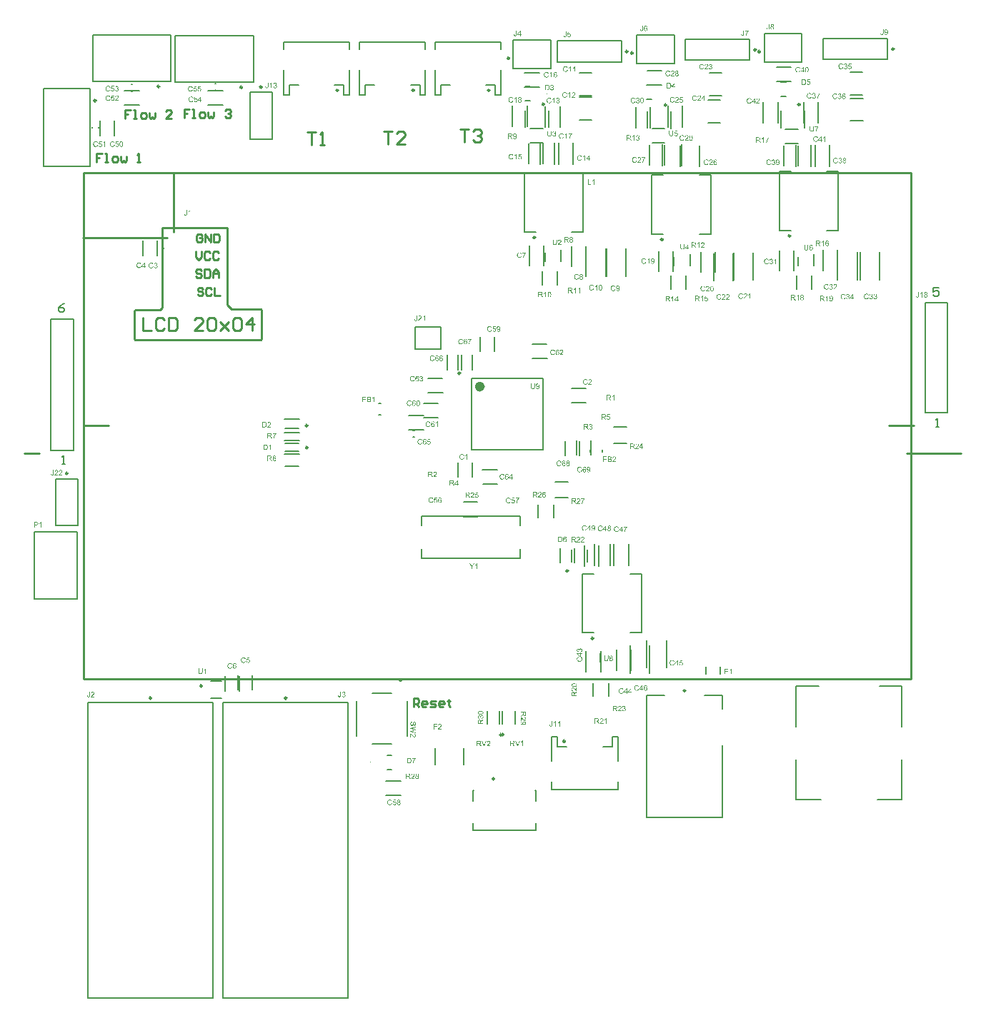
<source format=gto>
G04*
G04 #@! TF.GenerationSoftware,Altium Limited,Altium Designer,21.8.1 (53)*
G04*
G04 Layer_Color=65535*
%FSLAX25Y25*%
%MOIN*%
G70*
G04*
G04 #@! TF.SameCoordinates,81EC3893-84E7-45D1-AE65-2CF239B2E5AD*
G04*
G04*
G04 #@! TF.FilePolarity,Positive*
G04*
G01*
G75*
%ADD10C,0.00984*%
%ADD11C,0.00394*%
%ADD12C,0.02362*%
%ADD13C,0.00787*%
%ADD14C,0.01000*%
%ADD15C,0.00591*%
%ADD16C,0.00600*%
G36*
X263414Y296472D02*
X263104D01*
Y298442D01*
X263103Y298440D01*
X263099Y298436D01*
X263093Y298430D01*
X263084Y298423D01*
X263073Y298414D01*
X263059Y298401D01*
X263042Y298389D01*
X263026Y298374D01*
X263004Y298360D01*
X262982Y298341D01*
X262959Y298325D01*
X262933Y298305D01*
X262904Y298287D01*
X262875Y298267D01*
X262809Y298227D01*
X262808Y298225D01*
X262802Y298221D01*
X262791Y298216D01*
X262778Y298210D01*
X262764Y298201D01*
X262746Y298190D01*
X262724Y298179D01*
X262702Y298167D01*
X262651Y298141D01*
X262597Y298116D01*
X262540Y298090D01*
X262486Y298068D01*
Y298367D01*
X262489Y298369D01*
X262496Y298372D01*
X262511Y298380D01*
X262529Y298389D01*
X262551Y298400D01*
X262578Y298414D01*
X262607Y298430D01*
X262638Y298449D01*
X262673Y298471D01*
X262709Y298492D01*
X262786Y298543D01*
X262864Y298600D01*
X262939Y298662D01*
X262941Y298663D01*
X262948Y298669D01*
X262957Y298678D01*
X262970Y298691D01*
X262986Y298707D01*
X263004Y298725D01*
X263024Y298747D01*
X263046Y298769D01*
X263068Y298795D01*
X263091Y298822D01*
X263137Y298878D01*
X263179Y298938D01*
X263197Y298969D01*
X263213Y299000D01*
X263414D01*
Y296472D01*
D02*
G37*
G36*
X260738Y296769D02*
X261978D01*
Y296472D01*
X260405D01*
Y298991D01*
X260738D01*
Y296769D01*
D02*
G37*
G36*
X319946Y308254D02*
X319966D01*
X319991Y308250D01*
X320021Y308247D01*
X320053Y308241D01*
X320090Y308236D01*
X320126Y308227D01*
X320166Y308216D01*
X320206Y308201D01*
X320246Y308185D01*
X320288Y308167D01*
X320328Y308143D01*
X320366Y308118D01*
X320403Y308088D01*
X320405Y308087D01*
X320412Y308081D01*
X320421Y308070D01*
X320434Y308057D01*
X320448Y308041D01*
X320465Y308019D01*
X320483Y307996D01*
X320503Y307968D01*
X320523Y307937D01*
X320543Y307903D01*
X320563Y307864D01*
X320579Y307823D01*
X320597Y307779D01*
X320612Y307732D01*
X320623Y307681D01*
X320632Y307628D01*
X320324Y307604D01*
Y307606D01*
X320323Y307611D01*
X320321Y307623D01*
X320317Y307633D01*
X320312Y307650D01*
X320308Y307666D01*
X320293Y307706D01*
X320277Y307748D01*
X320257Y307792D01*
X320233Y307834D01*
X320221Y307852D01*
X320206Y307868D01*
X320204Y307870D01*
X320201Y307874D01*
X320193Y307881D01*
X320184Y307888D01*
X320172Y307899D01*
X320157Y307910D01*
X320141Y307923D01*
X320121Y307936D01*
X320099Y307946D01*
X320075Y307959D01*
X320052Y307970D01*
X320024Y307981D01*
X319995Y307988D01*
X319964Y307996D01*
X319931Y307999D01*
X319899Y308001D01*
X319884D01*
X319873Y307999D01*
X319860D01*
X319846Y307997D01*
X319829Y307994D01*
X319809Y307990D01*
X319769Y307981D01*
X319726Y307966D01*
X319682Y307945D01*
X319660Y307932D01*
X319638Y307917D01*
X319637Y307915D01*
X319633Y307912D01*
X319624Y307906D01*
X319615Y307897D01*
X319602Y307886D01*
X319587Y307874D01*
X319573Y307857D01*
X319555Y307839D01*
X319536Y307819D01*
X319518Y307795D01*
X319498Y307770D01*
X319480Y307743D01*
X319460Y307712D01*
X319442Y307679D01*
X319424Y307644D01*
X319407Y307608D01*
Y307606D01*
X319404Y307599D01*
X319400Y307586D01*
X319394Y307570D01*
X319387Y307550D01*
X319380Y307524D01*
X319373Y307493D01*
X319365Y307459D01*
X319358Y307420D01*
X319349Y307377D01*
X319342Y307328D01*
X319336Y307277D01*
X319331Y307220D01*
X319325Y307160D01*
X319323Y307095D01*
X319322Y307026D01*
X319323Y307027D01*
X319327Y307033D01*
X319333Y307042D01*
X319342Y307053D01*
X319353Y307067D01*
X319365Y307084D01*
X319380Y307102D01*
X319398Y307122D01*
X319416Y307142D01*
X319436Y307162D01*
X319484Y307204D01*
X319535Y307244D01*
X319564Y307262D01*
X319593Y307278D01*
X319595Y307280D01*
X319600Y307282D01*
X319609Y307286D01*
X319620Y307291D01*
X319637Y307298D01*
X319653Y307306D01*
X319673Y307313D01*
X319696Y307320D01*
X319720Y307328D01*
X319747Y307335D01*
X319804Y307349D01*
X319868Y307359D01*
X319900Y307362D01*
X319948D01*
X319964Y307360D01*
X319984Y307359D01*
X320011Y307355D01*
X320042Y307349D01*
X320077Y307342D01*
X320115Y307333D01*
X320155Y307322D01*
X320197Y307306D01*
X320241Y307288D01*
X320286Y307266D01*
X320330Y307238D01*
X320374Y307209D01*
X320417Y307173D01*
X320459Y307133D01*
X320461Y307131D01*
X320468Y307122D01*
X320479Y307109D01*
X320494Y307091D01*
X320510Y307069D01*
X320528Y307042D01*
X320548Y307011D01*
X320568Y306975D01*
X320588Y306934D01*
X320608Y306889D01*
X320627Y306842D01*
X320643Y306789D01*
X320657Y306733D01*
X320668Y306674D01*
X320676Y306610D01*
X320677Y306545D01*
Y306543D01*
Y306534D01*
Y306521D01*
X320676Y306505D01*
X320674Y306483D01*
X320672Y306459D01*
X320668Y306432D01*
X320665Y306401D01*
X320659Y306368D01*
X320652Y306334D01*
X320645Y306297D01*
X320634Y306259D01*
X320621Y306221D01*
X320608Y306183D01*
X320592Y306143D01*
X320574Y306105D01*
X320572Y306103D01*
X320568Y306096D01*
X320563Y306085D01*
X320556Y306072D01*
X320545Y306054D01*
X320532Y306034D01*
X320517Y306014D01*
X320501Y305990D01*
X320481Y305964D01*
X320461Y305939D01*
X320437Y305913D01*
X320412Y305888D01*
X320386Y305862D01*
X320357Y305837D01*
X320326Y305815D01*
X320293Y305793D01*
X320292Y305791D01*
X320286Y305788D01*
X320275Y305784D01*
X320263Y305777D01*
X320244Y305768D01*
X320224Y305759D01*
X320202Y305750D01*
X320175Y305741D01*
X320148Y305730D01*
X320117Y305721D01*
X320082Y305712D01*
X320048Y305702D01*
X320010Y305695D01*
X319971Y305691D01*
X319930Y305688D01*
X319888Y305686D01*
X319871D01*
X319862Y305688D01*
X319851D01*
X319824Y305690D01*
X319791Y305695D01*
X319753Y305700D01*
X319711Y305710D01*
X319664Y305722D01*
X319615Y305737D01*
X319564Y305755D01*
X319513Y305779D01*
X319460Y305806D01*
X319407Y305839D01*
X319354Y305877D01*
X319305Y305921D01*
X319258Y305970D01*
X319256Y305974D01*
X319247Y305983D01*
X319236Y306001D01*
X319220Y306025D01*
X319201Y306055D01*
X319191Y306074D01*
X319181Y306094D01*
X319171Y306116D01*
X319160Y306139D01*
X319147Y306167D01*
X319136Y306194D01*
X319125Y306223D01*
X319114Y306254D01*
X319101Y306288D01*
X319091Y306323D01*
X319081Y306361D01*
X319071Y306399D01*
X319061Y306441D01*
X319052Y306485D01*
X319043Y306530D01*
X319036Y306578D01*
X319030Y306627D01*
X319025Y306678D01*
X319020Y306733D01*
X319018Y306787D01*
X319014Y306845D01*
Y306905D01*
Y306907D01*
Y306914D01*
Y306924D01*
Y306938D01*
X319016Y306955D01*
Y306975D01*
X319018Y306998D01*
Y307026D01*
X319020Y307053D01*
X319023Y307086D01*
X319025Y307118D01*
X319029Y307155D01*
X319036Y307229D01*
X319049Y307311D01*
X319061Y307397D01*
X319080Y307486D01*
X319101Y307573D01*
X319127Y307661D01*
X319158Y307746D01*
X319194Y307826D01*
X319214Y307864D01*
X319236Y307899D01*
X319260Y307934D01*
X319283Y307966D01*
X319287Y307970D01*
X319294Y307979D01*
X319307Y307994D01*
X319327Y308012D01*
X319351Y308034D01*
X319378Y308057D01*
X319413Y308085D01*
X319451Y308112D01*
X319495Y308137D01*
X319542Y308165D01*
X319593Y308189D01*
X319649Y308210D01*
X319711Y308228D01*
X319775Y308243D01*
X319844Y308252D01*
X319917Y308256D01*
X319930D01*
X319946Y308254D01*
D02*
G37*
G36*
X315784Y308289D02*
X315811Y308287D01*
X315844Y308285D01*
X315880Y308279D01*
X315922Y308274D01*
X315969Y308267D01*
X316018Y308256D01*
X316069Y308243D01*
X316122Y308228D01*
X316175Y308208D01*
X316228Y308187D01*
X316282Y308161D01*
X316333Y308132D01*
X316382Y308098D01*
X316386Y308096D01*
X316393Y308088D01*
X316408Y308078D01*
X316424Y308061D01*
X316446Y308043D01*
X316470Y308017D01*
X316495Y307990D01*
X316524Y307957D01*
X316553Y307921D01*
X316584Y307881D01*
X316614Y307835D01*
X316643Y307788D01*
X316672Y307735D01*
X316697Y307679D01*
X316723Y307619D01*
X316743Y307555D01*
X316415Y307479D01*
X316413Y307482D01*
X316411Y307491D01*
X316406Y307504D01*
X316399Y307524D01*
X316390Y307546D01*
X316379Y307572D01*
X316364Y307601D01*
X316350Y307632D01*
X316333Y307664D01*
X316313Y307697D01*
X316293Y307730D01*
X316269Y307764D01*
X316244Y307795D01*
X316218Y307826D01*
X316189Y307854D01*
X316159Y307879D01*
X316157Y307881D01*
X316151Y307885D01*
X316142Y307890D01*
X316129Y307899D01*
X316113Y307908D01*
X316093Y307919D01*
X316069Y307930D01*
X316044Y307943D01*
X316015Y307954D01*
X315984Y307965D01*
X315949Y307976D01*
X315913Y307985D01*
X315873Y307994D01*
X315831Y307999D01*
X315787Y308003D01*
X315740Y308005D01*
X315713D01*
X315692Y308003D01*
X315667Y308001D01*
X315638Y307997D01*
X315605Y307994D01*
X315571Y307986D01*
X315532Y307979D01*
X315494Y307970D01*
X315454Y307959D01*
X315412Y307946D01*
X315372Y307930D01*
X315332Y307910D01*
X315292Y307890D01*
X315254Y307864D01*
X315252Y307863D01*
X315245Y307859D01*
X315236Y307850D01*
X315223Y307839D01*
X315207Y307824D01*
X315188Y307808D01*
X315168Y307788D01*
X315146Y307766D01*
X315125Y307741D01*
X315101Y307714D01*
X315079Y307682D01*
X315057Y307648D01*
X315036Y307613D01*
X315016Y307575D01*
X314997Y307535D01*
X314981Y307491D01*
Y307490D01*
X314977Y307481D01*
X314974Y307468D01*
X314968Y307451D01*
X314963Y307430D01*
X314955Y307404D01*
X314950Y307375D01*
X314943Y307342D01*
X314935Y307308D01*
X314928Y307269D01*
X314921Y307229D01*
X314915Y307188D01*
X314906Y307100D01*
X314904Y307055D01*
X314903Y307007D01*
Y307004D01*
Y306993D01*
Y306976D01*
X314904Y306953D01*
X314906Y306925D01*
X314908Y306893D01*
X314910Y306856D01*
X314914Y306818D01*
X314919Y306774D01*
X314925Y306729D01*
X314943Y306636D01*
X314952Y306587D01*
X314965Y306540D01*
X314979Y306492D01*
X314996Y306447D01*
X314997Y306445D01*
X314999Y306436D01*
X315005Y306425D01*
X315014Y306409D01*
X315023Y306388D01*
X315036Y306365D01*
X315050Y306339D01*
X315067Y306312D01*
X315087Y306285D01*
X315108Y306256D01*
X315132Y306225D01*
X315158Y306196D01*
X315187Y306167D01*
X315217Y306139D01*
X315250Y306114D01*
X315287Y306090D01*
X315288Y306088D01*
X315296Y306085D01*
X315307Y306079D01*
X315321Y306072D01*
X315339Y306063D01*
X315361Y306052D01*
X315387Y306043D01*
X315414Y306032D01*
X315445Y306019D01*
X315478Y306010D01*
X315514Y305999D01*
X315551Y305990D01*
X315591Y305983D01*
X315631Y305977D01*
X315672Y305974D01*
X315714Y305972D01*
X315727D01*
X315742Y305974D01*
X315762D01*
X315785Y305977D01*
X315813Y305981D01*
X315845Y305984D01*
X315878Y305992D01*
X315915Y306001D01*
X315953Y306012D01*
X315993Y306025D01*
X316033Y306039D01*
X316073Y306057D01*
X316113Y306079D01*
X316151Y306105D01*
X316189Y306132D01*
X316191Y306134D01*
X316198Y306139D01*
X316208Y306148D01*
X316220Y306163D01*
X316237Y306179D01*
X316255Y306199D01*
X316275Y306225D01*
X316295Y306252D01*
X316317Y306285D01*
X316339Y306319D01*
X316362Y306359D01*
X316382Y306403D01*
X316404Y306449D01*
X316422Y306500D01*
X316439Y306552D01*
X316453Y306610D01*
X316786Y306527D01*
Y306525D01*
X316785Y306521D01*
X316783Y306516D01*
X316781Y306509D01*
X316779Y306500D01*
X316775Y306487D01*
X316766Y306459D01*
X316754Y306425D01*
X316739Y306387D01*
X316721Y306343D01*
X316699Y306296D01*
X316675Y306245D01*
X316648Y306194D01*
X316617Y306143D01*
X316582Y306090D01*
X316544Y306039D01*
X316502Y305990D01*
X316457Y305944D01*
X316408Y305901D01*
X316404Y305899D01*
X316395Y305892D01*
X316381Y305881D01*
X316359Y305868D01*
X316333Y305852D01*
X316300Y305833D01*
X316264Y305813D01*
X316222Y305793D01*
X316177Y305773D01*
X316126Y305753D01*
X316071Y305735D01*
X316013Y305719D01*
X315949Y305706D01*
X315884Y305695D01*
X315814Y305688D01*
X315742Y305686D01*
X315714D01*
X315702Y305688D01*
X315674D01*
X315640Y305691D01*
X315600Y305695D01*
X315554Y305700D01*
X315507Y305706D01*
X315454Y305715D01*
X315401Y305726D01*
X315345Y305741D01*
X315290Y305755D01*
X315236Y305775D01*
X315181Y305797D01*
X315128Y305822D01*
X315079Y305852D01*
X315076Y305853D01*
X315068Y305859D01*
X315055Y305870D01*
X315037Y305883D01*
X315016Y305899D01*
X314992Y305921D01*
X314965Y305944D01*
X314935Y305974D01*
X314904Y306006D01*
X314874Y306041D01*
X314841Y306081D01*
X314808Y306123D01*
X314777Y306170D01*
X314746Y306219D01*
X314717Y306274D01*
X314692Y306330D01*
Y306332D01*
X314690Y306334D01*
X314686Y306345D01*
X314679Y306361D01*
X314671Y306385D01*
X314661Y306414D01*
X314650Y306449D01*
X314637Y306489D01*
X314626Y306532D01*
X314613Y306581D01*
X314601Y306634D01*
X314590Y306689D01*
X314579Y306749D01*
X314571Y306809D01*
X314564Y306873D01*
X314561Y306938D01*
X314559Y307006D01*
Y307007D01*
Y307011D01*
Y307016D01*
Y307024D01*
Y307033D01*
X314561Y307044D01*
Y307071D01*
X314564Y307106D01*
X314566Y307146D01*
X314571Y307191D01*
X314577Y307240D01*
X314586Y307291D01*
X314595Y307346D01*
X314608Y307404D01*
X314622Y307462D01*
X314639Y307521D01*
X314659Y307579D01*
X314683Y307635D01*
X314708Y307692D01*
X314710Y307695D01*
X314715Y307704D01*
X314724Y307719D01*
X314735Y307741D01*
X314752Y307764D01*
X314770Y307792D01*
X314793Y307824D01*
X314819Y307857D01*
X314846Y307892D01*
X314879Y307930D01*
X314914Y307966D01*
X314952Y308003D01*
X314994Y308039D01*
X315037Y308074D01*
X315085Y308107D01*
X315136Y308137D01*
X315139Y308139D01*
X315148Y308145D01*
X315163Y308152D01*
X315185Y308161D01*
X315210Y308174D01*
X315241Y308187D01*
X315278Y308199D01*
X315316Y308214D01*
X315359Y308228D01*
X315407Y308241D01*
X315458Y308256D01*
X315511Y308267D01*
X315567Y308276D01*
X315625Y308283D01*
X315685Y308289D01*
X315747Y308290D01*
X315773D01*
X315784Y308289D01*
D02*
G37*
G36*
X317940Y308254D02*
X317966Y308252D01*
X317997Y308250D01*
X318031Y308245D01*
X318071Y308239D01*
X318113Y308230D01*
X318159Y308219D01*
X318204Y308207D01*
X318253Y308190D01*
X318301Y308170D01*
X318348Y308147D01*
X318393Y308121D01*
X318437Y308090D01*
X318479Y308054D01*
X318481Y308052D01*
X318488Y308045D01*
X318499Y308034D01*
X318512Y308017D01*
X318528Y307999D01*
X318546Y307976D01*
X318566Y307948D01*
X318586Y307917D01*
X318605Y307883D01*
X318625Y307844D01*
X318643Y307803D01*
X318659Y307759D01*
X318672Y307712D01*
X318683Y307663D01*
X318690Y307610D01*
X318692Y307555D01*
Y307553D01*
Y307548D01*
Y307541D01*
Y307530D01*
X318690Y307515D01*
X318688Y307501D01*
X318687Y307482D01*
X318685Y307462D01*
X318677Y307417D01*
X318666Y307366D01*
X318650Y307313D01*
X318630Y307259D01*
Y307257D01*
X318626Y307251D01*
X318623Y307244D01*
X318617Y307233D01*
X318612Y307220D01*
X318603Y307204D01*
X318594Y307186D01*
X318581Y307166D01*
X318568Y307144D01*
X318554Y307120D01*
X318517Y307067D01*
X318497Y307040D01*
X318475Y307011D01*
X318450Y306982D01*
X318424Y306951D01*
X318423Y306949D01*
X318417Y306944D01*
X318410Y306934D01*
X318397Y306922D01*
X318381Y306905D01*
X318361Y306885D01*
X318339Y306862D01*
X318312Y306834D01*
X318281Y306805D01*
X318244Y306772D01*
X318206Y306736D01*
X318162Y306696D01*
X318115Y306654D01*
X318064Y306609D01*
X318008Y306560D01*
X317948Y306509D01*
X317944Y306507D01*
X317935Y306498D01*
X317922Y306487D01*
X317904Y306470D01*
X317880Y306452D01*
X317857Y306430D01*
X317829Y306407D01*
X317800Y306381D01*
X317738Y306328D01*
X317709Y306301D01*
X317680Y306276D01*
X317653Y306250D01*
X317629Y306228D01*
X317607Y306208D01*
X317591Y306190D01*
X317587Y306187D01*
X317578Y306176D01*
X317564Y306159D01*
X317545Y306139D01*
X317525Y306114D01*
X317503Y306086D01*
X317482Y306055D01*
X317462Y306025D01*
X318696D01*
Y305728D01*
X317032D01*
Y305730D01*
Y305733D01*
Y305739D01*
Y305746D01*
Y305757D01*
X317034Y305768D01*
X317036Y305797D01*
X317039Y305828D01*
X317045Y305864D01*
X317054Y305903D01*
X317067Y305941D01*
Y305943D01*
X317070Y305948D01*
X317074Y305957D01*
X317079Y305970D01*
X317085Y305986D01*
X317094Y306005D01*
X317105Y306025D01*
X317116Y306046D01*
X317128Y306072D01*
X317145Y306097D01*
X317179Y306154D01*
X317221Y306214D01*
X317270Y306276D01*
X317272Y306277D01*
X317278Y306283D01*
X317285Y306292D01*
X317296Y306305D01*
X317311Y306321D01*
X317329Y306339D01*
X317349Y306361D01*
X317374Y306385D01*
X317402Y306412D01*
X317431Y306441D01*
X317463Y306472D01*
X317500Y306507D01*
X317540Y306541D01*
X317582Y306578D01*
X317627Y306616D01*
X317674Y306656D01*
X317676Y306658D01*
X317680Y306660D01*
X317685Y306665D01*
X317693Y306671D01*
X317702Y306680D01*
X317713Y306689D01*
X317740Y306713D01*
X317775Y306740D01*
X317811Y306774D01*
X317853Y306811D01*
X317897Y306851D01*
X317944Y306893D01*
X317989Y306936D01*
X318037Y306980D01*
X318080Y307026D01*
X318124Y307069D01*
X318162Y307111D01*
X318199Y307153D01*
X318228Y307191D01*
X318230Y307193D01*
X318233Y307200D01*
X318240Y307211D01*
X318251Y307224D01*
X318262Y307242D01*
X318273Y307262D01*
X318288Y307286D01*
X318301Y307311D01*
X318313Y307339D01*
X318328Y307368D01*
X318352Y307431D01*
X318361Y307464D01*
X318368Y307497D01*
X318372Y307530D01*
X318373Y307562D01*
Y307564D01*
Y307572D01*
Y307581D01*
X318372Y307593D01*
X318370Y307610D01*
X318366Y307628D01*
X318362Y307648D01*
X318357Y307670D01*
X318350Y307693D01*
X318341Y307719D01*
X318330Y307744D01*
X318317Y307770D01*
X318302Y307797D01*
X318284Y307823D01*
X318264Y307848D01*
X318240Y307872D01*
X318239Y307874D01*
X318235Y307877D01*
X318228Y307883D01*
X318217Y307892D01*
X318204Y307901D01*
X318188Y307912D01*
X318170Y307925D01*
X318149Y307936D01*
X318126Y307948D01*
X318100Y307959D01*
X318071Y307970D01*
X318042Y307979D01*
X318009Y307988D01*
X317975Y307994D01*
X317938Y307997D01*
X317900Y307999D01*
X317878D01*
X317864Y307997D01*
X317844Y307996D01*
X317822Y307992D01*
X317798Y307988D01*
X317771Y307983D01*
X317744Y307976D01*
X317715Y307966D01*
X317685Y307956D01*
X317654Y307943D01*
X317625Y307926D01*
X317596Y307908D01*
X317567Y307888D01*
X317542Y307864D01*
X317540Y307863D01*
X317536Y307859D01*
X317529Y307850D01*
X317522Y307841D01*
X317511Y307826D01*
X317500Y307810D01*
X317487Y307790D01*
X317476Y307768D01*
X317463Y307744D01*
X317451Y307715D01*
X317440Y307686D01*
X317429Y307653D01*
X317422Y307617D01*
X317414Y307579D01*
X317411Y307539D01*
X317409Y307495D01*
X317090Y307528D01*
Y307530D01*
Y307531D01*
X317092Y307537D01*
Y307544D01*
X317094Y307562D01*
X317099Y307586D01*
X317105Y307615D01*
X317112Y307650D01*
X317121Y307688D01*
X317132Y307728D01*
X317147Y307772D01*
X317163Y307815D01*
X317183Y307861D01*
X317207Y307906D01*
X317232Y307950D01*
X317263Y307992D01*
X317296Y308032D01*
X317334Y308068D01*
X317336Y308070D01*
X317343Y308076D01*
X317356Y308087D01*
X317372Y308098D01*
X317394Y308112D01*
X317420Y308128D01*
X317451Y308145D01*
X317485Y308163D01*
X317525Y308179D01*
X317567Y308196D01*
X317615Y308212D01*
X317665Y308227D01*
X317720Y308239D01*
X317778Y308248D01*
X317840Y308254D01*
X317906Y308256D01*
X317922D01*
X317940Y308254D01*
D02*
G37*
G36*
X304462Y319607D02*
X304489Y319606D01*
X304522Y319604D01*
X304558Y319598D01*
X304600Y319593D01*
X304648Y319586D01*
X304697Y319575D01*
X304748Y319562D01*
X304800Y319547D01*
X304853Y319527D01*
X304906Y319506D01*
X304961Y319480D01*
X305012Y319451D01*
X305061Y319416D01*
X305064Y319415D01*
X305072Y319407D01*
X305086Y319396D01*
X305103Y319380D01*
X305124Y319362D01*
X305148Y319336D01*
X305173Y319309D01*
X305203Y319276D01*
X305232Y319240D01*
X305263Y319200D01*
X305292Y319154D01*
X305321Y319107D01*
X305350Y319054D01*
X305376Y318998D01*
X305401Y318938D01*
X305421Y318874D01*
X305094Y318798D01*
X305092Y318801D01*
X305090Y318810D01*
X305084Y318823D01*
X305077Y318843D01*
X305068Y318865D01*
X305057Y318890D01*
X305043Y318919D01*
X305028Y318951D01*
X305012Y318983D01*
X304992Y319016D01*
X304972Y319049D01*
X304948Y319083D01*
X304922Y319114D01*
X304897Y319145D01*
X304868Y319173D01*
X304837Y319198D01*
X304835Y319200D01*
X304830Y319203D01*
X304820Y319209D01*
X304808Y319218D01*
X304791Y319227D01*
X304771Y319238D01*
X304748Y319249D01*
X304722Y319262D01*
X304693Y319273D01*
X304662Y319284D01*
X304627Y319294D01*
X304591Y319303D01*
X304551Y319313D01*
X304509Y319318D01*
X304466Y319322D01*
X304418Y319324D01*
X304391D01*
X304371Y319322D01*
X304345Y319320D01*
X304316Y319316D01*
X304284Y319313D01*
X304249Y319305D01*
X304211Y319298D01*
X304172Y319289D01*
X304133Y319278D01*
X304091Y319265D01*
X304051Y319249D01*
X304011Y319229D01*
X303971Y319209D01*
X303932Y319183D01*
X303930Y319182D01*
X303923Y319178D01*
X303914Y319169D01*
X303901Y319158D01*
X303885Y319143D01*
X303867Y319127D01*
X303847Y319107D01*
X303825Y319085D01*
X303803Y319060D01*
X303779Y319032D01*
X303758Y319001D01*
X303736Y318967D01*
X303714Y318932D01*
X303694Y318894D01*
X303676Y318854D01*
X303659Y318810D01*
Y318809D01*
X303656Y318799D01*
X303652Y318787D01*
X303647Y318770D01*
X303641Y318748D01*
X303634Y318723D01*
X303628Y318694D01*
X303621Y318661D01*
X303614Y318626D01*
X303607Y318588D01*
X303599Y318548D01*
X303594Y318506D01*
X303585Y318419D01*
X303583Y318373D01*
X303581Y318326D01*
Y318323D01*
Y318312D01*
Y318295D01*
X303583Y318272D01*
X303585Y318244D01*
X303587Y318212D01*
X303588Y318175D01*
X303592Y318137D01*
X303597Y318093D01*
X303603Y318048D01*
X303621Y317955D01*
X303630Y317906D01*
X303643Y317859D01*
X303658Y317811D01*
X303674Y317766D01*
X303676Y317764D01*
X303678Y317755D01*
X303683Y317744D01*
X303692Y317727D01*
X303701Y317707D01*
X303714Y317684D01*
X303729Y317658D01*
X303745Y317631D01*
X303765Y317604D01*
X303787Y317575D01*
X303810Y317544D01*
X303836Y317514D01*
X303865Y317485D01*
X303896Y317458D01*
X303929Y317433D01*
X303965Y317409D01*
X303967Y317407D01*
X303974Y317404D01*
X303985Y317398D01*
X304000Y317391D01*
X304018Y317382D01*
X304040Y317371D01*
X304065Y317362D01*
X304093Y317351D01*
X304123Y317338D01*
X304156Y317329D01*
X304193Y317318D01*
X304229Y317309D01*
X304269Y317302D01*
X304309Y317296D01*
X304351Y317292D01*
X304393Y317291D01*
X304405D01*
X304420Y317292D01*
X304440D01*
X304464Y317296D01*
X304491Y317300D01*
X304524Y317303D01*
X304557Y317311D01*
X304593Y317320D01*
X304631Y317331D01*
X304671Y317343D01*
X304711Y317358D01*
X304751Y317376D01*
X304791Y317398D01*
X304830Y317424D01*
X304868Y317451D01*
X304870Y317453D01*
X304877Y317458D01*
X304886Y317467D01*
X304899Y317482D01*
X304915Y317498D01*
X304933Y317518D01*
X304953Y317544D01*
X304973Y317571D01*
X304995Y317604D01*
X305017Y317638D01*
X305041Y317678D01*
X305061Y317722D01*
X305083Y317768D01*
X305101Y317818D01*
X305117Y317871D01*
X305132Y317929D01*
X305465Y317846D01*
Y317844D01*
X305463Y317840D01*
X305461Y317835D01*
X305459Y317828D01*
X305457Y317818D01*
X305454Y317806D01*
X305445Y317778D01*
X305432Y317744D01*
X305417Y317706D01*
X305399Y317662D01*
X305377Y317615D01*
X305354Y317564D01*
X305326Y317513D01*
X305295Y317462D01*
X305261Y317409D01*
X305223Y317358D01*
X305181Y317309D01*
X305135Y317263D01*
X305086Y317220D01*
X305083Y317218D01*
X305073Y317211D01*
X305059Y317200D01*
X305037Y317187D01*
X305012Y317171D01*
X304979Y317152D01*
X304942Y317132D01*
X304901Y317112D01*
X304855Y317092D01*
X304804Y317072D01*
X304749Y317054D01*
X304691Y317038D01*
X304627Y317025D01*
X304562Y317014D01*
X304493Y317007D01*
X304420Y317005D01*
X304393D01*
X304380Y317007D01*
X304353D01*
X304318Y317010D01*
X304278Y317014D01*
X304233Y317019D01*
X304185Y317025D01*
X304133Y317034D01*
X304080Y317045D01*
X304023Y317059D01*
X303969Y317074D01*
X303914Y317094D01*
X303859Y317116D01*
X303807Y317141D01*
X303758Y317171D01*
X303754Y317172D01*
X303747Y317178D01*
X303734Y317189D01*
X303716Y317201D01*
X303694Y317218D01*
X303670Y317240D01*
X303643Y317263D01*
X303614Y317292D01*
X303583Y317325D01*
X303552Y317360D01*
X303519Y317400D01*
X303486Y317442D01*
X303455Y317489D01*
X303425Y317538D01*
X303395Y317593D01*
X303370Y317649D01*
Y317651D01*
X303368Y317653D01*
X303364Y317664D01*
X303357Y317680D01*
X303350Y317704D01*
X303339Y317733D01*
X303328Y317768D01*
X303315Y317808D01*
X303304Y317851D01*
X303292Y317900D01*
X303279Y317953D01*
X303268Y318008D01*
X303257Y318068D01*
X303250Y318128D01*
X303242Y318192D01*
X303239Y318257D01*
X303237Y318324D01*
Y318326D01*
Y318330D01*
Y318335D01*
Y318343D01*
Y318352D01*
X303239Y318363D01*
Y318390D01*
X303242Y318425D01*
X303244Y318464D01*
X303250Y318510D01*
X303255Y318559D01*
X303264Y318610D01*
X303274Y318665D01*
X303286Y318723D01*
X303301Y318781D01*
X303317Y318839D01*
X303337Y318898D01*
X303361Y318954D01*
X303386Y319010D01*
X303388Y319014D01*
X303394Y319023D01*
X303403Y319038D01*
X303414Y319060D01*
X303430Y319083D01*
X303448Y319111D01*
X303472Y319143D01*
X303497Y319176D01*
X303525Y319211D01*
X303557Y319249D01*
X303592Y319285D01*
X303630Y319322D01*
X303672Y319358D01*
X303716Y319393D01*
X303763Y319426D01*
X303814Y319456D01*
X303818Y319458D01*
X303827Y319464D01*
X303841Y319471D01*
X303863Y319480D01*
X303889Y319493D01*
X303920Y319506D01*
X303956Y319518D01*
X303994Y319533D01*
X304038Y319547D01*
X304085Y319560D01*
X304136Y319575D01*
X304189Y319586D01*
X304245Y319595D01*
X304304Y319602D01*
X304364Y319607D01*
X304426Y319609D01*
X304451D01*
X304462Y319607D01*
D02*
G37*
G36*
X308539Y319573D02*
X308561Y319571D01*
X308586Y319567D01*
X308613Y319564D01*
X308644Y319558D01*
X308679Y319551D01*
X308713Y319542D01*
X308752Y319531D01*
X308790Y319518D01*
X308828Y319504D01*
X308868Y319485D01*
X308906Y319465D01*
X308945Y319442D01*
X308946Y319440D01*
X308954Y319436D01*
X308965Y319427D01*
X308977Y319418D01*
X308996Y319404D01*
X309016Y319387D01*
X309036Y319367D01*
X309059Y319345D01*
X309085Y319320D01*
X309110Y319291D01*
X309136Y319260D01*
X309161Y319225D01*
X309187Y319189D01*
X309210Y319151D01*
X309234Y319109D01*
X309254Y319063D01*
X309256Y319060D01*
X309259Y319052D01*
X309263Y319038D01*
X309270Y319018D01*
X309279Y318992D01*
X309289Y318961D01*
X309298Y318925D01*
X309309Y318883D01*
X309318Y318836D01*
X309327Y318783D01*
X309336Y318727D01*
X309345Y318663D01*
X309352Y318594D01*
X309356Y318521D01*
X309360Y318441D01*
X309361Y318357D01*
Y318355D01*
Y318352D01*
Y318344D01*
Y318335D01*
Y318324D01*
Y318312D01*
X309360Y318295D01*
Y318277D01*
Y318257D01*
X309358Y318237D01*
X309356Y318190D01*
X309352Y318137D01*
X309349Y318080D01*
X309343Y318020D01*
X309336Y317959D01*
X309327Y317893D01*
X309318Y317829D01*
X309305Y317766D01*
X309290Y317704D01*
X309274Y317646D01*
X309256Y317589D01*
X309254Y317585D01*
X309250Y317576D01*
X309245Y317562D01*
X309236Y317542D01*
X309225Y317518D01*
X309212Y317491D01*
X309196Y317460D01*
X309177Y317427D01*
X309156Y317392D01*
X309134Y317358D01*
X309107Y317322D01*
X309079Y317285D01*
X309048Y317251D01*
X309016Y317216D01*
X308981Y317183D01*
X308943Y317154D01*
X308941Y317152D01*
X308934Y317149D01*
X308923Y317140D01*
X308906Y317130D01*
X308886Y317120D01*
X308863Y317107D01*
X308835Y317094D01*
X308804Y317079D01*
X308772Y317065D01*
X308734Y317052D01*
X308695Y317039D01*
X308652Y317028D01*
X308606Y317019D01*
X308559Y317012D01*
X308510Y317007D01*
X308459Y317005D01*
X308446D01*
X308430Y317007D01*
X308410D01*
X308384Y317010D01*
X308355Y317014D01*
X308322Y317019D01*
X308288Y317025D01*
X308249Y317034D01*
X308209Y317045D01*
X308169Y317058D01*
X308129Y317074D01*
X308089Y317092D01*
X308049Y317114D01*
X308011Y317140D01*
X307975Y317169D01*
X307973Y317171D01*
X307967Y317176D01*
X307956Y317185D01*
X307945Y317200D01*
X307931Y317216D01*
X307913Y317236D01*
X307894Y317260D01*
X307876Y317289D01*
X307856Y317320D01*
X307838Y317354D01*
X307818Y317391D01*
X307802Y317433D01*
X307785Y317478D01*
X307771Y317525D01*
X307760Y317576D01*
X307751Y317631D01*
X308047Y317658D01*
Y317656D01*
X308049Y317649D01*
X308051Y317638D01*
X308055Y317624D01*
X308058Y317607D01*
X308064Y317587D01*
X308071Y317564D01*
X308078Y317542D01*
X308098Y317491D01*
X308124Y317440D01*
X308155Y317392D01*
X308171Y317371D01*
X308191Y317353D01*
X308193Y317351D01*
X308197Y317349D01*
X308202Y317343D01*
X308211Y317338D01*
X308220Y317331D01*
X308233Y317323D01*
X308249Y317314D01*
X308266Y317307D01*
X308284Y317298D01*
X308306Y317289D01*
X308351Y317274D01*
X308404Y317263D01*
X308433Y317262D01*
X308464Y317260D01*
X308479D01*
X308488Y317262D01*
X308501D01*
X308515Y317263D01*
X308550Y317267D01*
X308588Y317276D01*
X308631Y317287D01*
X308673Y317302D01*
X308715Y317323D01*
X308717D01*
X308721Y317327D01*
X308726Y317331D01*
X308734Y317336D01*
X308753Y317351D01*
X308777Y317371D01*
X308804Y317394D01*
X308834Y317425D01*
X308863Y317460D01*
X308890Y317498D01*
Y317500D01*
X308894Y317504D01*
X308897Y317509D01*
X308901Y317518D01*
X308908Y317529D01*
X308914Y317542D01*
X308923Y317558D01*
X308930Y317576D01*
X308939Y317596D01*
X308948Y317618D01*
X308957Y317642D01*
X308968Y317667D01*
X308977Y317696D01*
X308986Y317726D01*
X308996Y317758D01*
X309005Y317791D01*
Y317793D01*
X309007Y317800D01*
X309008Y317809D01*
X309012Y317824D01*
X309016Y317840D01*
X309019Y317860D01*
X309025Y317882D01*
X309028Y317908D01*
X309032Y317935D01*
X309037Y317966D01*
X309045Y318029D01*
X309050Y318099D01*
X309052Y318170D01*
Y318172D01*
Y318173D01*
Y318179D01*
Y318184D01*
Y318193D01*
Y318204D01*
Y318217D01*
Y318232D01*
X309050Y318230D01*
X309048Y318224D01*
X309043Y318217D01*
X309036Y318206D01*
X309025Y318193D01*
X309014Y318179D01*
X309001Y318162D01*
X308985Y318146D01*
X308968Y318126D01*
X308948Y318108D01*
X308928Y318088D01*
X308905Y318068D01*
X308855Y318028D01*
X308797Y317991D01*
X308795Y317989D01*
X308790Y317988D01*
X308781Y317982D01*
X308770Y317977D01*
X308753Y317969D01*
X308737Y317962D01*
X308717Y317955D01*
X308693Y317946D01*
X308668Y317937D01*
X308643Y317929D01*
X308582Y317915D01*
X308519Y317904D01*
X308484Y317902D01*
X308450Y317900D01*
X308435D01*
X308419Y317902D01*
X308397Y317904D01*
X308371Y317908D01*
X308338Y317913D01*
X308304Y317918D01*
X308266Y317929D01*
X308226Y317940D01*
X308182Y317955D01*
X308138Y317973D01*
X308095Y317995D01*
X308049Y318022D01*
X308005Y318051D01*
X307962Y318086D01*
X307920Y318126D01*
X307918Y318128D01*
X307911Y318137D01*
X307900Y318150D01*
X307887Y318168D01*
X307871Y318190D01*
X307853Y318217D01*
X307833Y318250D01*
X307812Y318286D01*
X307792Y318326D01*
X307772Y318372D01*
X307754Y318421D01*
X307738Y318474D01*
X307725Y318530D01*
X307714Y318592D01*
X307707Y318656D01*
X307705Y318723D01*
Y318725D01*
Y318727D01*
Y318732D01*
Y318739D01*
X307707Y318748D01*
Y318759D01*
X307709Y318787D01*
X307712Y318819D01*
X307718Y318858D01*
X307723Y318899D01*
X307734Y318945D01*
X307745Y318992D01*
X307760Y319043D01*
X307778Y319094D01*
X307800Y319145D01*
X307827Y319196D01*
X307856Y319247D01*
X307891Y319294D01*
X307931Y319340D01*
X307933Y319342D01*
X307942Y319351D01*
X307955Y319362D01*
X307971Y319376D01*
X307993Y319394D01*
X308020Y319415D01*
X308051Y319436D01*
X308085Y319458D01*
X308126Y319480D01*
X308167Y319500D01*
X308215Y319520D01*
X308266Y319538D01*
X308318Y319553D01*
X308375Y319564D01*
X308435Y319573D01*
X308497Y319575D01*
X308521D01*
X308539Y319573D01*
D02*
G37*
G36*
X306619D02*
X306644Y319571D01*
X306675Y319569D01*
X306710Y319564D01*
X306750Y319558D01*
X306791Y319549D01*
X306837Y319538D01*
X306883Y319526D01*
X306932Y319509D01*
X306979Y319489D01*
X307026Y319465D01*
X307072Y319440D01*
X307116Y319409D01*
X307157Y319373D01*
X307159Y319371D01*
X307166Y319364D01*
X307177Y319353D01*
X307190Y319336D01*
X307207Y319318D01*
X307225Y319294D01*
X307245Y319267D01*
X307265Y319236D01*
X307283Y319202D01*
X307303Y319163D01*
X307321Y319122D01*
X307337Y319078D01*
X307350Y319030D01*
X307361Y318981D01*
X307368Y318929D01*
X307370Y318874D01*
Y318872D01*
Y318867D01*
Y318860D01*
Y318848D01*
X307368Y318834D01*
X307367Y318819D01*
X307365Y318801D01*
X307363Y318781D01*
X307356Y318736D01*
X307345Y318685D01*
X307328Y318632D01*
X307308Y318577D01*
Y318576D01*
X307305Y318570D01*
X307301Y318563D01*
X307296Y318552D01*
X307290Y318539D01*
X307281Y318523D01*
X307272Y318505D01*
X307259Y318484D01*
X307246Y318463D01*
X307232Y318439D01*
X307196Y318386D01*
X307175Y318359D01*
X307154Y318330D01*
X307128Y318301D01*
X307103Y318270D01*
X307101Y318268D01*
X307096Y318263D01*
X307088Y318253D01*
X307075Y318241D01*
X307059Y318224D01*
X307039Y318204D01*
X307017Y318181D01*
X306990Y318153D01*
X306959Y318124D01*
X306923Y318091D01*
X306884Y318055D01*
X306841Y318015D01*
X306793Y317973D01*
X306742Y317928D01*
X306686Y317879D01*
X306626Y317828D01*
X306622Y317826D01*
X306613Y317817D01*
X306600Y317806D01*
X306582Y317789D01*
X306559Y317771D01*
X306535Y317749D01*
X306508Y317726D01*
X306479Y317700D01*
X306417Y317647D01*
X306387Y317620D01*
X306358Y317595D01*
X306331Y317569D01*
X306307Y317547D01*
X306286Y317527D01*
X306269Y317509D01*
X306265Y317505D01*
X306256Y317495D01*
X306242Y317478D01*
X306224Y317458D01*
X306204Y317433D01*
X306182Y317405D01*
X306160Y317374D01*
X306140Y317343D01*
X307374D01*
Y317047D01*
X305710D01*
Y317049D01*
Y317052D01*
Y317058D01*
Y317065D01*
Y317076D01*
X305712Y317087D01*
X305714Y317116D01*
X305718Y317147D01*
X305723Y317183D01*
X305732Y317221D01*
X305745Y317260D01*
Y317262D01*
X305749Y317267D01*
X305752Y317276D01*
X305758Y317289D01*
X305763Y317305D01*
X305772Y317323D01*
X305783Y317343D01*
X305794Y317365D01*
X305807Y317391D01*
X305823Y317416D01*
X305858Y317473D01*
X305900Y317533D01*
X305949Y317595D01*
X305951Y317596D01*
X305956Y317602D01*
X305963Y317611D01*
X305974Y317624D01*
X305989Y317640D01*
X306007Y317658D01*
X306027Y317680D01*
X306053Y317704D01*
X306080Y317731D01*
X306109Y317760D01*
X306142Y317791D01*
X306178Y317826D01*
X306218Y317860D01*
X306260Y317897D01*
X306306Y317935D01*
X306353Y317975D01*
X306355Y317977D01*
X306358Y317979D01*
X306364Y317984D01*
X306371Y317989D01*
X306380Y317999D01*
X306391Y318008D01*
X306418Y318031D01*
X306453Y318059D01*
X306489Y318093D01*
X306531Y318130D01*
X306575Y318170D01*
X306622Y318212D01*
X306668Y318255D01*
X306715Y318299D01*
X306759Y318344D01*
X306802Y318388D01*
X306841Y318430D01*
X306877Y318472D01*
X306906Y318510D01*
X306908Y318512D01*
X306912Y318519D01*
X306919Y318530D01*
X306930Y318543D01*
X306941Y318561D01*
X306952Y318581D01*
X306966Y318605D01*
X306979Y318630D01*
X306992Y318657D01*
X307006Y318687D01*
X307030Y318750D01*
X307039Y318783D01*
X307046Y318816D01*
X307050Y318848D01*
X307052Y318881D01*
Y318883D01*
Y318890D01*
Y318899D01*
X307050Y318912D01*
X307048Y318929D01*
X307045Y318947D01*
X307041Y318967D01*
X307035Y318989D01*
X307028Y319012D01*
X307019Y319038D01*
X307008Y319063D01*
X306995Y319089D01*
X306981Y319116D01*
X306963Y319142D01*
X306943Y319167D01*
X306919Y319191D01*
X306917Y319193D01*
X306913Y319196D01*
X306906Y319202D01*
X306895Y319211D01*
X306883Y319220D01*
X306866Y319231D01*
X306848Y319244D01*
X306828Y319254D01*
X306804Y319267D01*
X306779Y319278D01*
X306750Y319289D01*
X306720Y319298D01*
X306688Y319307D01*
X306653Y319313D01*
X306617Y319316D01*
X306579Y319318D01*
X306557D01*
X306542Y319316D01*
X306522Y319315D01*
X306500Y319311D01*
X306477Y319307D01*
X306449Y319302D01*
X306422Y319294D01*
X306393Y319285D01*
X306364Y319274D01*
X306333Y319262D01*
X306304Y319245D01*
X306275Y319227D01*
X306245Y319207D01*
X306220Y319183D01*
X306218Y319182D01*
X306215Y319178D01*
X306207Y319169D01*
X306200Y319160D01*
X306189Y319145D01*
X306178Y319129D01*
X306165Y319109D01*
X306154Y319087D01*
X306142Y319063D01*
X306129Y319034D01*
X306118Y319005D01*
X306107Y318972D01*
X306100Y318936D01*
X306093Y318898D01*
X306089Y318858D01*
X306087Y318814D01*
X305769Y318847D01*
Y318848D01*
Y318850D01*
X305770Y318856D01*
Y318863D01*
X305772Y318881D01*
X305778Y318905D01*
X305783Y318934D01*
X305790Y318969D01*
X305800Y319007D01*
X305810Y319047D01*
X305825Y319091D01*
X305841Y319134D01*
X305861Y319180D01*
X305885Y319225D01*
X305911Y319269D01*
X305942Y319311D01*
X305974Y319351D01*
X306013Y319387D01*
X306014Y319389D01*
X306022Y319394D01*
X306034Y319406D01*
X306051Y319416D01*
X306073Y319431D01*
X306098Y319447D01*
X306129Y319464D01*
X306164Y319482D01*
X306204Y319498D01*
X306245Y319515D01*
X306293Y319531D01*
X306344Y319546D01*
X306398Y319558D01*
X306457Y319567D01*
X306519Y319573D01*
X306584Y319575D01*
X306600D01*
X306619Y319573D01*
D02*
G37*
G36*
X366814Y319115D02*
X366841Y319113D01*
X366874Y319112D01*
X366910Y319106D01*
X366952Y319101D01*
X367000Y319093D01*
X367049Y319083D01*
X367100Y319070D01*
X367152Y319055D01*
X367205Y319035D01*
X367258Y319013D01*
X367313Y318988D01*
X367364Y318959D01*
X367413Y318924D01*
X367416Y318922D01*
X367424Y318915D01*
X367438Y318904D01*
X367455Y318888D01*
X367476Y318870D01*
X367500Y318844D01*
X367526Y318817D01*
X367555Y318784D01*
X367584Y318748D01*
X367615Y318708D01*
X367644Y318662D01*
X367673Y318615D01*
X367702Y318562D01*
X367728Y318506D01*
X367753Y318446D01*
X367773Y318382D01*
X367445Y318305D01*
X367444Y318309D01*
X367442Y318318D01*
X367436Y318331D01*
X367429Y318351D01*
X367420Y318373D01*
X367409Y318398D01*
X367394Y318427D01*
X367380Y318458D01*
X367364Y318491D01*
X367343Y318524D01*
X367323Y318557D01*
X367300Y318591D01*
X367274Y318622D01*
X367249Y318653D01*
X367220Y318680D01*
X367189Y318706D01*
X367187Y318708D01*
X367182Y318711D01*
X367173Y318717D01*
X367160Y318726D01*
X367143Y318735D01*
X367123Y318746D01*
X367100Y318757D01*
X367074Y318770D01*
X367045Y318780D01*
X367014Y318791D01*
X366980Y318802D01*
X366943Y318811D01*
X366903Y318821D01*
X366861Y318826D01*
X366818Y318830D01*
X366770Y318831D01*
X366743D01*
X366723Y318830D01*
X366697Y318828D01*
X366668Y318824D01*
X366636Y318821D01*
X366601Y318813D01*
X366563Y318806D01*
X366525Y318797D01*
X366484Y318786D01*
X366443Y318773D01*
X366403Y318757D01*
X366363Y318737D01*
X366322Y318717D01*
X366284Y318691D01*
X366283Y318689D01*
X366275Y318686D01*
X366266Y318677D01*
X366253Y318666D01*
X366237Y318651D01*
X366219Y318635D01*
X366199Y318615D01*
X366177Y318593D01*
X366155Y318567D01*
X366131Y318540D01*
X366110Y318509D01*
X366088Y318475D01*
X366066Y318440D01*
X366046Y318402D01*
X366028Y318362D01*
X366011Y318318D01*
Y318316D01*
X366008Y318307D01*
X366004Y318295D01*
X365999Y318278D01*
X365993Y318256D01*
X365986Y318231D01*
X365980Y318202D01*
X365973Y318169D01*
X365966Y318134D01*
X365958Y318096D01*
X365951Y318056D01*
X365946Y318014D01*
X365937Y317927D01*
X365935Y317881D01*
X365933Y317834D01*
Y317830D01*
Y317819D01*
Y317803D01*
X365935Y317779D01*
X365937Y317752D01*
X365938Y317719D01*
X365940Y317683D01*
X365944Y317645D01*
X365949Y317601D01*
X365955Y317556D01*
X365973Y317463D01*
X365982Y317414D01*
X365995Y317366D01*
X366009Y317319D01*
X366026Y317273D01*
X366028Y317272D01*
X366030Y317263D01*
X366035Y317252D01*
X366044Y317235D01*
X366053Y317215D01*
X366066Y317192D01*
X366080Y317166D01*
X366097Y317139D01*
X366117Y317111D01*
X366139Y317082D01*
X366162Y317052D01*
X366188Y317022D01*
X366217Y316993D01*
X366248Y316966D01*
X366281Y316940D01*
X366317Y316917D01*
X366319Y316915D01*
X366326Y316911D01*
X366337Y316906D01*
X366352Y316899D01*
X366370Y316890D01*
X366392Y316879D01*
X366417Y316869D01*
X366444Y316859D01*
X366475Y316846D01*
X366508Y316837D01*
X366545Y316826D01*
X366581Y316817D01*
X366621Y316809D01*
X366661Y316804D01*
X366703Y316800D01*
X366745Y316798D01*
X366757D01*
X366772Y316800D01*
X366792D01*
X366816Y316804D01*
X366843Y316808D01*
X366876Y316811D01*
X366909Y316818D01*
X366945Y316828D01*
X366983Y316839D01*
X367023Y316851D01*
X367063Y316866D01*
X367103Y316884D01*
X367143Y316906D01*
X367182Y316931D01*
X367220Y316959D01*
X367222Y316961D01*
X367229Y316966D01*
X367238Y316975D01*
X367251Y316990D01*
X367267Y317006D01*
X367285Y317026D01*
X367305Y317052D01*
X367325Y317079D01*
X367347Y317111D01*
X367369Y317146D01*
X367393Y317186D01*
X367413Y317230D01*
X367435Y317275D01*
X367453Y317326D01*
X367469Y317379D01*
X367484Y317437D01*
X367817Y317354D01*
Y317352D01*
X367815Y317348D01*
X367813Y317343D01*
X367811Y317335D01*
X367810Y317326D01*
X367806Y317314D01*
X367797Y317286D01*
X367784Y317252D01*
X367769Y317214D01*
X367751Y317170D01*
X367729Y317122D01*
X367706Y317072D01*
X367678Y317021D01*
X367648Y316970D01*
X367613Y316917D01*
X367575Y316866D01*
X367533Y316817D01*
X367487Y316771D01*
X367438Y316727D01*
X367435Y316726D01*
X367425Y316718D01*
X367411Y316707D01*
X367389Y316695D01*
X367364Y316678D01*
X367331Y316660D01*
X367294Y316640D01*
X367252Y316620D01*
X367207Y316600D01*
X367156Y316580D01*
X367102Y316562D01*
X367043Y316546D01*
X366980Y316533D01*
X366914Y316522D01*
X366845Y316515D01*
X366772Y316513D01*
X366745D01*
X366732Y316515D01*
X366705D01*
X366670Y316518D01*
X366630Y316522D01*
X366585Y316527D01*
X366537Y316533D01*
X366484Y316542D01*
X366432Y316553D01*
X366375Y316567D01*
X366321Y316582D01*
X366266Y316602D01*
X366212Y316624D01*
X366159Y316649D01*
X366110Y316678D01*
X366106Y316680D01*
X366099Y316686D01*
X366086Y316697D01*
X366068Y316709D01*
X366046Y316726D01*
X366022Y316747D01*
X365995Y316771D01*
X365966Y316800D01*
X365935Y316833D01*
X365904Y316868D01*
X365871Y316908D01*
X365838Y316950D01*
X365808Y316997D01*
X365776Y317046D01*
X365747Y317101D01*
X365722Y317157D01*
Y317159D01*
X365720Y317161D01*
X365717Y317172D01*
X365709Y317188D01*
X365702Y317212D01*
X365691Y317241D01*
X365680Y317275D01*
X365667Y317315D01*
X365656Y317359D01*
X365644Y317408D01*
X365631Y317461D01*
X365620Y317516D01*
X365609Y317576D01*
X365602Y317636D01*
X365595Y317699D01*
X365591Y317765D01*
X365589Y317832D01*
Y317834D01*
Y317838D01*
Y317843D01*
Y317850D01*
Y317860D01*
X365591Y317870D01*
Y317898D01*
X365595Y317932D01*
X365596Y317972D01*
X365602Y318018D01*
X365607Y318067D01*
X365616Y318118D01*
X365626Y318173D01*
X365638Y318231D01*
X365653Y318289D01*
X365669Y318347D01*
X365689Y318406D01*
X365713Y318462D01*
X365738Y318518D01*
X365740Y318522D01*
X365746Y318531D01*
X365755Y318546D01*
X365766Y318567D01*
X365782Y318591D01*
X365800Y318618D01*
X365824Y318651D01*
X365849Y318684D01*
X365877Y318719D01*
X365909Y318757D01*
X365944Y318793D01*
X365982Y318830D01*
X366024Y318866D01*
X366068Y318901D01*
X366115Y318933D01*
X366166Y318964D01*
X366170Y318966D01*
X366179Y318972D01*
X366193Y318979D01*
X366215Y318988D01*
X366241Y319001D01*
X366272Y319013D01*
X366308Y319026D01*
X366346Y319041D01*
X366390Y319055D01*
X366437Y319068D01*
X366488Y319083D01*
X366541Y319093D01*
X366597Y319103D01*
X366656Y319110D01*
X366716Y319115D01*
X366777Y319117D01*
X366803D01*
X366814Y319115D01*
D02*
G37*
G36*
X371222Y316555D02*
X370913D01*
Y318524D01*
X370911Y318522D01*
X370907Y318518D01*
X370902Y318513D01*
X370893Y318506D01*
X370882Y318496D01*
X370867Y318484D01*
X370851Y318471D01*
X370834Y318457D01*
X370813Y318442D01*
X370791Y318424D01*
X370767Y318407D01*
X370742Y318387D01*
X370712Y318369D01*
X370683Y318349D01*
X370618Y318309D01*
X370616Y318307D01*
X370610Y318304D01*
X370600Y318298D01*
X370587Y318293D01*
X370572Y318284D01*
X370554Y318273D01*
X370532Y318262D01*
X370510Y318249D01*
X370459Y318224D01*
X370405Y318198D01*
X370348Y318173D01*
X370294Y318151D01*
Y318449D01*
X370297Y318451D01*
X370305Y318455D01*
X370319Y318462D01*
X370337Y318471D01*
X370359Y318482D01*
X370387Y318496D01*
X370416Y318513D01*
X370447Y318531D01*
X370481Y318553D01*
X370518Y318575D01*
X370594Y318626D01*
X370672Y318682D01*
X370747Y318744D01*
X370749Y318746D01*
X370756Y318751D01*
X370765Y318760D01*
X370778Y318773D01*
X370794Y318790D01*
X370813Y318808D01*
X370832Y318830D01*
X370854Y318851D01*
X370876Y318877D01*
X370900Y318904D01*
X370945Y318961D01*
X370987Y319021D01*
X371005Y319052D01*
X371022Y319083D01*
X371222D01*
Y316555D01*
D02*
G37*
G36*
X369402Y317441D02*
X369742D01*
Y317157D01*
X369402D01*
Y316555D01*
X369093D01*
Y317157D01*
X368001D01*
Y317441D01*
X369149Y319074D01*
X369402D01*
Y317441D01*
D02*
G37*
G36*
X363815Y339294D02*
X363842Y339293D01*
X363875Y339291D01*
X363912Y339285D01*
X363953Y339280D01*
X364001Y339272D01*
X364050Y339262D01*
X364101Y339249D01*
X364154Y339234D01*
X364206Y339214D01*
X364259Y339192D01*
X364314Y339167D01*
X364365Y339138D01*
X364414Y339103D01*
X364418Y339101D01*
X364425Y339094D01*
X364439Y339083D01*
X364456Y339067D01*
X364477Y339049D01*
X364501Y339023D01*
X364527Y338996D01*
X364556Y338963D01*
X364585Y338927D01*
X364616Y338887D01*
X364645Y338841D01*
X364674Y338794D01*
X364703Y338741D01*
X364729Y338685D01*
X364754Y338625D01*
X364774Y338561D01*
X364447Y338484D01*
X364445Y338488D01*
X364443Y338497D01*
X364438Y338510D01*
X364430Y338530D01*
X364421Y338552D01*
X364410Y338577D01*
X364396Y338606D01*
X364381Y338637D01*
X364365Y338670D01*
X364345Y338703D01*
X364325Y338736D01*
X364301Y338770D01*
X364276Y338801D01*
X364250Y338832D01*
X364221Y338859D01*
X364190Y338885D01*
X364188Y338887D01*
X364183Y338890D01*
X364174Y338896D01*
X364161Y338905D01*
X364144Y338914D01*
X364124Y338925D01*
X364101Y338936D01*
X364075Y338948D01*
X364046Y338960D01*
X364015Y338970D01*
X363981Y338981D01*
X363944Y338990D01*
X363904Y339000D01*
X363862Y339005D01*
X363819Y339009D01*
X363771Y339010D01*
X363744D01*
X363724Y339009D01*
X363699Y339007D01*
X363669Y339003D01*
X363637Y339000D01*
X363602Y338992D01*
X363564Y338985D01*
X363526Y338976D01*
X363486Y338965D01*
X363444Y338952D01*
X363404Y338936D01*
X363364Y338916D01*
X363324Y338896D01*
X363285Y338870D01*
X363284Y338868D01*
X363276Y338865D01*
X363267Y338856D01*
X363254Y338845D01*
X363238Y338830D01*
X363220Y338814D01*
X363200Y338794D01*
X363178Y338772D01*
X363156Y338747D01*
X363133Y338719D01*
X363111Y338688D01*
X363089Y338654D01*
X363067Y338619D01*
X363047Y338581D01*
X363029Y338541D01*
X363012Y338497D01*
Y338495D01*
X363009Y338486D01*
X363005Y338474D01*
X363000Y338457D01*
X362994Y338435D01*
X362987Y338410D01*
X362982Y338381D01*
X362974Y338348D01*
X362967Y338313D01*
X362960Y338275D01*
X362952Y338235D01*
X362947Y338193D01*
X362938Y338106D01*
X362936Y338060D01*
X362934Y338013D01*
Y338009D01*
Y337999D01*
Y337982D01*
X362936Y337959D01*
X362938Y337931D01*
X362940Y337898D01*
X362941Y337862D01*
X362945Y337824D01*
X362951Y337780D01*
X362956Y337735D01*
X362974Y337642D01*
X362983Y337593D01*
X362996Y337545D01*
X363011Y337498D01*
X363027Y337453D01*
X363029Y337451D01*
X363031Y337442D01*
X363036Y337431D01*
X363045Y337414D01*
X363054Y337394D01*
X363067Y337371D01*
X363082Y337345D01*
X363098Y337318D01*
X363118Y337291D01*
X363140Y337261D01*
X363163Y337230D01*
X363189Y337201D01*
X363218Y337172D01*
X363249Y337145D01*
X363282Y337119D01*
X363318Y337096D01*
X363320Y337094D01*
X363327Y337090D01*
X363338Y337085D01*
X363353Y337078D01*
X363371Y337069D01*
X363393Y337058D01*
X363418Y337049D01*
X363446Y337037D01*
X363476Y337025D01*
X363509Y337016D01*
X363546Y337005D01*
X363582Y336996D01*
X363622Y336988D01*
X363662Y336983D01*
X363704Y336979D01*
X363746Y336978D01*
X363759D01*
X363773Y336979D01*
X363793D01*
X363817Y336983D01*
X363844Y336987D01*
X363877Y336990D01*
X363910Y336998D01*
X363946Y337007D01*
X363984Y337017D01*
X364024Y337030D01*
X364064Y337045D01*
X364104Y337063D01*
X364144Y337085D01*
X364183Y337110D01*
X364221Y337138D01*
X364223Y337140D01*
X364230Y337145D01*
X364239Y337154D01*
X364252Y337169D01*
X364268Y337185D01*
X364286Y337205D01*
X364306Y337230D01*
X364327Y337258D01*
X364348Y337291D01*
X364370Y337325D01*
X364394Y337365D01*
X364414Y337409D01*
X364436Y337454D01*
X364454Y337505D01*
X364470Y337558D01*
X364485Y337616D01*
X364818Y337533D01*
Y337531D01*
X364816Y337527D01*
X364814Y337522D01*
X364812Y337514D01*
X364811Y337505D01*
X364807Y337492D01*
X364798Y337465D01*
X364785Y337431D01*
X364771Y337392D01*
X364752Y337349D01*
X364731Y337301D01*
X364707Y337250D01*
X364680Y337199D01*
X364649Y337149D01*
X364614Y337096D01*
X364576Y337045D01*
X364534Y336996D01*
X364489Y336950D01*
X364439Y336907D01*
X364436Y336905D01*
X364427Y336897D01*
X364412Y336887D01*
X364390Y336874D01*
X364365Y336857D01*
X364332Y336839D01*
X364296Y336819D01*
X364254Y336799D01*
X364208Y336779D01*
X364157Y336759D01*
X364103Y336741D01*
X364044Y336724D01*
X363981Y336712D01*
X363915Y336701D01*
X363846Y336694D01*
X363773Y336692D01*
X363746D01*
X363733Y336694D01*
X363706D01*
X363671Y336697D01*
X363631Y336701D01*
X363586Y336706D01*
X363538Y336712D01*
X363486Y336721D01*
X363433Y336732D01*
X363376Y336746D01*
X363322Y336761D01*
X363267Y336781D01*
X363213Y336803D01*
X363160Y336828D01*
X363111Y336857D01*
X363107Y336859D01*
X363100Y336865D01*
X363087Y336876D01*
X363069Y336888D01*
X363047Y336905D01*
X363023Y336927D01*
X362996Y336950D01*
X362967Y336979D01*
X362936Y337012D01*
X362905Y337047D01*
X362872Y337087D01*
X362840Y337128D01*
X362809Y337176D01*
X362778Y337225D01*
X362749Y337280D01*
X362723Y337336D01*
Y337338D01*
X362721Y337340D01*
X362718Y337351D01*
X362710Y337367D01*
X362703Y337391D01*
X362692Y337420D01*
X362681Y337454D01*
X362668Y337494D01*
X362657Y337538D01*
X362645Y337587D01*
X362632Y337640D01*
X362621Y337695D01*
X362610Y337755D01*
X362603Y337815D01*
X362596Y337878D01*
X362592Y337944D01*
X362590Y338011D01*
Y338013D01*
Y338017D01*
Y338022D01*
Y338029D01*
Y338038D01*
X362592Y338050D01*
Y338077D01*
X362596Y338111D01*
X362597Y338151D01*
X362603Y338197D01*
X362608Y338246D01*
X362617Y338297D01*
X362627Y338352D01*
X362639Y338410D01*
X362654Y338468D01*
X362670Y338526D01*
X362690Y338584D01*
X362714Y338641D01*
X362739Y338697D01*
X362741Y338701D01*
X362747Y338710D01*
X362756Y338725D01*
X362767Y338747D01*
X362783Y338770D01*
X362801Y338797D01*
X362825Y338830D01*
X362850Y338863D01*
X362878Y338898D01*
X362911Y338936D01*
X362945Y338972D01*
X362983Y339009D01*
X363025Y339045D01*
X363069Y339080D01*
X363116Y339112D01*
X363167Y339143D01*
X363171Y339145D01*
X363180Y339151D01*
X363194Y339158D01*
X363216Y339167D01*
X363242Y339180D01*
X363273Y339192D01*
X363309Y339205D01*
X363347Y339220D01*
X363391Y339234D01*
X363438Y339247D01*
X363489Y339262D01*
X363542Y339272D01*
X363598Y339282D01*
X363657Y339289D01*
X363717Y339294D01*
X363779Y339296D01*
X363804D01*
X363815Y339294D01*
D02*
G37*
G36*
X365926Y339260D02*
X365945D01*
X365966Y339256D01*
X365990Y339254D01*
X366015Y339251D01*
X366044Y339245D01*
X366074Y339240D01*
X366137Y339223D01*
X366172Y339214D01*
X366205Y339201D01*
X366237Y339189D01*
X366270Y339172D01*
X366272Y339171D01*
X366278Y339169D01*
X366287Y339163D01*
X366299Y339156D01*
X366314Y339147D01*
X366330Y339136D01*
X366349Y339123D01*
X366369Y339109D01*
X366412Y339074D01*
X366456Y339032D01*
X366498Y338985D01*
X366518Y338958D01*
X366536Y338930D01*
X366538Y338929D01*
X366540Y338923D01*
X366545Y338916D01*
X366550Y338903D01*
X366558Y338890D01*
X366565Y338872D01*
X366574Y338854D01*
X366583Y338832D01*
X366590Y338808D01*
X366600Y338785D01*
X366614Y338730D01*
X366625Y338670D01*
X366627Y338639D01*
X366629Y338606D01*
Y338605D01*
Y338599D01*
Y338590D01*
X366627Y338579D01*
Y338564D01*
X366623Y338548D01*
X366621Y338528D01*
X366618Y338508D01*
X366607Y338461D01*
X366590Y338412D01*
X366581Y338386D01*
X366569Y338359D01*
X366556Y338333D01*
X366540Y338308D01*
X366538Y338306D01*
X366536Y338302D01*
X366530Y338295D01*
X366523Y338286D01*
X366514Y338275D01*
X366503Y338262D01*
X366491Y338248D01*
X366474Y338231D01*
X366458Y338215D01*
X366438Y338199D01*
X366418Y338180D01*
X366394Y338162D01*
X366369Y338146D01*
X366341Y338128D01*
X366312Y338111D01*
X366281Y338097D01*
X366283D01*
X366290Y338095D01*
X366303Y338091D01*
X366318Y338086D01*
X366338Y338080D01*
X366359Y338071D01*
X366383Y338062D01*
X366409Y338050D01*
X366436Y338037D01*
X366465Y338020D01*
X366494Y338004D01*
X366523Y337984D01*
X366550Y337962D01*
X366578Y337938D01*
X366605Y337911D01*
X366629Y337882D01*
X366631Y337880D01*
X366634Y337875D01*
X366640Y337866D01*
X366649Y337853D01*
X366658Y337837D01*
X366669Y337818D01*
X366680Y337796D01*
X366691Y337771D01*
X366702Y337742D01*
X366714Y337711D01*
X366723Y337678D01*
X366733Y337642D01*
X366742Y337604D01*
X366747Y337563D01*
X366751Y337522D01*
X366753Y337476D01*
Y337473D01*
Y337462D01*
X366751Y337443D01*
X366749Y337422D01*
X366745Y337392D01*
X366740Y337360D01*
X366733Y337323D01*
X366722Y337283D01*
X366709Y337240D01*
X366694Y337196D01*
X366674Y337149D01*
X366651Y337101D01*
X366623Y337054D01*
X366590Y337007D01*
X366552Y336961D01*
X366511Y336917D01*
X366507Y336916D01*
X366499Y336908D01*
X366487Y336896D01*
X366467Y336881D01*
X366443Y336865D01*
X366416Y336845D01*
X366381Y336825D01*
X366345Y336803D01*
X366303Y336781D01*
X366256Y336761D01*
X366207Y336741D01*
X366152Y336724D01*
X366095Y336710D01*
X366034Y336697D01*
X365970Y336690D01*
X365903Y336688D01*
X365888D01*
X365870Y336690D01*
X365848Y336692D01*
X365819Y336694D01*
X365786Y336699D01*
X365750Y336704D01*
X365710Y336714D01*
X365668Y336723D01*
X365622Y336735D01*
X365577Y336752D01*
X365529Y336772D01*
X365484Y336794D01*
X365439Y336819D01*
X365393Y336850D01*
X365351Y336885D01*
X365349Y336887D01*
X365342Y336894D01*
X365331Y336905D01*
X365317Y336921D01*
X365300Y336941D01*
X365280Y336965D01*
X365260Y336992D01*
X365238Y337023D01*
X365216Y337058D01*
X365195Y337098D01*
X365175Y337140D01*
X365155Y337185D01*
X365138Y337234D01*
X365122Y337285D01*
X365111Y337340D01*
X365104Y337398D01*
X365413Y337440D01*
Y337436D01*
X365415Y337429D01*
X365419Y337414D01*
X365424Y337396D01*
X365429Y337374D01*
X365437Y337351D01*
X365446Y337323D01*
X365455Y337294D01*
X365480Y337230D01*
X365511Y337169D01*
X365529Y337138D01*
X365549Y337108D01*
X365569Y337083D01*
X365593Y337059D01*
X365595Y337058D01*
X365599Y337054D01*
X365606Y337049D01*
X365617Y337041D01*
X365628Y337032D01*
X365644Y337023D01*
X365661Y337012D01*
X365681Y337003D01*
X365702Y336992D01*
X365726Y336981D01*
X365752Y336972D01*
X365779Y336963D01*
X365808Y336956D01*
X365839Y336950D01*
X365870Y336947D01*
X365904Y336945D01*
X365914D01*
X365926Y336947D01*
X365941D01*
X365961Y336950D01*
X365983Y336952D01*
X366006Y336958D01*
X366034Y336963D01*
X366061Y336972D01*
X366092Y336981D01*
X366123Y336994D01*
X366154Y337008D01*
X366185Y337027D01*
X366216Y337047D01*
X366245Y337069D01*
X366274Y337096D01*
X366276Y337098D01*
X366281Y337103D01*
X366288Y337110D01*
X366298Y337123D01*
X366308Y337138D01*
X366321Y337156D01*
X366336Y337176D01*
X366350Y337199D01*
X366363Y337225D01*
X366378Y337254D01*
X366390Y337283D01*
X366401Y337318D01*
X366410Y337352D01*
X366418Y337389D01*
X366423Y337429D01*
X366425Y337469D01*
Y337471D01*
Y337478D01*
Y337489D01*
X366423Y337505D01*
X366421Y337522D01*
X366418Y337544D01*
X366414Y337567D01*
X366407Y337593D01*
X366399Y337620D01*
X366390Y337649D01*
X366379Y337678D01*
X366367Y337707D01*
X366350Y337736D01*
X366330Y337766D01*
X366310Y337793D01*
X366285Y337820D01*
X366283Y337822D01*
X366279Y337826D01*
X366270Y337833D01*
X366259Y337842D01*
X366247Y337853D01*
X366230Y337864D01*
X366210Y337877D01*
X366188Y337889D01*
X366165Y337902D01*
X366137Y337915D01*
X366108Y337926D01*
X366077Y337937D01*
X366044Y337946D01*
X366008Y337953D01*
X365972Y337957D01*
X365932Y337959D01*
X365915D01*
X365897Y337957D01*
X365872Y337955D01*
X365839Y337951D01*
X365803Y337944D01*
X365761Y337937D01*
X365713Y337926D01*
X365748Y338197D01*
X365753D01*
X365759Y338195D01*
X365766D01*
X365782Y338193D01*
X365817D01*
X365830Y338195D01*
X365848Y338197D01*
X365868Y338199D01*
X365890Y338202D01*
X365915Y338206D01*
X365943Y338211D01*
X365970Y338219D01*
X366030Y338237D01*
X366061Y338248D01*
X366092Y338262D01*
X366123Y338277D01*
X366152Y338295D01*
X366154Y338297D01*
X366159Y338301D01*
X366166Y338306D01*
X366177Y338315D01*
X366188Y338326D01*
X366203Y338339D01*
X366216Y338355D01*
X366232Y338373D01*
X366247Y338395D01*
X366261Y338419D01*
X366274Y338444D01*
X366285Y338474D01*
X366296Y338505D01*
X366303Y338539D01*
X366308Y338575D01*
X366310Y338614D01*
Y338615D01*
Y338621D01*
Y338630D01*
X366308Y338643D01*
X366307Y338655D01*
X366305Y338674D01*
X366301Y338692D01*
X366296Y338712D01*
X366281Y338756D01*
X366272Y338779D01*
X366261Y338803D01*
X366248Y338827D01*
X366232Y338850D01*
X366214Y338872D01*
X366194Y338894D01*
X366192Y338896D01*
X366188Y338899D01*
X366183Y338905D01*
X366174Y338912D01*
X366161Y338919D01*
X366148Y338930D01*
X366132Y338939D01*
X366114Y338950D01*
X366094Y338961D01*
X366072Y338970D01*
X366046Y338981D01*
X366021Y338989D01*
X365992Y338996D01*
X365963Y339001D01*
X365930Y339005D01*
X365897Y339007D01*
X365879D01*
X365868Y339005D01*
X365852Y339003D01*
X365833Y339001D01*
X365813Y338998D01*
X365792Y338992D01*
X365744Y338980D01*
X365721Y338970D01*
X365695Y338958D01*
X365670Y338945D01*
X365644Y338930D01*
X365620Y338912D01*
X365597Y338892D01*
X365595Y338890D01*
X365591Y338887D01*
X365586Y338879D01*
X365577Y338870D01*
X365568Y338859D01*
X365557Y338845D01*
X365546Y338827D01*
X365533Y338808D01*
X365520Y338785D01*
X365508Y338759D01*
X365493Y338732D01*
X365482Y338701D01*
X365469Y338668D01*
X365460Y338634D01*
X365451Y338596D01*
X365444Y338554D01*
X365135Y338608D01*
Y338610D01*
Y338612D01*
X365138Y338623D01*
X365142Y338637D01*
X365147Y338659D01*
X365155Y338686D01*
X365164Y338716D01*
X365175Y338748D01*
X365187Y338785D01*
X365204Y338823D01*
X365222Y338863D01*
X365244Y338903D01*
X365267Y338943D01*
X365293Y338983D01*
X365322Y339021D01*
X365355Y339058D01*
X365391Y339090D01*
X365393Y339092D01*
X365400Y339098D01*
X365411Y339107D01*
X365428Y339118D01*
X365448Y339130D01*
X365471Y339145D01*
X365498Y339160D01*
X365529Y339176D01*
X365564Y339192D01*
X365602Y339207D01*
X365642Y339222D01*
X365686Y339234D01*
X365733Y339245D01*
X365784Y339254D01*
X365837Y339260D01*
X365892Y339262D01*
X365912D01*
X365926Y339260D01*
D02*
G37*
G36*
X368709Y338980D02*
X368707Y338976D01*
X368698Y338969D01*
X368685Y338952D01*
X368667Y338932D01*
X368645Y338907D01*
X368620Y338876D01*
X368591Y338839D01*
X368560Y338797D01*
X368525Y338752D01*
X368487Y338701D01*
X368447Y338645D01*
X368407Y338584D01*
X368363Y338519D01*
X368321Y338450D01*
X368276Y338377D01*
X368232Y338299D01*
Y338297D01*
X368230Y338293D01*
X368227Y338288D01*
X368221Y338281D01*
X368216Y338270D01*
X368210Y338257D01*
X368201Y338242D01*
X368194Y338226D01*
X368183Y338208D01*
X368174Y338186D01*
X368150Y338141D01*
X368125Y338089D01*
X368097Y338031D01*
X368068Y337968D01*
X368039Y337898D01*
X368008Y337827D01*
X367979Y337751D01*
X367948Y337673D01*
X367921Y337593D01*
X367894Y337509D01*
X367868Y337425D01*
X367866Y337422D01*
X367865Y337411D01*
X367859Y337394D01*
X367854Y337371D01*
X367846Y337340D01*
X367837Y337305D01*
X367828Y337265D01*
X367819Y337220D01*
X367808Y337170D01*
X367799Y337118D01*
X367788Y337059D01*
X367779Y336999D01*
X367770Y336937D01*
X367763Y336872D01*
X367755Y336803D01*
X367750Y336734D01*
X367431D01*
Y336737D01*
Y336746D01*
X367433Y336765D01*
Y336786D01*
X367435Y336816D01*
X367439Y336850D01*
X367442Y336890D01*
X367448Y336934D01*
X367453Y336985D01*
X367460Y337039D01*
X367470Y337098D01*
X367480Y337161D01*
X367495Y337229D01*
X367510Y337300D01*
X367526Y337374D01*
X367546Y337451D01*
Y337453D01*
X367548Y337456D01*
X367550Y337462D01*
X367551Y337469D01*
X367555Y337480D01*
X367559Y337492D01*
X367562Y337507D01*
X367568Y337524D01*
X367579Y337560D01*
X367593Y337605D01*
X367610Y337654D01*
X367628Y337711D01*
X367650Y337771D01*
X367673Y337835D01*
X367701Y337902D01*
X367728Y337971D01*
X367759Y338042D01*
X367794Y338115D01*
X367828Y338190D01*
X367866Y338262D01*
Y338264D01*
X367868Y338266D01*
X367872Y338271D01*
X367876Y338281D01*
X367881Y338290D01*
X367888Y338301D01*
X367903Y338328D01*
X367923Y338361D01*
X367945Y338401D01*
X367972Y338444D01*
X368001Y338492D01*
X368032Y338543D01*
X368067Y338596D01*
X368105Y338650D01*
X368143Y338706D01*
X368225Y338818D01*
X368269Y338872D01*
X368312Y338923D01*
X367078D01*
Y339220D01*
X368709D01*
Y338980D01*
D02*
G37*
G36*
X364228Y345342D02*
X363219D01*
X363085Y344664D01*
X363087Y344666D01*
X363096Y344671D01*
X363107Y344678D01*
X363125Y344689D01*
X363145Y344700D01*
X363169Y344715D01*
X363198Y344727D01*
X363229Y344744D01*
X363263Y344758D01*
X363300Y344773D01*
X363340Y344786D01*
X363380Y344796D01*
X363423Y344808D01*
X363467Y344815D01*
X363514Y344820D01*
X363560Y344822D01*
X363574D01*
X363593Y344820D01*
X363615Y344818D01*
X363644Y344815D01*
X363676Y344809D01*
X363715Y344802D01*
X363755Y344793D01*
X363796Y344782D01*
X363842Y344766D01*
X363888Y344747D01*
X363935Y344726D01*
X363982Y344698D01*
X364029Y344669D01*
X364075Y344633D01*
X364119Y344593D01*
X364120Y344591D01*
X364128Y344582D01*
X364140Y344569D01*
X364155Y344551D01*
X364171Y344529D01*
X364191Y344502D01*
X364211Y344469D01*
X364233Y344432D01*
X364253Y344392D01*
X364273Y344349D01*
X364293Y344300D01*
X364312Y344249D01*
X364324Y344192D01*
X364337Y344132D01*
X364344Y344070D01*
X364346Y344005D01*
Y344003D01*
Y344001D01*
Y343996D01*
Y343990D01*
X364344Y343972D01*
X364342Y343948D01*
X364341Y343917D01*
X364335Y343883D01*
X364330Y343845D01*
X364321Y343803D01*
X364310Y343757D01*
X364297Y343710D01*
X364281Y343661D01*
X364262Y343612D01*
X364239Y343561D01*
X364211Y343512D01*
X364180Y343462D01*
X364146Y343415D01*
X364142Y343411D01*
X364135Y343402D01*
X364120Y343388D01*
X364102Y343368D01*
X364077Y343344D01*
X364048Y343319D01*
X364013Y343291D01*
X363973Y343262D01*
X363928Y343233D01*
X363878Y343206D01*
X363824Y343180D01*
X363764Y343157D01*
X363700Y343139D01*
X363633Y343122D01*
X363560Y343113D01*
X363483Y343109D01*
X363469D01*
X363451Y343111D01*
X363427Y343113D01*
X363398Y343115D01*
X363363Y343120D01*
X363325Y343126D01*
X363285Y343133D01*
X363241Y343144D01*
X363196Y343157D01*
X363148Y343171D01*
X363101Y343190D01*
X363056Y343211D01*
X363008Y343237D01*
X362965Y343268D01*
X362923Y343301D01*
X362921Y343302D01*
X362914Y343310D01*
X362903Y343320D01*
X362888Y343335D01*
X362872Y343355D01*
X362852Y343379D01*
X362832Y343406D01*
X362810Y343437D01*
X362788Y343472D01*
X362768Y343510D01*
X362746Y343552D01*
X362726Y343597D01*
X362710Y343646D01*
X362695Y343699D01*
X362683Y343754D01*
X362675Y343812D01*
X362999Y343839D01*
Y343837D01*
X363001Y343828D01*
X363003Y343817D01*
X363007Y343801D01*
X363012Y343781D01*
X363018Y343757D01*
X363025Y343732D01*
X363034Y343705D01*
X363056Y343648D01*
X363069Y343617D01*
X363083Y343588D01*
X363101Y343559D01*
X363119Y343532D01*
X363141Y343506D01*
X363165Y343482D01*
X363167Y343481D01*
X363170Y343477D01*
X363178Y343472D01*
X363189Y343464D01*
X363201Y343455D01*
X363218Y343444D01*
X363234Y343435D01*
X363254Y343424D01*
X363276Y343411D01*
X363301Y343402D01*
X363327Y343391D01*
X363356Y343382D01*
X363385Y343375D01*
X363416Y343370D01*
X363449Y343366D01*
X363483Y343364D01*
X363494D01*
X363505Y343366D01*
X363522D01*
X363540Y343370D01*
X363563Y343373D01*
X363589Y343379D01*
X363616Y343386D01*
X363645Y343393D01*
X363676Y343404D01*
X363707Y343419D01*
X363740Y343435D01*
X363771Y343453D01*
X363804Y343477D01*
X363835Y343502D01*
X363864Y343532D01*
X363866Y343533D01*
X363871Y343539D01*
X363878Y343550D01*
X363888Y343563D01*
X363900Y343579D01*
X363913Y343599D01*
X363928Y343623D01*
X363942Y343650D01*
X363955Y343681D01*
X363969Y343714D01*
X363982Y343750D01*
X363995Y343790D01*
X364004Y343834D01*
X364011Y343879D01*
X364017Y343927D01*
X364019Y343977D01*
Y343981D01*
Y343988D01*
X364017Y344003D01*
Y344021D01*
X364015Y344043D01*
X364011Y344070D01*
X364006Y344098D01*
X364000Y344130D01*
X363991Y344163D01*
X363982Y344196D01*
X363969Y344231D01*
X363955Y344267D01*
X363938Y344302D01*
X363918Y344334D01*
X363895Y344367D01*
X363869Y344396D01*
X363867Y344398D01*
X363862Y344403D01*
X363855Y344411D01*
X363842Y344420D01*
X363827Y344432D01*
X363809Y344445D01*
X363789Y344458D01*
X363766Y344473D01*
X363738Y344487D01*
X363709Y344500D01*
X363678Y344514D01*
X363644Y344525D01*
X363605Y344534D01*
X363565Y344542D01*
X363524Y344547D01*
X363480Y344549D01*
X363465D01*
X363454Y344547D01*
X363442D01*
X363425Y344545D01*
X363409Y344544D01*
X363389Y344540D01*
X363347Y344533D01*
X363301Y344520D01*
X363254Y344503D01*
X363209Y344480D01*
X363207D01*
X363203Y344476D01*
X363198Y344473D01*
X363189Y344467D01*
X363167Y344453D01*
X363139Y344432D01*
X363110Y344407D01*
X363079Y344378D01*
X363048Y344343D01*
X363021Y344305D01*
X362730Y344343D01*
X362974Y345637D01*
X364228D01*
Y345342D01*
D02*
G37*
G36*
X361199Y345668D02*
X361228D01*
X361259Y345667D01*
X361294D01*
X361367Y345661D01*
X361441Y345656D01*
X361478Y345650D01*
X361512Y345647D01*
X361545Y345641D01*
X361576Y345634D01*
X361578D01*
X361585Y345632D01*
X361596Y345628D01*
X361613Y345625D01*
X361631Y345617D01*
X361652Y345610D01*
X361676Y345603D01*
X361703Y345592D01*
X361760Y345568D01*
X361822Y345535D01*
X361884Y345499D01*
X361915Y345477D01*
X361944Y345454D01*
X361946Y345452D01*
X361953Y345446D01*
X361964Y345435D01*
X361977Y345423D01*
X361993Y345406D01*
X362013Y345386D01*
X362033Y345363D01*
X362056Y345337D01*
X362080Y345306D01*
X362104Y345273D01*
X362129Y345239D01*
X362155Y345201D01*
X362178Y345159D01*
X362200Y345117D01*
X362222Y345070D01*
X362242Y345022D01*
X362244Y345019D01*
X362246Y345009D01*
X362251Y344997D01*
X362259Y344977D01*
X362266Y344951D01*
X362273Y344922D01*
X362282Y344887D01*
X362293Y344849D01*
X362302Y344808D01*
X362311Y344760D01*
X362319Y344711D01*
X362326Y344658D01*
X362333Y344604D01*
X362339Y344545D01*
X362340Y344485D01*
X362342Y344423D01*
Y344420D01*
Y344411D01*
Y344396D01*
X362340Y344374D01*
Y344351D01*
X362339Y344321D01*
X362337Y344289D01*
X362333Y344252D01*
X362330Y344214D01*
X362326Y344172D01*
X362313Y344087D01*
X362297Y343999D01*
X362275Y343914D01*
Y343912D01*
X362271Y343905D01*
X362268Y343892D01*
X362262Y343877D01*
X362257Y343859D01*
X362248Y343837D01*
X362239Y343812D01*
X362228Y343786D01*
X362204Y343728D01*
X362173Y343666D01*
X362140Y343606D01*
X362102Y343548D01*
X362100Y343546D01*
X362097Y343543D01*
X362091Y343533D01*
X362084Y343524D01*
X362075Y343512D01*
X362062Y343497D01*
X362035Y343464D01*
X362000Y343428D01*
X361962Y343390D01*
X361918Y343353D01*
X361873Y343319D01*
X361871D01*
X361867Y343315D01*
X361860Y343311D01*
X361851Y343306D01*
X361838Y343299D01*
X361824Y343291D01*
X361807Y343282D01*
X361789Y343273D01*
X361767Y343262D01*
X361745Y343251D01*
X361720Y343242D01*
X361694Y343231D01*
X361636Y343211D01*
X361572Y343193D01*
X361571D01*
X361565Y343191D01*
X361554Y343190D01*
X361542Y343186D01*
X361525Y343184D01*
X361505Y343180D01*
X361481Y343177D01*
X361456Y343173D01*
X361427Y343168D01*
X361396Y343164D01*
X361363Y343160D01*
X361327Y343159D01*
X361290Y343155D01*
X361250Y343153D01*
X361168Y343151D01*
X360260D01*
Y345670D01*
X361176D01*
X361199Y345668D01*
D02*
G37*
G36*
X345226Y369737D02*
Y369733D01*
Y369722D01*
Y369706D01*
X345224Y369684D01*
Y369658D01*
X345222Y369627D01*
X345219Y369593D01*
X345217Y369557D01*
X345211Y369518D01*
X345208Y369478D01*
X345193Y369396D01*
X345184Y369356D01*
X345173Y369318D01*
X345162Y369282D01*
X345148Y369247D01*
Y369245D01*
X345144Y369240D01*
X345140Y369231D01*
X345133Y369218D01*
X345126Y369203D01*
X345115Y369187D01*
X345102Y369169D01*
X345090Y369149D01*
X345073Y369129D01*
X345055Y369107D01*
X345035Y369085D01*
X345013Y369063D01*
X344989Y369041D01*
X344964Y369022D01*
X344937Y369002D01*
X344906Y368983D01*
X344904Y368981D01*
X344898Y368980D01*
X344889Y368974D01*
X344877Y368969D01*
X344860Y368961D01*
X344842Y368954D01*
X344820Y368947D01*
X344795Y368938D01*
X344767Y368929D01*
X344738Y368921D01*
X344706Y368914D01*
X344673Y368907D01*
X344636Y368901D01*
X344598Y368896D01*
X344560Y368894D01*
X344518Y368892D01*
X344503D01*
X344487Y368894D01*
X344463Y368896D01*
X344436Y368898D01*
X344403Y368903D01*
X344367Y368909D01*
X344329Y368916D01*
X344289Y368927D01*
X344247Y368938D01*
X344205Y368954D01*
X344163Y368972D01*
X344121Y368994D01*
X344081Y369020D01*
X344043Y369049D01*
X344008Y369081D01*
X344007Y369083D01*
X344001Y369091D01*
X343992Y369102D01*
X343981Y369118D01*
X343968Y369138D01*
X343954Y369162D01*
X343937Y369191D01*
X343923Y369223D01*
X343906Y369262D01*
X343890Y369304D01*
X343877Y369351D01*
X343865Y369402D01*
X343854Y369456D01*
X343846Y369516D01*
X343841Y369580D01*
Y369648D01*
X344141Y369689D01*
Y369686D01*
Y369677D01*
X344143Y369662D01*
X344145Y369642D01*
X344147Y369618D01*
X344150Y369593D01*
X344154Y369564D01*
X344160Y369531D01*
X344172Y369465D01*
X344190Y369400D01*
X344203Y369371D01*
X344216Y369342D01*
X344232Y369316D01*
X344249Y369295D01*
X344250Y369293D01*
X344252Y369291D01*
X344260Y369285D01*
X344267Y369278D01*
X344276Y369271D01*
X344289Y369262D01*
X344301Y369251D01*
X344318Y369242D01*
X344336Y369233D01*
X344356Y369222D01*
X344378Y369213D01*
X344402Y369205D01*
X344429Y369198D01*
X344456Y369194D01*
X344485Y369191D01*
X344516Y369189D01*
X344529D01*
X344538Y369191D01*
X344549D01*
X344562Y369193D01*
X344591Y369196D01*
X344624Y369203D01*
X344660Y369213D01*
X344698Y369227D01*
X344733Y369245D01*
X344735D01*
X344736Y369249D01*
X344747Y369256D01*
X344764Y369269D01*
X344782Y369287D01*
X344804Y369309D01*
X344824Y369336D01*
X344844Y369367D01*
X344858Y369402D01*
Y369404D01*
X344860Y369407D01*
X344862Y369413D01*
X344864Y369420D01*
X344866Y369431D01*
X344869Y369444D01*
X344873Y369460D01*
X344877Y369478D01*
X344878Y369498D01*
X344882Y369522D01*
X344886Y369547D01*
X344887Y369577D01*
X344889Y369607D01*
X344891Y369640D01*
X344893Y369677D01*
Y369717D01*
Y371453D01*
X345226D01*
Y369737D01*
D02*
G37*
G36*
X346496Y371460D02*
X346520Y371458D01*
X346547Y371457D01*
X346580Y371451D01*
X346617Y371446D01*
X346655Y371438D01*
X346696Y371427D01*
X346740Y371415D01*
X346784Y371400D01*
X346828Y371380D01*
X346871Y371358D01*
X346915Y371333D01*
X346957Y371304D01*
X346995Y371269D01*
X346997Y371267D01*
X347004Y371260D01*
X347013Y371249D01*
X347026Y371235D01*
X347042Y371216D01*
X347059Y371195D01*
X347077Y371169D01*
X347097Y371140D01*
X347115Y371107D01*
X347133Y371071D01*
X347150Y371033D01*
X347166Y370992D01*
X347179Y370949D01*
X347188Y370901D01*
X347195Y370854D01*
X347197Y370803D01*
Y370801D01*
Y370796D01*
Y370787D01*
X347195Y370774D01*
X347193Y370760D01*
X347192Y370741D01*
X347190Y370721D01*
X347186Y370700D01*
X347175Y370652D01*
X347159Y370601D01*
X347148Y370576D01*
X347135Y370550D01*
X347121Y370525D01*
X347104Y370499D01*
X347102Y370497D01*
X347101Y370494D01*
X347095Y370487D01*
X347086Y370478D01*
X347077Y370467D01*
X347064Y370456D01*
X347051Y370441D01*
X347035Y370427D01*
X347015Y370410D01*
X346995Y370394D01*
X346971Y370377D01*
X346948Y370361D01*
X346919Y370345D01*
X346889Y370328D01*
X346859Y370314D01*
X346824Y370299D01*
X346826D01*
X346835Y370296D01*
X346846Y370292D01*
X346862Y370285D01*
X346882Y370277D01*
X346904Y370266D01*
X346930Y370255D01*
X346955Y370241D01*
X346984Y370224D01*
X347013Y370206D01*
X347042Y370186D01*
X347072Y370164D01*
X347101Y370141D01*
X347128Y370113D01*
X347155Y370086D01*
X347179Y370055D01*
X347181Y370053D01*
X347184Y370048D01*
X347190Y370039D01*
X347199Y370026D01*
X347208Y370010D01*
X347217Y369990D01*
X347228Y369968D01*
X347241Y369942D01*
X347252Y369913D01*
X347263Y369884D01*
X347272Y369850D01*
X347283Y369815D01*
X347290Y369777D01*
X347295Y369739D01*
X347299Y369697D01*
X347301Y369653D01*
Y369649D01*
Y369638D01*
X347299Y369622D01*
X347297Y369598D01*
X347293Y369571D01*
X347288Y369540D01*
X347281Y369504D01*
X347272Y369464D01*
X347261Y369422D01*
X347244Y369378D01*
X347226Y369335D01*
X347204Y369289D01*
X347177Y369242D01*
X347148Y369198D01*
X347112Y369152D01*
X347072Y369111D01*
X347070Y369109D01*
X347060Y369102D01*
X347048Y369091D01*
X347030Y369076D01*
X347008Y369060D01*
X346979Y369041D01*
X346948Y369022D01*
X346911Y369002D01*
X346869Y368981D01*
X346824Y368961D01*
X346775Y368943D01*
X346722Y368927D01*
X346664Y368912D01*
X346604Y368901D01*
X346538Y368894D01*
X346471Y368892D01*
X346455D01*
X346434Y368894D01*
X346409Y368896D01*
X346378Y368899D01*
X346342Y368903D01*
X346300Y368910D01*
X346256Y368919D01*
X346209Y368932D01*
X346160Y368947D01*
X346111Y368963D01*
X346059Y368985D01*
X346009Y369011D01*
X345959Y369040D01*
X345914Y369074D01*
X345868Y369112D01*
X345867Y369114D01*
X345859Y369123D01*
X345847Y369134D01*
X345834Y369152D01*
X345816Y369174D01*
X345796Y369200D01*
X345776Y369229D01*
X345756Y369264D01*
X345734Y369302D01*
X345714Y369344D01*
X345694Y369389D01*
X345677Y369436D01*
X345663Y369489D01*
X345650Y369544D01*
X345643Y369602D01*
X345641Y369662D01*
Y369666D01*
Y369673D01*
Y369686D01*
X345643Y369704D01*
X345645Y369724D01*
X345648Y369749D01*
X345652Y369777D01*
X345657Y369806D01*
X345663Y369837D01*
X345672Y369871D01*
X345681Y369904D01*
X345694Y369939D01*
X345708Y369973D01*
X345725Y370008D01*
X345743Y370041D01*
X345765Y370073D01*
X345766Y370075D01*
X345770Y370081D01*
X345777Y370090D01*
X345788Y370101D01*
X345801Y370113D01*
X345817Y370130D01*
X345836Y370146D01*
X345856Y370164D01*
X345881Y370183D01*
X345907Y370201D01*
X345936Y370221D01*
X345969Y370239D01*
X346003Y370255D01*
X346040Y370272D01*
X346080Y370286D01*
X346121Y370299D01*
X346120D01*
X346112Y370303D01*
X346103Y370306D01*
X346091Y370312D01*
X346074Y370319D01*
X346056Y370328D01*
X346036Y370339D01*
X346014Y370350D01*
X345967Y370379D01*
X345919Y370414D01*
X345874Y370454D01*
X345854Y370476D01*
X345836Y370499D01*
X345834Y370501D01*
X345832Y370505D01*
X345827Y370512D01*
X345821Y370523D01*
X345814Y370536D01*
X345807Y370550D01*
X345797Y370568D01*
X345790Y370588D01*
X345781Y370610D01*
X345772Y370634D01*
X345765Y370659D01*
X345757Y370687D01*
X345746Y370747D01*
X345745Y370780D01*
X345743Y370812D01*
Y370816D01*
Y370825D01*
X345745Y370840D01*
X345746Y370858D01*
X345748Y370882D01*
X345754Y370909D01*
X345759Y370940D01*
X345768Y370972D01*
X345777Y371009D01*
X345790Y371045D01*
X345807Y371083D01*
X345827Y371124D01*
X345848Y371162D01*
X345874Y371202D01*
X345905Y371238D01*
X345939Y371275D01*
X345941Y371276D01*
X345949Y371282D01*
X345959Y371293D01*
X345976Y371304D01*
X345996Y371318D01*
X346020Y371335D01*
X346047Y371351D01*
X346080Y371369D01*
X346114Y371386D01*
X346154Y371402D01*
X346198Y371418D01*
X346245Y371433D01*
X346294Y371446D01*
X346349Y371455D01*
X346405Y371460D01*
X346465Y371462D01*
X346480D01*
X346496Y371460D01*
D02*
G37*
G36*
X335777Y336930D02*
X335804Y336929D01*
X335837Y336927D01*
X335873Y336921D01*
X335915Y336916D01*
X335962Y336909D01*
X336011Y336898D01*
X336062Y336885D01*
X336115Y336870D01*
X336168Y336850D01*
X336221Y336828D01*
X336275Y336803D01*
X336326Y336774D01*
X336375Y336739D01*
X336379Y336737D01*
X336386Y336730D01*
X336401Y336719D01*
X336417Y336703D01*
X336439Y336685D01*
X336463Y336659D01*
X336488Y336632D01*
X336517Y336599D01*
X336546Y336563D01*
X336577Y336523D01*
X336607Y336477D01*
X336636Y336430D01*
X336665Y336377D01*
X336690Y336321D01*
X336716Y336261D01*
X336736Y336197D01*
X336408Y336120D01*
X336406Y336124D01*
X336404Y336133D01*
X336399Y336146D01*
X336392Y336166D01*
X336383Y336188D01*
X336372Y336213D01*
X336357Y336242D01*
X336343Y336273D01*
X336326Y336306D01*
X336306Y336339D01*
X336286Y336372D01*
X336263Y336406D01*
X336237Y336437D01*
X336212Y336468D01*
X336182Y336495D01*
X336152Y336521D01*
X336150Y336523D01*
X336144Y336526D01*
X336135Y336532D01*
X336122Y336541D01*
X336106Y336550D01*
X336086Y336561D01*
X336062Y336572D01*
X336037Y336584D01*
X336008Y336595D01*
X335977Y336606D01*
X335942Y336617D01*
X335906Y336626D01*
X335866Y336635D01*
X335824Y336641D01*
X335780Y336645D01*
X335733Y336646D01*
X335706D01*
X335686Y336645D01*
X335660Y336643D01*
X335631Y336639D01*
X335598Y336635D01*
X335564Y336628D01*
X335525Y336621D01*
X335487Y336612D01*
X335447Y336601D01*
X335405Y336588D01*
X335365Y336572D01*
X335325Y336552D01*
X335285Y336532D01*
X335247Y336506D01*
X335245Y336504D01*
X335238Y336501D01*
X335229Y336492D01*
X335216Y336481D01*
X335200Y336466D01*
X335181Y336450D01*
X335161Y336430D01*
X335140Y336408D01*
X335118Y336383D01*
X335094Y336355D01*
X335072Y336324D01*
X335050Y336290D01*
X335029Y336255D01*
X335009Y336217D01*
X334990Y336177D01*
X334974Y336133D01*
Y336131D01*
X334970Y336122D01*
X334967Y336109D01*
X334961Y336093D01*
X334956Y336071D01*
X334948Y336046D01*
X334943Y336017D01*
X334936Y335984D01*
X334928Y335949D01*
X334921Y335911D01*
X334914Y335871D01*
X334909Y335829D01*
X334899Y335742D01*
X334898Y335696D01*
X334896Y335649D01*
Y335645D01*
Y335634D01*
Y335618D01*
X334898Y335594D01*
X334899Y335567D01*
X334901Y335534D01*
X334903Y335498D01*
X334907Y335460D01*
X334912Y335416D01*
X334918Y335371D01*
X334936Y335278D01*
X334945Y335229D01*
X334958Y335181D01*
X334972Y335134D01*
X334988Y335088D01*
X334990Y335087D01*
X334992Y335078D01*
X334998Y335067D01*
X335007Y335050D01*
X335016Y335030D01*
X335029Y335007D01*
X335043Y334981D01*
X335059Y334954D01*
X335080Y334927D01*
X335101Y334897D01*
X335125Y334866D01*
X335151Y334837D01*
X335180Y334808D01*
X335211Y334781D01*
X335243Y334755D01*
X335280Y334732D01*
X335282Y334730D01*
X335289Y334726D01*
X335300Y334721D01*
X335314Y334714D01*
X335332Y334704D01*
X335354Y334694D01*
X335380Y334684D01*
X335407Y334674D01*
X335438Y334661D01*
X335471Y334652D01*
X335507Y334641D01*
X335544Y334632D01*
X335584Y334624D01*
X335624Y334619D01*
X335666Y334615D01*
X335707Y334613D01*
X335720D01*
X335735Y334615D01*
X335755D01*
X335778Y334619D01*
X335806Y334623D01*
X335839Y334626D01*
X335871Y334633D01*
X335908Y334643D01*
X335946Y334653D01*
X335986Y334666D01*
X336026Y334681D01*
X336066Y334699D01*
X336106Y334721D01*
X336144Y334746D01*
X336182Y334774D01*
X336184Y334775D01*
X336192Y334781D01*
X336201Y334790D01*
X336213Y334805D01*
X336230Y334821D01*
X336248Y334841D01*
X336268Y334866D01*
X336288Y334894D01*
X336310Y334927D01*
X336332Y334961D01*
X336355Y335001D01*
X336375Y335045D01*
X336397Y335090D01*
X336415Y335141D01*
X336432Y335194D01*
X336446Y335252D01*
X336779Y335169D01*
Y335167D01*
X336778Y335163D01*
X336776Y335158D01*
X336774Y335150D01*
X336772Y335141D01*
X336769Y335128D01*
X336759Y335101D01*
X336747Y335067D01*
X336732Y335028D01*
X336714Y334985D01*
X336692Y334937D01*
X336668Y334887D01*
X336641Y334836D01*
X336610Y334785D01*
X336576Y334732D01*
X336537Y334681D01*
X336495Y334632D01*
X336450Y334586D01*
X336401Y334542D01*
X336397Y334541D01*
X336388Y334533D01*
X336374Y334522D01*
X336352Y334510D01*
X336326Y334493D01*
X336294Y334475D01*
X336257Y334455D01*
X336215Y334435D01*
X336170Y334415D01*
X336119Y334395D01*
X336064Y334377D01*
X336006Y334361D01*
X335942Y334348D01*
X335877Y334337D01*
X335807Y334330D01*
X335735Y334328D01*
X335707D01*
X335695Y334330D01*
X335667D01*
X335633Y334333D01*
X335593Y334337D01*
X335547Y334342D01*
X335500Y334348D01*
X335447Y334357D01*
X335394Y334368D01*
X335338Y334382D01*
X335283Y334397D01*
X335229Y334417D01*
X335174Y334439D01*
X335121Y334464D01*
X335072Y334493D01*
X335069Y334495D01*
X335061Y334501D01*
X335049Y334511D01*
X335030Y334524D01*
X335009Y334541D01*
X334985Y334562D01*
X334958Y334586D01*
X334928Y334615D01*
X334898Y334648D01*
X334867Y334683D01*
X334834Y334723D01*
X334801Y334765D01*
X334770Y334812D01*
X334739Y334861D01*
X334710Y334916D01*
X334685Y334972D01*
Y334974D01*
X334683Y334976D01*
X334679Y334986D01*
X334672Y335003D01*
X334665Y335027D01*
X334654Y335056D01*
X334643Y335090D01*
X334630Y335130D01*
X334619Y335174D01*
X334606Y335223D01*
X334594Y335276D01*
X334583Y335331D01*
X334572Y335391D01*
X334564Y335451D01*
X334557Y335514D01*
X334554Y335580D01*
X334552Y335647D01*
Y335649D01*
Y335653D01*
Y335658D01*
Y335665D01*
Y335675D01*
X334554Y335685D01*
Y335713D01*
X334557Y335747D01*
X334559Y335787D01*
X334564Y335833D01*
X334570Y335882D01*
X334579Y335933D01*
X334588Y335988D01*
X334601Y336046D01*
X334615Y336104D01*
X334632Y336162D01*
X334652Y336221D01*
X334676Y336277D01*
X334701Y336333D01*
X334703Y336337D01*
X334708Y336346D01*
X334717Y336361D01*
X334728Y336383D01*
X334745Y336406D01*
X334763Y336433D01*
X334787Y336466D01*
X334812Y336499D01*
X334839Y336534D01*
X334872Y336572D01*
X334907Y336608D01*
X334945Y336645D01*
X334987Y336681D01*
X335030Y336716D01*
X335078Y336748D01*
X335129Y336779D01*
X335132Y336781D01*
X335141Y336787D01*
X335156Y336794D01*
X335178Y336803D01*
X335203Y336816D01*
X335234Y336828D01*
X335271Y336841D01*
X335309Y336856D01*
X335353Y336870D01*
X335400Y336883D01*
X335451Y336898D01*
X335504Y336909D01*
X335560Y336918D01*
X335618Y336925D01*
X335678Y336930D01*
X335740Y336932D01*
X335766D01*
X335777Y336930D01*
D02*
G37*
G36*
X339890Y336896D02*
X339915Y336894D01*
X339946Y336892D01*
X339981Y336887D01*
X340021Y336881D01*
X340063Y336872D01*
X340108Y336861D01*
X340154Y336848D01*
X340203Y336832D01*
X340250Y336812D01*
X340298Y336788D01*
X340343Y336763D01*
X340387Y336732D01*
X340428Y336696D01*
X340430Y336694D01*
X340438Y336686D01*
X340448Y336676D01*
X340461Y336659D01*
X340478Y336641D01*
X340496Y336617D01*
X340516Y336590D01*
X340536Y336559D01*
X340554Y336524D01*
X340574Y336486D01*
X340592Y336444D01*
X340609Y336401D01*
X340621Y336353D01*
X340632Y336304D01*
X340640Y336251D01*
X340641Y336197D01*
Y336195D01*
Y336190D01*
Y336182D01*
Y336171D01*
X340640Y336157D01*
X340638Y336142D01*
X340636Y336124D01*
X340634Y336104D01*
X340627Y336058D01*
X340616Y336008D01*
X340600Y335955D01*
X340580Y335900D01*
Y335898D01*
X340576Y335893D01*
X340572Y335886D01*
X340567Y335875D01*
X340561Y335862D01*
X340552Y335846D01*
X340543Y335827D01*
X340530Y335807D01*
X340518Y335786D01*
X340503Y335762D01*
X340467Y335709D01*
X340447Y335682D01*
X340425Y335653D01*
X340399Y335624D01*
X340374Y335593D01*
X340372Y335591D01*
X340367Y335585D01*
X340359Y335576D01*
X340347Y335563D01*
X340330Y335547D01*
X340310Y335527D01*
X340288Y335503D01*
X340261Y335476D01*
X340230Y335447D01*
X340194Y335414D01*
X340156Y335378D01*
X340112Y335338D01*
X340065Y335296D01*
X340014Y335250D01*
X339957Y335201D01*
X339897Y335150D01*
X339893Y335149D01*
X339884Y335139D01*
X339872Y335128D01*
X339853Y335112D01*
X339830Y335094D01*
X339806Y335072D01*
X339779Y335048D01*
X339750Y335023D01*
X339688Y334970D01*
X339659Y334943D01*
X339630Y334917D01*
X339602Y334892D01*
X339579Y334870D01*
X339557Y334850D01*
X339540Y334832D01*
X339537Y334828D01*
X339528Y334817D01*
X339513Y334801D01*
X339495Y334781D01*
X339475Y334755D01*
X339453Y334728D01*
X339431Y334697D01*
X339411Y334666D01*
X340645D01*
Y334370D01*
X338982D01*
Y334371D01*
Y334375D01*
Y334381D01*
Y334388D01*
Y334399D01*
X338983Y334410D01*
X338985Y334439D01*
X338989Y334470D01*
X338994Y334506D01*
X339003Y334544D01*
X339016Y334582D01*
Y334584D01*
X339020Y334590D01*
X339023Y334599D01*
X339029Y334612D01*
X339034Y334628D01*
X339043Y334646D01*
X339054Y334666D01*
X339065Y334688D01*
X339078Y334714D01*
X339094Y334739D01*
X339129Y334795D01*
X339171Y334856D01*
X339220Y334917D01*
X339222Y334919D01*
X339227Y334925D01*
X339235Y334934D01*
X339246Y334946D01*
X339260Y334963D01*
X339278Y334981D01*
X339298Y335003D01*
X339324Y335027D01*
X339351Y335054D01*
X339380Y335083D01*
X339413Y335114D01*
X339449Y335149D01*
X339489Y335183D01*
X339531Y335220D01*
X339577Y335258D01*
X339624Y335298D01*
X339626Y335300D01*
X339630Y335301D01*
X339635Y335307D01*
X339642Y335312D01*
X339651Y335321D01*
X339662Y335331D01*
X339690Y335354D01*
X339724Y335382D01*
X339761Y335416D01*
X339802Y335453D01*
X339846Y335492D01*
X339893Y335534D01*
X339939Y335578D01*
X339986Y335622D01*
X340030Y335667D01*
X340074Y335711D01*
X340112Y335753D01*
X340148Y335795D01*
X340177Y335833D01*
X340179Y335835D01*
X340183Y335842D01*
X340190Y335853D01*
X340201Y335866D01*
X340212Y335884D01*
X340223Y335904D01*
X340237Y335928D01*
X340250Y335953D01*
X340263Y335980D01*
X340278Y336009D01*
X340301Y336073D01*
X340310Y336106D01*
X340318Y336139D01*
X340321Y336171D01*
X340323Y336204D01*
Y336206D01*
Y336213D01*
Y336222D01*
X340321Y336235D01*
X340319Y336251D01*
X340316Y336270D01*
X340312Y336290D01*
X340307Y336312D01*
X340299Y336335D01*
X340290Y336361D01*
X340279Y336386D01*
X340267Y336412D01*
X340252Y336439D01*
X340234Y336464D01*
X340214Y336490D01*
X340190Y336513D01*
X340188Y336515D01*
X340185Y336519D01*
X340177Y336524D01*
X340166Y336534D01*
X340154Y336543D01*
X340137Y336554D01*
X340119Y336566D01*
X340099Y336577D01*
X340075Y336590D01*
X340050Y336601D01*
X340021Y336612D01*
X339992Y336621D01*
X339959Y336630D01*
X339924Y336635D01*
X339888Y336639D01*
X339850Y336641D01*
X339828D01*
X339813Y336639D01*
X339793Y336637D01*
X339772Y336634D01*
X339748Y336630D01*
X339721Y336625D01*
X339693Y336617D01*
X339664Y336608D01*
X339635Y336597D01*
X339604Y336584D01*
X339575Y336568D01*
X339546Y336550D01*
X339517Y336530D01*
X339491Y336506D01*
X339489Y336504D01*
X339486Y336501D01*
X339478Y336492D01*
X339471Y336483D01*
X339460Y336468D01*
X339449Y336452D01*
X339437Y336432D01*
X339426Y336410D01*
X339413Y336386D01*
X339400Y336357D01*
X339389Y336328D01*
X339378Y336295D01*
X339371Y336259D01*
X339364Y336221D01*
X339360Y336180D01*
X339358Y336137D01*
X339040Y336170D01*
Y336171D01*
Y336173D01*
X339042Y336179D01*
Y336186D01*
X339043Y336204D01*
X339049Y336228D01*
X339054Y336257D01*
X339062Y336292D01*
X339071Y336330D01*
X339082Y336370D01*
X339096Y336413D01*
X339113Y336457D01*
X339133Y336503D01*
X339156Y336548D01*
X339182Y336592D01*
X339213Y336634D01*
X339246Y336674D01*
X339284Y336710D01*
X339286Y336712D01*
X339293Y336717D01*
X339306Y336728D01*
X339322Y336739D01*
X339344Y336754D01*
X339369Y336770D01*
X339400Y336787D01*
X339435Y336805D01*
X339475Y336821D01*
X339517Y336838D01*
X339564Y336854D01*
X339615Y336868D01*
X339670Y336881D01*
X339728Y336890D01*
X339790Y336896D01*
X339855Y336898D01*
X339872D01*
X339890Y336896D01*
D02*
G37*
G36*
X338365Y335256D02*
X338705D01*
Y334972D01*
X338365D01*
Y334370D01*
X338055D01*
Y334972D01*
X336963D01*
Y335256D01*
X338112Y336889D01*
X338365D01*
Y335256D01*
D02*
G37*
G36*
X199717Y156812D02*
X200057D01*
Y156528D01*
X199717D01*
Y155926D01*
X199407D01*
Y156528D01*
X198315D01*
Y156812D01*
X199464Y158444D01*
X199717D01*
Y156812D01*
D02*
G37*
G36*
X197176Y158443D02*
X197205D01*
X197238Y158441D01*
X197273Y158439D01*
X197313Y158435D01*
X197353Y158432D01*
X197395Y158428D01*
X197480Y158415D01*
X197520Y158408D01*
X197560Y158399D01*
X197598Y158388D01*
X197633Y158375D01*
X197635D01*
X197640Y158372D01*
X197649Y158368D01*
X197662Y158363D01*
X197677Y158355D01*
X197693Y158344D01*
X197713Y158334D01*
X197733Y158321D01*
X197755Y158304D01*
X197778Y158288D01*
X197802Y158268D01*
X197826Y158246D01*
X197848Y158221D01*
X197871Y158195D01*
X197893Y158166D01*
X197913Y158135D01*
X197915Y158133D01*
X197919Y158128D01*
X197922Y158119D01*
X197930Y158106D01*
X197937Y158090D01*
X197946Y158070D01*
X197957Y158048D01*
X197966Y158024D01*
X197975Y157997D01*
X197986Y157968D01*
X197995Y157937D01*
X198002Y157904D01*
X198010Y157869D01*
X198015Y157833D01*
X198017Y157795D01*
X198019Y157756D01*
Y157753D01*
Y157746D01*
X198017Y157731D01*
Y157711D01*
X198013Y157689D01*
X198010Y157662D01*
X198004Y157633D01*
X197997Y157600D01*
X197988Y157565D01*
X197977Y157529D01*
X197962Y157491D01*
X197946Y157453D01*
X197926Y157414D01*
X197902Y157378D01*
X197875Y157340D01*
X197844Y157305D01*
X197842Y157303D01*
X197837Y157298D01*
X197826Y157289D01*
X197811Y157276D01*
X197793Y157262D01*
X197769Y157245D01*
X197744Y157227D01*
X197713Y157207D01*
X197677Y157187D01*
X197638Y157167D01*
X197593Y157149D01*
X197546Y157129D01*
X197493Y157112D01*
X197436Y157096D01*
X197374Y157083D01*
X197309Y157072D01*
X197311D01*
X197314Y157069D01*
X197322Y157067D01*
X197331Y157061D01*
X197342Y157056D01*
X197354Y157048D01*
X197384Y157032D01*
X197416Y157014D01*
X197449Y156992D01*
X197480Y156970D01*
X197509Y156947D01*
X197511Y156945D01*
X197516Y156941D01*
X197524Y156932D01*
X197535Y156923D01*
X197547Y156908D01*
X197562Y156894D01*
X197580Y156876D01*
X197598Y156854D01*
X197618Y156830D01*
X197640Y156805D01*
X197664Y156777D01*
X197687Y156748D01*
X197711Y156716D01*
X197737Y156683D01*
X197786Y156610D01*
X198221Y155926D01*
X197804D01*
X197471Y156450D01*
X197469Y156452D01*
X197464Y156459D01*
X197456Y156472D01*
X197447Y156486D01*
X197434Y156506D01*
X197420Y156528D01*
X197404Y156552D01*
X197387Y156577D01*
X197349Y156634D01*
X197309Y156692D01*
X197269Y156746D01*
X197249Y156772D01*
X197231Y156796D01*
X197229Y156797D01*
X197227Y156801D01*
X197222Y156807D01*
X197214Y156816D01*
X197196Y156837D01*
X197174Y156863D01*
X197147Y156890D01*
X197120Y156919D01*
X197091Y156945D01*
X197061Y156965D01*
X197058Y156967D01*
X197049Y156972D01*
X197034Y156981D01*
X197014Y156990D01*
X196992Y157001D01*
X196967Y157014D01*
X196940Y157023D01*
X196910Y157032D01*
X196909D01*
X196899Y157034D01*
X196885Y157036D01*
X196867Y157039D01*
X196841Y157041D01*
X196809Y157043D01*
X196770Y157045D01*
X196339D01*
Y155926D01*
X196006D01*
Y158444D01*
X197154D01*
X197176Y158443D01*
D02*
G37*
G36*
X201749Y170690D02*
X201776Y170688D01*
X201809Y170686D01*
X201845Y170681D01*
X201887Y170676D01*
X201935Y170668D01*
X201984Y170657D01*
X202035Y170645D01*
X202087Y170630D01*
X202140Y170610D01*
X202193Y170588D01*
X202248Y170563D01*
X202298Y170534D01*
X202348Y170499D01*
X202351Y170497D01*
X202359Y170490D01*
X202373Y170479D01*
X202390Y170463D01*
X202411Y170445D01*
X202435Y170419D01*
X202461Y170392D01*
X202490Y170359D01*
X202519Y170323D01*
X202550Y170282D01*
X202579Y170237D01*
X202608Y170190D01*
X202637Y170137D01*
X202662Y170080D01*
X202688Y170020D01*
X202708Y169957D01*
X202380Y169880D01*
X202379Y169884D01*
X202377Y169893D01*
X202371Y169906D01*
X202364Y169926D01*
X202355Y169948D01*
X202344Y169973D01*
X202329Y170002D01*
X202315Y170033D01*
X202298Y170066D01*
X202278Y170099D01*
X202258Y170131D01*
X202235Y170166D01*
X202209Y170197D01*
X202184Y170228D01*
X202155Y170255D01*
X202124Y170281D01*
X202122Y170282D01*
X202116Y170286D01*
X202107Y170292D01*
X202095Y170301D01*
X202078Y170310D01*
X202058Y170321D01*
X202035Y170332D01*
X202009Y170344D01*
X201980Y170355D01*
X201949Y170366D01*
X201915Y170377D01*
X201878Y170386D01*
X201838Y170395D01*
X201796Y170401D01*
X201752Y170404D01*
X201705Y170406D01*
X201678D01*
X201658Y170404D01*
X201632Y170403D01*
X201603Y170399D01*
X201571Y170395D01*
X201536Y170388D01*
X201498Y170381D01*
X201460Y170372D01*
X201419Y170361D01*
X201378Y170348D01*
X201338Y170332D01*
X201297Y170312D01*
X201257Y170292D01*
X201219Y170266D01*
X201217Y170264D01*
X201210Y170261D01*
X201201Y170252D01*
X201188Y170241D01*
X201172Y170226D01*
X201154Y170210D01*
X201134Y170190D01*
X201112Y170168D01*
X201090Y170142D01*
X201066Y170115D01*
X201045Y170084D01*
X201023Y170050D01*
X201001Y170015D01*
X200981Y169977D01*
X200963Y169937D01*
X200946Y169893D01*
Y169891D01*
X200943Y169882D01*
X200939Y169869D01*
X200934Y169853D01*
X200928Y169831D01*
X200921Y169806D01*
X200915Y169776D01*
X200908Y169744D01*
X200901Y169709D01*
X200893Y169671D01*
X200886Y169631D01*
X200881Y169589D01*
X200872Y169502D01*
X200870Y169456D01*
X200868Y169409D01*
Y169405D01*
Y169394D01*
Y169378D01*
X200870Y169354D01*
X200872Y169327D01*
X200873Y169294D01*
X200875Y169258D01*
X200879Y169220D01*
X200884Y169176D01*
X200890Y169130D01*
X200908Y169038D01*
X200917Y168989D01*
X200930Y168941D01*
X200944Y168894D01*
X200961Y168848D01*
X200963Y168846D01*
X200964Y168837D01*
X200970Y168826D01*
X200979Y168810D01*
X200988Y168790D01*
X201001Y168766D01*
X201015Y168741D01*
X201032Y168714D01*
X201052Y168686D01*
X201074Y168657D01*
X201097Y168626D01*
X201123Y168597D01*
X201152Y168568D01*
X201183Y168541D01*
X201216Y168515D01*
X201252Y168492D01*
X201254Y168490D01*
X201261Y168486D01*
X201272Y168481D01*
X201287Y168473D01*
X201305Y168464D01*
X201327Y168453D01*
X201352Y168444D01*
X201379Y168433D01*
X201410Y168421D01*
X201443Y168412D01*
X201480Y168401D01*
X201516Y168392D01*
X201556Y168384D01*
X201596Y168379D01*
X201638Y168375D01*
X201680Y168373D01*
X201693D01*
X201707Y168375D01*
X201727D01*
X201751Y168379D01*
X201778Y168382D01*
X201811Y168386D01*
X201844Y168393D01*
X201880Y168402D01*
X201918Y168413D01*
X201958Y168426D01*
X201998Y168441D01*
X202038Y168459D01*
X202078Y168481D01*
X202116Y168506D01*
X202155Y168534D01*
X202156Y168535D01*
X202164Y168541D01*
X202173Y168550D01*
X202186Y168564D01*
X202202Y168581D01*
X202220Y168601D01*
X202240Y168626D01*
X202260Y168654D01*
X202282Y168686D01*
X202304Y168721D01*
X202328Y168761D01*
X202348Y168805D01*
X202369Y168850D01*
X202388Y168901D01*
X202404Y168954D01*
X202419Y169012D01*
X202752Y168928D01*
Y168927D01*
X202750Y168923D01*
X202748Y168918D01*
X202746Y168910D01*
X202744Y168901D01*
X202741Y168888D01*
X202732Y168861D01*
X202719Y168826D01*
X202704Y168788D01*
X202686Y168745D01*
X202664Y168697D01*
X202641Y168646D01*
X202613Y168595D01*
X202582Y168544D01*
X202548Y168492D01*
X202510Y168441D01*
X202468Y168392D01*
X202422Y168346D01*
X202373Y168302D01*
X202369Y168300D01*
X202360Y168293D01*
X202346Y168282D01*
X202324Y168270D01*
X202298Y168253D01*
X202266Y168235D01*
X202229Y168215D01*
X202187Y168195D01*
X202142Y168175D01*
X202091Y168155D01*
X202036Y168137D01*
X201978Y168120D01*
X201915Y168108D01*
X201849Y168097D01*
X201780Y168089D01*
X201707Y168088D01*
X201680D01*
X201667Y168089D01*
X201640D01*
X201605Y168093D01*
X201565Y168097D01*
X201520Y168102D01*
X201472Y168108D01*
X201419Y168117D01*
X201367Y168128D01*
X201310Y168142D01*
X201256Y168157D01*
X201201Y168177D01*
X201147Y168199D01*
X201094Y168224D01*
X201045Y168253D01*
X201041Y168255D01*
X201034Y168261D01*
X201021Y168271D01*
X201003Y168284D01*
X200981Y168300D01*
X200957Y168322D01*
X200930Y168346D01*
X200901Y168375D01*
X200870Y168408D01*
X200839Y168442D01*
X200806Y168482D01*
X200773Y168524D01*
X200742Y168572D01*
X200711Y168621D01*
X200682Y168675D01*
X200657Y168732D01*
Y168734D01*
X200655Y168736D01*
X200651Y168746D01*
X200644Y168763D01*
X200637Y168786D01*
X200626Y168816D01*
X200615Y168850D01*
X200602Y168890D01*
X200591Y168934D01*
X200579Y168983D01*
X200566Y169036D01*
X200555Y169090D01*
X200544Y169150D01*
X200537Y169211D01*
X200530Y169274D01*
X200526Y169340D01*
X200524Y169407D01*
Y169409D01*
Y169413D01*
Y169418D01*
Y169425D01*
Y169434D01*
X200526Y169445D01*
Y169473D01*
X200530Y169507D01*
X200531Y169547D01*
X200537Y169593D01*
X200542Y169642D01*
X200551Y169693D01*
X200560Y169747D01*
X200573Y169806D01*
X200588Y169864D01*
X200604Y169922D01*
X200624Y169980D01*
X200648Y170037D01*
X200673Y170093D01*
X200675Y170097D01*
X200680Y170106D01*
X200690Y170121D01*
X200700Y170142D01*
X200717Y170166D01*
X200735Y170193D01*
X200759Y170226D01*
X200784Y170259D01*
X200812Y170293D01*
X200844Y170332D01*
X200879Y170368D01*
X200917Y170404D01*
X200959Y170441D01*
X201003Y170475D01*
X201050Y170508D01*
X201101Y170539D01*
X201105Y170541D01*
X201114Y170546D01*
X201128Y170554D01*
X201150Y170563D01*
X201176Y170575D01*
X201206Y170588D01*
X201243Y170601D01*
X201281Y170615D01*
X201325Y170630D01*
X201372Y170643D01*
X201423Y170657D01*
X201476Y170668D01*
X201532Y170677D01*
X201590Y170685D01*
X201651Y170690D01*
X201712Y170692D01*
X201738D01*
X201749Y170690D01*
D02*
G37*
G36*
X204200Y168129D02*
X203891D01*
Y170099D01*
X203889Y170097D01*
X203886Y170093D01*
X203880Y170088D01*
X203871Y170080D01*
X203860Y170071D01*
X203846Y170059D01*
X203829Y170046D01*
X203813Y170031D01*
X203791Y170017D01*
X203769Y169999D01*
X203745Y169982D01*
X203720Y169962D01*
X203691Y169944D01*
X203662Y169924D01*
X203596Y169884D01*
X203594Y169882D01*
X203589Y169878D01*
X203578Y169873D01*
X203565Y169868D01*
X203551Y169858D01*
X203533Y169848D01*
X203511Y169837D01*
X203489Y169824D01*
X203438Y169798D01*
X203383Y169773D01*
X203327Y169747D01*
X203272Y169726D01*
Y170024D01*
X203276Y170026D01*
X203283Y170029D01*
X203298Y170037D01*
X203316Y170046D01*
X203338Y170057D01*
X203365Y170071D01*
X203394Y170088D01*
X203425Y170106D01*
X203460Y170128D01*
X203496Y170150D01*
X203573Y170201D01*
X203651Y170257D01*
X203725Y170319D01*
X203727Y170321D01*
X203734Y170326D01*
X203744Y170335D01*
X203756Y170348D01*
X203773Y170364D01*
X203791Y170383D01*
X203811Y170404D01*
X203833Y170426D01*
X203855Y170452D01*
X203878Y170479D01*
X203924Y170536D01*
X203966Y170596D01*
X203984Y170626D01*
X204000Y170657D01*
X204200D01*
Y168129D01*
D02*
G37*
G36*
X235774Y202182D02*
Y202180D01*
Y202178D01*
Y202173D01*
Y202166D01*
Y202156D01*
Y202146D01*
X235772Y202120D01*
Y202087D01*
X235770Y202051D01*
X235767Y202009D01*
X235763Y201965D01*
X235758Y201918D01*
X235752Y201869D01*
X235738Y201769D01*
X235727Y201718D01*
X235716Y201671D01*
X235701Y201623D01*
X235687Y201580D01*
X235685Y201578D01*
X235683Y201571D01*
X235678Y201558D01*
X235670Y201543D01*
X235659Y201523D01*
X235648Y201501D01*
X235634Y201478D01*
X235616Y201450D01*
X235596Y201421D01*
X235574Y201392D01*
X235548Y201363D01*
X235519Y201332D01*
X235488Y201301D01*
X235455Y201272D01*
X235417Y201243D01*
X235377Y201216D01*
X235375Y201214D01*
X235366Y201210D01*
X235354Y201203D01*
X235337Y201194D01*
X235314Y201183D01*
X235288Y201172D01*
X235255Y201159D01*
X235221Y201147D01*
X235179Y201134D01*
X235135Y201121D01*
X235088Y201110D01*
X235035Y201099D01*
X234979Y201090D01*
X234919Y201083D01*
X234857Y201079D01*
X234789Y201077D01*
X234755D01*
X234731Y201079D01*
X234700Y201081D01*
X234666Y201085D01*
X234626Y201088D01*
X234584Y201092D01*
X234538Y201099D01*
X234491Y201106D01*
X234444Y201117D01*
X234394Y201128D01*
X234347Y201143D01*
X234298Y201159D01*
X234253Y201177D01*
X234209Y201199D01*
X234207Y201201D01*
X234200Y201205D01*
X234187Y201212D01*
X234172Y201221D01*
X234154Y201234D01*
X234132Y201250D01*
X234110Y201268D01*
X234085Y201288D01*
X234060Y201312D01*
X234032Y201339D01*
X234005Y201367D01*
X233980Y201399D01*
X233954Y201432D01*
X233930Y201470D01*
X233909Y201509D01*
X233889Y201551D01*
X233887Y201554D01*
X233885Y201561D01*
X233879Y201574D01*
X233874Y201592D01*
X233867Y201616D01*
X233859Y201645D01*
X233850Y201678D01*
X233841Y201716D01*
X233832Y201760D01*
X233823Y201807D01*
X233816Y201858D01*
X233808Y201915D01*
X233803Y201975D01*
X233798Y202040D01*
X233796Y202109D01*
X233794Y202182D01*
Y203638D01*
X234127D01*
Y202184D01*
Y202180D01*
Y202169D01*
Y202153D01*
X234129Y202131D01*
Y202104D01*
X234131Y202073D01*
X234132Y202038D01*
X234134Y202000D01*
X234138Y201962D01*
X234141Y201922D01*
X234152Y201842D01*
X234160Y201803D01*
X234167Y201765D01*
X234176Y201731D01*
X234187Y201700D01*
Y201698D01*
X234191Y201693D01*
X234194Y201685D01*
X234200Y201674D01*
X234205Y201661D01*
X234214Y201647D01*
X234236Y201612D01*
X234265Y201574D01*
X234282Y201554D01*
X234302Y201534D01*
X234322Y201514D01*
X234345Y201496D01*
X234369Y201478D01*
X234396Y201461D01*
X234398D01*
X234403Y201458D01*
X234411Y201454D01*
X234423Y201449D01*
X234438Y201441D01*
X234454Y201434D01*
X234474Y201427D01*
X234498Y201419D01*
X234524Y201412D01*
X234551Y201405D01*
X234580Y201398D01*
X234613Y201390D01*
X234647Y201385D01*
X234684Y201381D01*
X234720Y201379D01*
X234760Y201378D01*
X234777D01*
X234795Y201379D01*
X234820D01*
X234851Y201383D01*
X234884Y201387D01*
X234922Y201392D01*
X234964Y201398D01*
X235006Y201407D01*
X235050Y201418D01*
X235093Y201432D01*
X235137Y201447D01*
X235179Y201467D01*
X235217Y201489D01*
X235254Y201514D01*
X235284Y201543D01*
X235286Y201545D01*
X235292Y201551D01*
X235299Y201561D01*
X235308Y201576D01*
X235321Y201596D01*
X235334Y201622D01*
X235348Y201651D01*
X235363Y201687D01*
X235377Y201727D01*
X235392Y201772D01*
X235404Y201825D01*
X235417Y201884D01*
X235426Y201949D01*
X235434Y202020D01*
X235439Y202098D01*
X235441Y202184D01*
Y203638D01*
X235774D01*
Y202182D01*
D02*
G37*
G36*
X237037Y203645D02*
X237059Y203643D01*
X237084Y203640D01*
X237112Y203636D01*
X237143Y203631D01*
X237177Y203624D01*
X237212Y203614D01*
X237250Y203603D01*
X237288Y203591D01*
X237327Y203576D01*
X237367Y203558D01*
X237405Y203538D01*
X237443Y203514D01*
X237445Y203512D01*
X237452Y203509D01*
X237463Y203500D01*
X237476Y203491D01*
X237494Y203476D01*
X237514Y203460D01*
X237534Y203440D01*
X237558Y203418D01*
X237583Y203392D01*
X237609Y203363D01*
X237634Y203332D01*
X237660Y203298D01*
X237685Y203261D01*
X237709Y203223D01*
X237732Y203181D01*
X237752Y203136D01*
X237754Y203132D01*
X237758Y203125D01*
X237761Y203110D01*
X237769Y203090D01*
X237778Y203065D01*
X237787Y203034D01*
X237796Y202997D01*
X237807Y202956D01*
X237816Y202908D01*
X237825Y202855D01*
X237834Y202799D01*
X237843Y202735D01*
X237851Y202666D01*
X237854Y202593D01*
X237858Y202513D01*
X237860Y202430D01*
Y202428D01*
Y202424D01*
Y202417D01*
Y202408D01*
Y202397D01*
Y202384D01*
X237858Y202368D01*
Y202349D01*
Y202329D01*
X237856Y202309D01*
X237854Y202262D01*
X237851Y202209D01*
X237847Y202153D01*
X237842Y202093D01*
X237834Y202031D01*
X237825Y201965D01*
X237816Y201902D01*
X237803Y201838D01*
X237789Y201776D01*
X237772Y201718D01*
X237754Y201661D01*
X237752Y201658D01*
X237749Y201649D01*
X237743Y201634D01*
X237734Y201614D01*
X237723Y201590D01*
X237710Y201563D01*
X237694Y201532D01*
X237676Y201500D01*
X237654Y201465D01*
X237632Y201430D01*
X237605Y201394D01*
X237578Y201358D01*
X237547Y201323D01*
X237514Y201288D01*
X237479Y201256D01*
X237441Y201226D01*
X237439Y201225D01*
X237432Y201221D01*
X237421Y201212D01*
X237405Y201203D01*
X237385Y201192D01*
X237361Y201179D01*
X237334Y201167D01*
X237303Y201152D01*
X237270Y201137D01*
X237232Y201125D01*
X237194Y201112D01*
X237150Y201101D01*
X237104Y201092D01*
X237057Y201085D01*
X237008Y201079D01*
X236957Y201077D01*
X236944D01*
X236928Y201079D01*
X236908D01*
X236882Y201083D01*
X236853Y201086D01*
X236821Y201092D01*
X236786Y201097D01*
X236748Y201106D01*
X236708Y201117D01*
X236668Y201130D01*
X236628Y201147D01*
X236588Y201165D01*
X236547Y201186D01*
X236509Y201212D01*
X236473Y201241D01*
X236471Y201243D01*
X236466Y201248D01*
X236455Y201257D01*
X236444Y201272D01*
X236429Y201288D01*
X236411Y201308D01*
X236393Y201332D01*
X236375Y201361D01*
X236355Y201392D01*
X236336Y201427D01*
X236316Y201463D01*
X236300Y201505D01*
X236284Y201551D01*
X236269Y201598D01*
X236258Y201649D01*
X236249Y201703D01*
X236546Y201731D01*
Y201729D01*
X236547Y201722D01*
X236549Y201711D01*
X236553Y201696D01*
X236557Y201680D01*
X236562Y201660D01*
X236569Y201636D01*
X236577Y201614D01*
X236597Y201563D01*
X236622Y201512D01*
X236653Y201465D01*
X236669Y201443D01*
X236689Y201425D01*
X236691Y201423D01*
X236695Y201421D01*
X236700Y201416D01*
X236709Y201410D01*
X236719Y201403D01*
X236731Y201396D01*
X236748Y201387D01*
X236764Y201379D01*
X236782Y201370D01*
X236804Y201361D01*
X236850Y201347D01*
X236902Y201336D01*
X236931Y201334D01*
X236962Y201332D01*
X236977D01*
X236986Y201334D01*
X236999D01*
X237013Y201336D01*
X237048Y201339D01*
X237086Y201348D01*
X237130Y201359D01*
X237172Y201374D01*
X237214Y201396D01*
X237215D01*
X237219Y201399D01*
X237225Y201403D01*
X237232Y201409D01*
X237252Y201423D01*
X237276Y201443D01*
X237303Y201467D01*
X237332Y201498D01*
X237361Y201532D01*
X237388Y201571D01*
Y201572D01*
X237392Y201576D01*
X237396Y201581D01*
X237399Y201590D01*
X237406Y201601D01*
X237412Y201614D01*
X237421Y201631D01*
X237428Y201649D01*
X237438Y201669D01*
X237447Y201691D01*
X237456Y201714D01*
X237467Y201740D01*
X237476Y201769D01*
X237485Y201798D01*
X237494Y201831D01*
X237503Y201864D01*
Y201865D01*
X237505Y201873D01*
X237507Y201882D01*
X237510Y201896D01*
X237514Y201913D01*
X237517Y201933D01*
X237523Y201955D01*
X237527Y201980D01*
X237530Y202007D01*
X237536Y202038D01*
X237543Y202102D01*
X237548Y202171D01*
X237550Y202242D01*
Y202244D01*
Y202246D01*
Y202251D01*
Y202257D01*
Y202266D01*
Y202277D01*
Y202289D01*
Y202304D01*
X237548Y202302D01*
X237547Y202297D01*
X237541Y202289D01*
X237534Y202278D01*
X237523Y202266D01*
X237512Y202251D01*
X237499Y202235D01*
X237483Y202218D01*
X237467Y202198D01*
X237447Y202180D01*
X237426Y202160D01*
X237403Y202140D01*
X237354Y202100D01*
X237296Y202064D01*
X237294Y202062D01*
X237288Y202060D01*
X237279Y202055D01*
X237268Y202049D01*
X237252Y202042D01*
X237235Y202035D01*
X237215Y202027D01*
X237192Y202018D01*
X237166Y202009D01*
X237141Y202002D01*
X237081Y201987D01*
X237017Y201976D01*
X236982Y201975D01*
X236948Y201973D01*
X236933D01*
X236917Y201975D01*
X236895Y201976D01*
X236870Y201980D01*
X236837Y201986D01*
X236802Y201991D01*
X236764Y202002D01*
X236724Y202013D01*
X236680Y202027D01*
X236637Y202045D01*
X236593Y202067D01*
X236547Y202095D01*
X236504Y202124D01*
X236460Y202158D01*
X236418Y202198D01*
X236416Y202200D01*
X236409Y202209D01*
X236398Y202222D01*
X236385Y202240D01*
X236369Y202262D01*
X236351Y202289D01*
X236331Y202322D01*
X236311Y202359D01*
X236291Y202399D01*
X236271Y202444D01*
X236253Y202493D01*
X236236Y202546D01*
X236224Y202602D01*
X236213Y202664D01*
X236205Y202728D01*
X236204Y202795D01*
Y202797D01*
Y202799D01*
Y202804D01*
Y202812D01*
X236205Y202821D01*
Y202832D01*
X236207Y202859D01*
X236211Y202892D01*
X236216Y202930D01*
X236222Y202972D01*
X236233Y203017D01*
X236244Y203065D01*
X236258Y203116D01*
X236276Y203167D01*
X236298Y203218D01*
X236326Y203269D01*
X236355Y203320D01*
X236389Y203367D01*
X236429Y203412D01*
X236431Y203414D01*
X236440Y203423D01*
X236453Y203434D01*
X236469Y203449D01*
X236491Y203467D01*
X236518Y203487D01*
X236549Y203509D01*
X236584Y203531D01*
X236624Y203553D01*
X236666Y203573D01*
X236713Y203592D01*
X236764Y203611D01*
X236817Y203625D01*
X236873Y203636D01*
X236933Y203645D01*
X236995Y203647D01*
X237019D01*
X237037Y203645D01*
D02*
G37*
G36*
X222718Y161404D02*
X222738D01*
X222764Y161400D01*
X222793Y161396D01*
X222826Y161391D01*
X222862Y161385D01*
X222899Y161376D01*
X222939Y161365D01*
X222979Y161351D01*
X223019Y161334D01*
X223060Y161316D01*
X223101Y161293D01*
X223139Y161267D01*
X223175Y161238D01*
X223177Y161236D01*
X223184Y161231D01*
X223193Y161220D01*
X223206Y161207D01*
X223221Y161191D01*
X223237Y161169D01*
X223255Y161145D01*
X223275Y161118D01*
X223295Y161087D01*
X223315Y161052D01*
X223335Y161014D01*
X223352Y160972D01*
X223370Y160929D01*
X223384Y160881D01*
X223395Y160830D01*
X223405Y160777D01*
X223097Y160754D01*
Y160756D01*
X223095Y160761D01*
X223093Y160772D01*
X223090Y160783D01*
X223084Y160799D01*
X223080Y160816D01*
X223066Y160856D01*
X223050Y160898D01*
X223030Y160941D01*
X223006Y160983D01*
X222993Y161001D01*
X222979Y161018D01*
X222977Y161020D01*
X222973Y161023D01*
X222966Y161030D01*
X222957Y161038D01*
X222944Y161049D01*
X222930Y161060D01*
X222913Y161072D01*
X222893Y161085D01*
X222871Y161096D01*
X222848Y161109D01*
X222824Y161120D01*
X222797Y161131D01*
X222767Y161138D01*
X222737Y161145D01*
X222704Y161149D01*
X222671Y161151D01*
X222656D01*
X222646Y161149D01*
X222633D01*
X222618Y161147D01*
X222602Y161143D01*
X222582Y161140D01*
X222542Y161131D01*
X222498Y161116D01*
X222454Y161094D01*
X222433Y161082D01*
X222411Y161067D01*
X222409Y161065D01*
X222405Y161061D01*
X222396Y161056D01*
X222387Y161047D01*
X222374Y161036D01*
X222360Y161023D01*
X222345Y161007D01*
X222327Y160989D01*
X222309Y160969D01*
X222291Y160945D01*
X222271Y160919D01*
X222252Y160892D01*
X222232Y160861D01*
X222214Y160828D01*
X222196Y160794D01*
X222180Y160758D01*
Y160756D01*
X222176Y160748D01*
X222172Y160736D01*
X222167Y160719D01*
X222160Y160699D01*
X222152Y160674D01*
X222145Y160643D01*
X222138Y160608D01*
X222130Y160570D01*
X222121Y160526D01*
X222114Y160477D01*
X222109Y160426D01*
X222103Y160370D01*
X222098Y160310D01*
X222096Y160244D01*
X222094Y160175D01*
X222096Y160177D01*
X222099Y160182D01*
X222105Y160192D01*
X222114Y160202D01*
X222125Y160217D01*
X222138Y160233D01*
X222152Y160251D01*
X222170Y160272D01*
X222189Y160292D01*
X222209Y160312D01*
X222256Y160354D01*
X222307Y160394D01*
X222336Y160412D01*
X222365Y160428D01*
X222367Y160430D01*
X222373Y160432D01*
X222382Y160435D01*
X222393Y160441D01*
X222409Y160448D01*
X222425Y160455D01*
X222445Y160463D01*
X222469Y160470D01*
X222493Y160477D01*
X222520Y160485D01*
X222576Y160499D01*
X222640Y160508D01*
X222673Y160512D01*
X222720D01*
X222737Y160510D01*
X222757Y160508D01*
X222784Y160504D01*
X222815Y160499D01*
X222849Y160492D01*
X222888Y160483D01*
X222928Y160472D01*
X222970Y160455D01*
X223013Y160437D01*
X223059Y160415D01*
X223102Y160388D01*
X223146Y160359D01*
X223190Y160322D01*
X223232Y160283D01*
X223233Y160281D01*
X223241Y160272D01*
X223252Y160259D01*
X223266Y160241D01*
X223283Y160219D01*
X223301Y160192D01*
X223321Y160161D01*
X223341Y160124D01*
X223361Y160084D01*
X223381Y160039D01*
X223399Y159991D01*
X223415Y159939D01*
X223430Y159882D01*
X223441Y159824D01*
X223448Y159760D01*
X223450Y159695D01*
Y159693D01*
Y159684D01*
Y159671D01*
X223448Y159655D01*
X223446Y159633D01*
X223445Y159609D01*
X223441Y159582D01*
X223437Y159551D01*
X223432Y159518D01*
X223425Y159484D01*
X223417Y159447D01*
X223406Y159409D01*
X223394Y159371D01*
X223381Y159332D01*
X223364Y159292D01*
X223346Y159254D01*
X223344Y159252D01*
X223341Y159245D01*
X223335Y159234D01*
X223328Y159221D01*
X223317Y159203D01*
X223304Y159183D01*
X223290Y159163D01*
X223273Y159140D01*
X223253Y159114D01*
X223233Y159089D01*
X223210Y159063D01*
X223184Y159038D01*
X223159Y159012D01*
X223130Y158987D01*
X223099Y158965D01*
X223066Y158943D01*
X223064Y158941D01*
X223059Y158938D01*
X223048Y158934D01*
X223035Y158927D01*
X223017Y158917D01*
X222997Y158908D01*
X222975Y158899D01*
X222948Y158890D01*
X222920Y158879D01*
X222889Y158870D01*
X222855Y158861D01*
X222820Y158852D01*
X222782Y158845D01*
X222744Y158841D01*
X222702Y158837D01*
X222660Y158836D01*
X222644D01*
X222635Y158837D01*
X222624D01*
X222596Y158839D01*
X222564Y158845D01*
X222525Y158850D01*
X222484Y158859D01*
X222436Y158872D01*
X222387Y158887D01*
X222336Y158905D01*
X222285Y158928D01*
X222232Y158956D01*
X222180Y158988D01*
X222127Y159027D01*
X222078Y159070D01*
X222030Y159119D01*
X222029Y159123D01*
X222020Y159132D01*
X222009Y159151D01*
X221992Y159174D01*
X221974Y159205D01*
X221963Y159223D01*
X221954Y159243D01*
X221943Y159265D01*
X221932Y159289D01*
X221919Y159316D01*
X221908Y159343D01*
X221898Y159372D01*
X221887Y159403D01*
X221874Y159438D01*
X221863Y159473D01*
X221854Y159511D01*
X221843Y159549D01*
X221834Y159591D01*
X221825Y159635D01*
X221816Y159680D01*
X221808Y159727D01*
X221803Y159776D01*
X221797Y159827D01*
X221792Y159882D01*
X221790Y159937D01*
X221786Y159995D01*
Y160055D01*
Y160057D01*
Y160064D01*
Y160073D01*
Y160088D01*
X221788Y160104D01*
Y160124D01*
X221790Y160148D01*
Y160175D01*
X221792Y160202D01*
X221796Y160235D01*
X221797Y160268D01*
X221801Y160304D01*
X221808Y160379D01*
X221821Y160461D01*
X221834Y160546D01*
X221852Y160636D01*
X221874Y160723D01*
X221899Y160810D01*
X221930Y160896D01*
X221967Y160976D01*
X221987Y161014D01*
X222009Y161049D01*
X222032Y161083D01*
X222056Y161116D01*
X222059Y161120D01*
X222067Y161129D01*
X222079Y161143D01*
X222099Y161162D01*
X222123Y161183D01*
X222150Y161207D01*
X222185Y161234D01*
X222223Y161262D01*
X222267Y161287D01*
X222314Y161314D01*
X222365Y161338D01*
X222422Y161360D01*
X222484Y161378D01*
X222547Y161393D01*
X222616Y161402D01*
X222689Y161405D01*
X222702D01*
X222718Y161404D01*
D02*
G37*
G36*
X220513Y161438D02*
X220540Y161436D01*
X220573Y161434D01*
X220609Y161429D01*
X220651Y161424D01*
X220698Y161416D01*
X220747Y161405D01*
X220798Y161393D01*
X220851Y161378D01*
X220904Y161358D01*
X220957Y161336D01*
X221011Y161311D01*
X221062Y161282D01*
X221111Y161247D01*
X221115Y161245D01*
X221122Y161238D01*
X221137Y161227D01*
X221153Y161211D01*
X221175Y161193D01*
X221199Y161167D01*
X221224Y161140D01*
X221253Y161107D01*
X221282Y161071D01*
X221313Y161030D01*
X221342Y160985D01*
X221372Y160938D01*
X221401Y160885D01*
X221426Y160828D01*
X221452Y160768D01*
X221472Y160705D01*
X221144Y160628D01*
X221142Y160632D01*
X221140Y160641D01*
X221135Y160654D01*
X221128Y160674D01*
X221119Y160696D01*
X221108Y160721D01*
X221093Y160750D01*
X221078Y160781D01*
X221062Y160814D01*
X221042Y160847D01*
X221022Y160879D01*
X220999Y160914D01*
X220973Y160945D01*
X220948Y160976D01*
X220918Y161003D01*
X220887Y161029D01*
X220886Y161030D01*
X220880Y161034D01*
X220871Y161040D01*
X220858Y161049D01*
X220842Y161058D01*
X220822Y161069D01*
X220798Y161080D01*
X220773Y161092D01*
X220744Y161103D01*
X220713Y161114D01*
X220678Y161125D01*
X220642Y161134D01*
X220602Y161143D01*
X220560Y161149D01*
X220516Y161152D01*
X220469Y161154D01*
X220442D01*
X220422Y161152D01*
X220396Y161151D01*
X220367Y161147D01*
X220334Y161143D01*
X220300Y161136D01*
X220261Y161129D01*
X220223Y161120D01*
X220183Y161109D01*
X220141Y161096D01*
X220101Y161080D01*
X220061Y161060D01*
X220021Y161040D01*
X219983Y161014D01*
X219981Y161012D01*
X219974Y161009D01*
X219965Y161000D01*
X219952Y160989D01*
X219936Y160974D01*
X219917Y160958D01*
X219897Y160938D01*
X219876Y160916D01*
X219854Y160890D01*
X219830Y160863D01*
X219808Y160832D01*
X219786Y160798D01*
X219764Y160763D01*
X219744Y160725D01*
X219726Y160685D01*
X219710Y160641D01*
Y160639D01*
X219706Y160630D01*
X219703Y160617D01*
X219697Y160601D01*
X219692Y160579D01*
X219684Y160554D01*
X219679Y160524D01*
X219672Y160492D01*
X219664Y160457D01*
X219657Y160419D01*
X219650Y160379D01*
X219644Y160337D01*
X219635Y160250D01*
X219633Y160204D01*
X219632Y160157D01*
Y160153D01*
Y160142D01*
Y160126D01*
X219633Y160102D01*
X219635Y160075D01*
X219637Y160042D01*
X219639Y160006D01*
X219642Y159968D01*
X219648Y159924D01*
X219654Y159878D01*
X219672Y159786D01*
X219681Y159737D01*
X219693Y159689D01*
X219708Y159642D01*
X219724Y159596D01*
X219726Y159595D01*
X219728Y159585D01*
X219734Y159574D01*
X219743Y159558D01*
X219752Y159538D01*
X219764Y159514D01*
X219779Y159489D01*
X219795Y159462D01*
X219815Y159434D01*
X219837Y159405D01*
X219861Y159374D01*
X219886Y159345D01*
X219916Y159316D01*
X219947Y159289D01*
X219979Y159263D01*
X220016Y159240D01*
X220018Y159238D01*
X220025Y159234D01*
X220036Y159229D01*
X220050Y159221D01*
X220068Y159212D01*
X220090Y159201D01*
X220116Y159192D01*
X220143Y159181D01*
X220174Y159169D01*
X220207Y159160D01*
X220243Y159149D01*
X220280Y159140D01*
X220320Y159132D01*
X220360Y159127D01*
X220402Y159123D01*
X220443Y159121D01*
X220456D01*
X220471Y159123D01*
X220491D01*
X220514Y159127D01*
X220542Y159130D01*
X220574Y159134D01*
X220607Y159141D01*
X220644Y159151D01*
X220682Y159161D01*
X220722Y159174D01*
X220762Y159189D01*
X220802Y159207D01*
X220842Y159229D01*
X220880Y159254D01*
X220918Y159282D01*
X220920Y159283D01*
X220928Y159289D01*
X220937Y159298D01*
X220949Y159312D01*
X220966Y159329D01*
X220984Y159349D01*
X221004Y159374D01*
X221024Y159402D01*
X221046Y159434D01*
X221068Y159469D01*
X221091Y159509D01*
X221111Y159553D01*
X221133Y159598D01*
X221151Y159649D01*
X221168Y159702D01*
X221182Y159760D01*
X221515Y159676D01*
Y159675D01*
X221514Y159671D01*
X221512Y159666D01*
X221510Y159658D01*
X221508Y159649D01*
X221504Y159636D01*
X221495Y159609D01*
X221483Y159574D01*
X221468Y159536D01*
X221450Y159493D01*
X221428Y159445D01*
X221404Y159394D01*
X221377Y159343D01*
X221346Y159292D01*
X221311Y159240D01*
X221273Y159189D01*
X221231Y159140D01*
X221186Y159094D01*
X221137Y159050D01*
X221133Y159048D01*
X221124Y159041D01*
X221110Y159030D01*
X221088Y159018D01*
X221062Y159001D01*
X221029Y158983D01*
X220993Y158963D01*
X220951Y158943D01*
X220906Y158923D01*
X220855Y158903D01*
X220800Y158885D01*
X220742Y158868D01*
X220678Y158856D01*
X220613Y158845D01*
X220543Y158837D01*
X220471Y158836D01*
X220443D01*
X220431Y158837D01*
X220403D01*
X220369Y158841D01*
X220329Y158845D01*
X220283Y158850D01*
X220236Y158856D01*
X220183Y158865D01*
X220130Y158876D01*
X220074Y158890D01*
X220019Y158905D01*
X219965Y158925D01*
X219910Y158947D01*
X219857Y158972D01*
X219808Y159001D01*
X219805Y159003D01*
X219797Y159009D01*
X219784Y159019D01*
X219766Y159032D01*
X219744Y159048D01*
X219721Y159070D01*
X219693Y159094D01*
X219664Y159123D01*
X219633Y159156D01*
X219602Y159190D01*
X219570Y159230D01*
X219537Y159272D01*
X219506Y159320D01*
X219475Y159369D01*
X219446Y159423D01*
X219421Y159480D01*
Y159482D01*
X219419Y159484D01*
X219415Y159494D01*
X219408Y159511D01*
X219401Y159535D01*
X219390Y159564D01*
X219379Y159598D01*
X219366Y159638D01*
X219355Y159682D01*
X219342Y159731D01*
X219330Y159784D01*
X219319Y159838D01*
X219308Y159898D01*
X219300Y159959D01*
X219293Y160022D01*
X219289Y160088D01*
X219288Y160155D01*
Y160157D01*
Y160161D01*
Y160166D01*
Y160173D01*
Y160182D01*
X219289Y160193D01*
Y160221D01*
X219293Y160255D01*
X219295Y160295D01*
X219300Y160341D01*
X219306Y160390D01*
X219315Y160441D01*
X219324Y160495D01*
X219337Y160554D01*
X219351Y160612D01*
X219368Y160670D01*
X219388Y160728D01*
X219411Y160785D01*
X219437Y160841D01*
X219439Y160845D01*
X219444Y160854D01*
X219453Y160869D01*
X219464Y160890D01*
X219481Y160914D01*
X219499Y160941D01*
X219522Y160974D01*
X219548Y161007D01*
X219575Y161041D01*
X219608Y161080D01*
X219642Y161116D01*
X219681Y161152D01*
X219723Y161189D01*
X219766Y161223D01*
X219814Y161256D01*
X219865Y161287D01*
X219868Y161289D01*
X219877Y161294D01*
X219892Y161302D01*
X219914Y161311D01*
X219939Y161323D01*
X219970Y161336D01*
X220007Y161349D01*
X220045Y161364D01*
X220089Y161378D01*
X220136Y161391D01*
X220187Y161405D01*
X220239Y161416D01*
X220296Y161425D01*
X220354Y161433D01*
X220414Y161438D01*
X220476Y161440D01*
X220502D01*
X220513Y161438D01*
D02*
G37*
G36*
X225057Y159764D02*
X225397D01*
Y159480D01*
X225057D01*
Y158877D01*
X224748D01*
Y159480D01*
X223656D01*
Y159764D01*
X224804Y161396D01*
X225057D01*
Y159764D01*
D02*
G37*
G36*
X414917Y244638D02*
Y244635D01*
Y244624D01*
Y244607D01*
X414915Y244585D01*
Y244560D01*
X414913Y244529D01*
X414910Y244495D01*
X414908Y244458D01*
X414902Y244420D01*
X414899Y244380D01*
X414884Y244298D01*
X414875Y244258D01*
X414864Y244220D01*
X414853Y244183D01*
X414839Y244149D01*
Y244147D01*
X414835Y244141D01*
X414831Y244132D01*
X414824Y244120D01*
X414817Y244105D01*
X414806Y244089D01*
X414793Y244071D01*
X414781Y244050D01*
X414764Y244030D01*
X414746Y244009D01*
X414726Y243987D01*
X414704Y243965D01*
X414680Y243943D01*
X414655Y243923D01*
X414628Y243903D01*
X414597Y243885D01*
X414595Y243883D01*
X414589Y243881D01*
X414580Y243876D01*
X414568Y243870D01*
X414551Y243863D01*
X414533Y243856D01*
X414511Y243848D01*
X414486Y243839D01*
X414458Y243830D01*
X414429Y243823D01*
X414396Y243816D01*
X414364Y243808D01*
X414327Y243803D01*
X414289Y243797D01*
X414251Y243796D01*
X414209Y243794D01*
X414194D01*
X414178Y243796D01*
X414154Y243797D01*
X414127Y243799D01*
X414094Y243805D01*
X414058Y243810D01*
X414020Y243817D01*
X413980Y243828D01*
X413938Y243839D01*
X413896Y243856D01*
X413854Y243874D01*
X413812Y243896D01*
X413772Y243921D01*
X413734Y243950D01*
X413699Y243983D01*
X413698Y243985D01*
X413692Y243992D01*
X413683Y244003D01*
X413672Y244020D01*
X413659Y244040D01*
X413645Y244063D01*
X413628Y244092D01*
X413614Y244125D01*
X413597Y244163D01*
X413581Y244205D01*
X413568Y244252D01*
X413556Y244303D01*
X413545Y244358D01*
X413538Y244418D01*
X413532Y244482D01*
Y244549D01*
X413832Y244591D01*
Y244587D01*
Y244578D01*
X413834Y244564D01*
X413836Y244544D01*
X413838Y244520D01*
X413841Y244495D01*
X413845Y244465D01*
X413850Y244433D01*
X413863Y244367D01*
X413881Y244302D01*
X413894Y244272D01*
X413907Y244243D01*
X413923Y244218D01*
X413940Y244196D01*
X413941Y244194D01*
X413943Y244192D01*
X413951Y244187D01*
X413958Y244180D01*
X413967Y244172D01*
X413980Y244163D01*
X413993Y244152D01*
X414009Y244143D01*
X414027Y244134D01*
X414047Y244123D01*
X414069Y244114D01*
X414093Y244107D01*
X414120Y244100D01*
X414147Y244096D01*
X414176Y244092D01*
X414207Y244091D01*
X414220D01*
X414229Y244092D01*
X414240D01*
X414253Y244094D01*
X414282Y244098D01*
X414315Y244105D01*
X414351Y244114D01*
X414389Y244129D01*
X414424Y244147D01*
X414426D01*
X414427Y244150D01*
X414438Y244158D01*
X414455Y244171D01*
X414473Y244189D01*
X414495Y244211D01*
X414515Y244238D01*
X414535Y244269D01*
X414549Y244303D01*
Y244305D01*
X414551Y244309D01*
X414553Y244314D01*
X414555Y244322D01*
X414557Y244333D01*
X414560Y244345D01*
X414564Y244362D01*
X414568Y244380D01*
X414569Y244400D01*
X414573Y244424D01*
X414577Y244449D01*
X414578Y244478D01*
X414580Y244509D01*
X414582Y244542D01*
X414584Y244578D01*
Y244618D01*
Y246355D01*
X414917D01*
Y244638D01*
D02*
G37*
G36*
X416500Y243836D02*
X416191D01*
Y245805D01*
X416189Y245803D01*
X416186Y245799D01*
X416180Y245794D01*
X416171Y245787D01*
X416160Y245778D01*
X416146Y245765D01*
X416129Y245752D01*
X416113Y245738D01*
X416091Y245723D01*
X416069Y245705D01*
X416045Y245688D01*
X416020Y245668D01*
X415991Y245650D01*
X415962Y245630D01*
X415896Y245590D01*
X415894Y245588D01*
X415889Y245585D01*
X415878Y245579D01*
X415865Y245574D01*
X415851Y245565D01*
X415833Y245554D01*
X415811Y245543D01*
X415789Y245530D01*
X415738Y245505D01*
X415683Y245479D01*
X415627Y245454D01*
X415572Y245432D01*
Y245730D01*
X415576Y245732D01*
X415583Y245736D01*
X415598Y245743D01*
X415616Y245752D01*
X415638Y245763D01*
X415665Y245778D01*
X415694Y245794D01*
X415725Y245812D01*
X415760Y245834D01*
X415796Y245856D01*
X415872Y245907D01*
X415951Y245963D01*
X416025Y246025D01*
X416027Y246027D01*
X416035Y246032D01*
X416044Y246041D01*
X416056Y246054D01*
X416073Y246071D01*
X416091Y246089D01*
X416111Y246111D01*
X416133Y246132D01*
X416155Y246158D01*
X416178Y246185D01*
X416224Y246242D01*
X416266Y246302D01*
X416284Y246333D01*
X416300Y246364D01*
X416500D01*
Y243836D01*
D02*
G37*
G36*
X418144Y246362D02*
X418167Y246360D01*
X418195Y246358D01*
X418228Y246353D01*
X418264Y246347D01*
X418302Y246340D01*
X418344Y246329D01*
X418388Y246316D01*
X418431Y246302D01*
X418475Y246282D01*
X418519Y246260D01*
X418563Y246234D01*
X418604Y246205D01*
X418643Y246171D01*
X418644Y246169D01*
X418652Y246162D01*
X418661Y246151D01*
X418674Y246136D01*
X418690Y246118D01*
X418706Y246096D01*
X418724Y246071D01*
X418745Y246041D01*
X418763Y246009D01*
X418781Y245972D01*
X418797Y245934D01*
X418814Y245894D01*
X418826Y245850D01*
X418835Y245803D01*
X418843Y245756D01*
X418845Y245705D01*
Y245703D01*
Y245697D01*
Y245688D01*
X418843Y245676D01*
X418841Y245661D01*
X418839Y245643D01*
X418837Y245623D01*
X418834Y245601D01*
X418823Y245554D01*
X418806Y245503D01*
X418795Y245477D01*
X418783Y245452D01*
X418768Y245426D01*
X418752Y245401D01*
X418750Y245399D01*
X418748Y245395D01*
X418743Y245388D01*
X418734Y245379D01*
X418724Y245368D01*
X418712Y245357D01*
X418699Y245343D01*
X418683Y245328D01*
X418663Y245312D01*
X418643Y245295D01*
X418619Y245279D01*
X418595Y245263D01*
X418566Y245246D01*
X418537Y245230D01*
X418506Y245215D01*
X418471Y245201D01*
X418473D01*
X418482Y245197D01*
X418493Y245193D01*
X418510Y245186D01*
X418530Y245179D01*
X418552Y245168D01*
X418577Y245157D01*
X418603Y245142D01*
X418632Y245126D01*
X418661Y245108D01*
X418690Y245088D01*
X418719Y245066D01*
X418748Y245042D01*
X418775Y245015D01*
X418803Y244988D01*
X418826Y244957D01*
X418828Y244955D01*
X418832Y244950D01*
X418837Y244940D01*
X418846Y244928D01*
X418855Y244911D01*
X418865Y244891D01*
X418876Y244869D01*
X418888Y244844D01*
X418899Y244815D01*
X418910Y244786D01*
X418919Y244751D01*
X418930Y244717D01*
X418937Y244678D01*
X418943Y244640D01*
X418947Y244598D01*
X418948Y244555D01*
Y244551D01*
Y244540D01*
X418947Y244524D01*
X418945Y244500D01*
X418941Y244473D01*
X418936Y244442D01*
X418928Y244405D01*
X418919Y244365D01*
X418908Y244323D01*
X418892Y244280D01*
X418874Y244236D01*
X418852Y244191D01*
X418825Y244143D01*
X418795Y244100D01*
X418759Y244054D01*
X418719Y244012D01*
X418717Y244010D01*
X418708Y244003D01*
X418695Y243992D01*
X418677Y243978D01*
X418655Y243961D01*
X418626Y243943D01*
X418595Y243923D01*
X418559Y243903D01*
X418517Y243883D01*
X418471Y243863D01*
X418422Y243845D01*
X418370Y243828D01*
X418311Y243814D01*
X418251Y243803D01*
X418186Y243796D01*
X418118Y243794D01*
X418102D01*
X418082Y243796D01*
X418056Y243797D01*
X418026Y243801D01*
X417989Y243805D01*
X417947Y243812D01*
X417904Y243821D01*
X417856Y243834D01*
X417807Y243848D01*
X417758Y243865D01*
X417707Y243887D01*
X417656Y243912D01*
X417607Y243941D01*
X417561Y243976D01*
X417516Y244014D01*
X417514Y244016D01*
X417507Y244025D01*
X417494Y244036D01*
X417481Y244054D01*
X417463Y244076D01*
X417443Y244101D01*
X417423Y244130D01*
X417403Y244165D01*
X417381Y244203D01*
X417361Y244245D01*
X417341Y244291D01*
X417325Y244338D01*
X417310Y244391D01*
X417298Y244445D01*
X417290Y244504D01*
X417288Y244564D01*
Y244567D01*
Y244575D01*
Y244587D01*
X417290Y244605D01*
X417292Y244626D01*
X417296Y244651D01*
X417299Y244678D01*
X417305Y244707D01*
X417310Y244738D01*
X417319Y244773D01*
X417329Y244806D01*
X417341Y244840D01*
X417356Y244875D01*
X417372Y244910D01*
X417390Y244942D01*
X417412Y244975D01*
X417414Y244977D01*
X417418Y244982D01*
X417425Y244991D01*
X417436Y245002D01*
X417449Y245015D01*
X417465Y245031D01*
X417483Y245048D01*
X417503Y245066D01*
X417529Y245084D01*
X417554Y245102D01*
X417583Y245122D01*
X417616Y245141D01*
X417651Y245157D01*
X417687Y245173D01*
X417727Y245188D01*
X417769Y245201D01*
X417767D01*
X417760Y245204D01*
X417751Y245208D01*
X417738Y245213D01*
X417722Y245221D01*
X417703Y245230D01*
X417683Y245241D01*
X417662Y245252D01*
X417614Y245281D01*
X417567Y245315D01*
X417521Y245355D01*
X417501Y245377D01*
X417483Y245401D01*
X417481Y245403D01*
X417480Y245406D01*
X417474Y245414D01*
X417469Y245425D01*
X417461Y245437D01*
X417454Y245452D01*
X417445Y245470D01*
X417438Y245490D01*
X417429Y245512D01*
X417419Y245536D01*
X417412Y245561D01*
X417405Y245588D01*
X417394Y245648D01*
X417392Y245681D01*
X417390Y245714D01*
Y245718D01*
Y245727D01*
X417392Y245741D01*
X417394Y245759D01*
X417396Y245783D01*
X417401Y245810D01*
X417407Y245841D01*
X417416Y245874D01*
X417425Y245911D01*
X417438Y245947D01*
X417454Y245985D01*
X417474Y246025D01*
X417496Y246063D01*
X417521Y246103D01*
X417552Y246140D01*
X417587Y246176D01*
X417589Y246178D01*
X417596Y246183D01*
X417607Y246194D01*
X417623Y246205D01*
X417643Y246220D01*
X417667Y246236D01*
X417694Y246253D01*
X417727Y246271D01*
X417762Y246287D01*
X417802Y246304D01*
X417845Y246320D01*
X417893Y246335D01*
X417942Y246347D01*
X417997Y246356D01*
X418053Y246362D01*
X418113Y246364D01*
X418127D01*
X418144Y246362D01*
D02*
G37*
G36*
X80705Y69111D02*
Y69109D01*
Y69108D01*
Y69102D01*
Y69095D01*
Y69086D01*
Y69075D01*
X80703Y69049D01*
Y69016D01*
X80701Y68980D01*
X80698Y68938D01*
X80694Y68895D01*
X80688Y68847D01*
X80683Y68798D01*
X80668Y68698D01*
X80657Y68647D01*
X80647Y68600D01*
X80632Y68552D01*
X80617Y68509D01*
X80616Y68507D01*
X80614Y68500D01*
X80608Y68487D01*
X80601Y68472D01*
X80590Y68452D01*
X80579Y68431D01*
X80565Y68407D01*
X80546Y68379D01*
X80526Y68350D01*
X80505Y68321D01*
X80479Y68292D01*
X80450Y68261D01*
X80419Y68230D01*
X80386Y68201D01*
X80348Y68172D01*
X80308Y68145D01*
X80306Y68143D01*
X80297Y68139D01*
X80284Y68132D01*
X80268Y68123D01*
X80244Y68112D01*
X80219Y68101D01*
X80186Y68088D01*
X80151Y68076D01*
X80110Y68063D01*
X80066Y68050D01*
X80019Y68039D01*
X79966Y68028D01*
X79909Y68019D01*
X79849Y68012D01*
X79787Y68008D01*
X79720Y68006D01*
X79685D01*
X79662Y68008D01*
X79631Y68010D01*
X79596Y68014D01*
X79556Y68017D01*
X79514Y68021D01*
X79469Y68028D01*
X79422Y68036D01*
X79374Y68046D01*
X79325Y68057D01*
X79278Y68072D01*
X79229Y68088D01*
X79183Y68107D01*
X79140Y68128D01*
X79138Y68130D01*
X79130Y68134D01*
X79118Y68141D01*
X79103Y68150D01*
X79085Y68163D01*
X79063Y68179D01*
X79041Y68198D01*
X79016Y68217D01*
X78990Y68241D01*
X78963Y68269D01*
X78936Y68296D01*
X78910Y68329D01*
X78885Y68361D01*
X78861Y68400D01*
X78839Y68438D01*
X78819Y68480D01*
X78817Y68483D01*
X78816Y68490D01*
X78810Y68503D01*
X78805Y68521D01*
X78797Y68545D01*
X78790Y68574D01*
X78781Y68607D01*
X78772Y68645D01*
X78763Y68689D01*
X78754Y68736D01*
X78746Y68787D01*
X78739Y68844D01*
X78734Y68904D01*
X78728Y68969D01*
X78726Y69038D01*
X78725Y69111D01*
Y70567D01*
X79058D01*
Y69113D01*
Y69109D01*
Y69098D01*
Y69082D01*
X79059Y69060D01*
Y69033D01*
X79061Y69002D01*
X79063Y68967D01*
X79065Y68929D01*
X79069Y68891D01*
X79072Y68851D01*
X79083Y68771D01*
X79090Y68733D01*
X79098Y68694D01*
X79107Y68660D01*
X79118Y68629D01*
Y68627D01*
X79121Y68622D01*
X79125Y68614D01*
X79130Y68603D01*
X79136Y68591D01*
X79145Y68576D01*
X79167Y68542D01*
X79196Y68503D01*
X79212Y68483D01*
X79232Y68463D01*
X79252Y68443D01*
X79276Y68425D01*
X79300Y68407D01*
X79327Y68390D01*
X79329D01*
X79334Y68387D01*
X79342Y68383D01*
X79354Y68378D01*
X79369Y68370D01*
X79385Y68363D01*
X79405Y68356D01*
X79429Y68349D01*
X79454Y68341D01*
X79482Y68334D01*
X79511Y68327D01*
X79544Y68319D01*
X79578Y68314D01*
X79615Y68310D01*
X79651Y68309D01*
X79691Y68307D01*
X79707D01*
X79726Y68309D01*
X79751D01*
X79782Y68312D01*
X79815Y68316D01*
X79853Y68321D01*
X79895Y68327D01*
X79937Y68336D01*
X79980Y68347D01*
X80024Y68361D01*
X80068Y68376D01*
X80110Y68396D01*
X80148Y68418D01*
X80184Y68443D01*
X80215Y68472D01*
X80217Y68474D01*
X80222Y68480D01*
X80230Y68490D01*
X80239Y68505D01*
X80251Y68525D01*
X80264Y68551D01*
X80279Y68580D01*
X80293Y68616D01*
X80308Y68656D01*
X80322Y68702D01*
X80335Y68754D01*
X80348Y68813D01*
X80357Y68878D01*
X80364Y68949D01*
X80370Y69027D01*
X80372Y69113D01*
Y70567D01*
X80705D01*
Y69111D01*
D02*
G37*
G36*
X82299Y68048D02*
X81990D01*
Y70017D01*
X81988Y70016D01*
X81984Y70012D01*
X81979Y70007D01*
X81970Y69999D01*
X81959Y69990D01*
X81944Y69977D01*
X81928Y69965D01*
X81911Y69950D01*
X81889Y69936D01*
X81868Y69917D01*
X81844Y69901D01*
X81819Y69881D01*
X81789Y69863D01*
X81760Y69843D01*
X81695Y69803D01*
X81693Y69801D01*
X81687Y69797D01*
X81677Y69792D01*
X81664Y69786D01*
X81649Y69777D01*
X81631Y69766D01*
X81609Y69755D01*
X81587Y69743D01*
X81537Y69717D01*
X81482Y69692D01*
X81425Y69666D01*
X81371Y69644D01*
Y69943D01*
X81375Y69945D01*
X81382Y69948D01*
X81396Y69956D01*
X81415Y69965D01*
X81436Y69976D01*
X81464Y69990D01*
X81493Y70007D01*
X81524Y70025D01*
X81558Y70047D01*
X81595Y70069D01*
X81671Y70119D01*
X81749Y70176D01*
X81824Y70238D01*
X81826Y70240D01*
X81833Y70245D01*
X81842Y70254D01*
X81855Y70267D01*
X81871Y70283D01*
X81889Y70301D01*
X81910Y70323D01*
X81931Y70345D01*
X81953Y70371D01*
X81977Y70398D01*
X82022Y70454D01*
X82064Y70514D01*
X82082Y70545D01*
X82099Y70576D01*
X82299D01*
Y68048D01*
D02*
G37*
G36*
X95739Y73116D02*
X95759D01*
X95785Y73113D01*
X95814Y73109D01*
X95847Y73103D01*
X95883Y73098D01*
X95920Y73089D01*
X95960Y73078D01*
X95999Y73063D01*
X96040Y73047D01*
X96081Y73029D01*
X96122Y73005D01*
X96160Y72980D01*
X96196Y72951D01*
X96198Y72949D01*
X96205Y72943D01*
X96214Y72932D01*
X96227Y72920D01*
X96242Y72903D01*
X96258Y72881D01*
X96276Y72858D01*
X96296Y72830D01*
X96316Y72799D01*
X96336Y72765D01*
X96356Y72727D01*
X96373Y72685D01*
X96391Y72641D01*
X96405Y72594D01*
X96416Y72543D01*
X96425Y72490D01*
X96118Y72466D01*
Y72468D01*
X96116Y72474D01*
X96114Y72485D01*
X96111Y72496D01*
X96105Y72512D01*
X96101Y72528D01*
X96087Y72568D01*
X96070Y72610D01*
X96051Y72654D01*
X96027Y72696D01*
X96014Y72714D01*
X95999Y72730D01*
X95998Y72732D01*
X95994Y72736D01*
X95987Y72743D01*
X95978Y72750D01*
X95965Y72761D01*
X95950Y72772D01*
X95934Y72785D01*
X95914Y72798D01*
X95892Y72809D01*
X95868Y72821D01*
X95845Y72832D01*
X95818Y72843D01*
X95788Y72851D01*
X95758Y72858D01*
X95725Y72861D01*
X95692Y72863D01*
X95677D01*
X95666Y72861D01*
X95654D01*
X95639Y72860D01*
X95623Y72856D01*
X95603Y72852D01*
X95563Y72843D01*
X95519Y72829D01*
X95475Y72807D01*
X95454Y72794D01*
X95432Y72780D01*
X95430Y72778D01*
X95426Y72774D01*
X95417Y72769D01*
X95408Y72759D01*
X95395Y72749D01*
X95381Y72736D01*
X95366Y72719D01*
X95348Y72701D01*
X95330Y72681D01*
X95312Y72658D01*
X95292Y72632D01*
X95273Y72605D01*
X95253Y72574D01*
X95235Y72541D01*
X95217Y72506D01*
X95201Y72470D01*
Y72468D01*
X95197Y72461D01*
X95193Y72448D01*
X95188Y72432D01*
X95181Y72412D01*
X95173Y72386D01*
X95166Y72355D01*
X95159Y72321D01*
X95151Y72283D01*
X95142Y72239D01*
X95135Y72190D01*
X95130Y72139D01*
X95124Y72082D01*
X95119Y72022D01*
X95117Y71957D01*
X95115Y71888D01*
X95117Y71890D01*
X95121Y71895D01*
X95126Y71904D01*
X95135Y71915D01*
X95146Y71930D01*
X95159Y71946D01*
X95173Y71964D01*
X95192Y71984D01*
X95210Y72004D01*
X95230Y72024D01*
X95277Y72066D01*
X95328Y72106D01*
X95357Y72124D01*
X95386Y72141D01*
X95388Y72142D01*
X95394Y72144D01*
X95403Y72148D01*
X95414Y72153D01*
X95430Y72161D01*
X95446Y72168D01*
X95466Y72175D01*
X95490Y72183D01*
X95514Y72190D01*
X95541Y72197D01*
X95597Y72212D01*
X95661Y72221D01*
X95694Y72224D01*
X95741D01*
X95758Y72223D01*
X95777Y72221D01*
X95805Y72217D01*
X95836Y72212D01*
X95870Y72204D01*
X95909Y72195D01*
X95949Y72184D01*
X95990Y72168D01*
X96034Y72150D01*
X96080Y72128D01*
X96123Y72101D01*
X96167Y72071D01*
X96211Y72035D01*
X96253Y71995D01*
X96254Y71993D01*
X96262Y71984D01*
X96273Y71971D01*
X96287Y71953D01*
X96303Y71931D01*
X96322Y71904D01*
X96342Y71873D01*
X96362Y71837D01*
X96382Y71797D01*
X96402Y71751D01*
X96420Y71704D01*
X96436Y71651D01*
X96451Y71595D01*
X96462Y71536D01*
X96469Y71473D01*
X96471Y71407D01*
Y71405D01*
Y71396D01*
Y71384D01*
X96469Y71367D01*
X96467Y71345D01*
X96465Y71322D01*
X96462Y71294D01*
X96458Y71263D01*
X96453Y71231D01*
X96446Y71196D01*
X96438Y71160D01*
X96427Y71122D01*
X96415Y71083D01*
X96402Y71045D01*
X96385Y71005D01*
X96367Y70967D01*
X96365Y70965D01*
X96362Y70958D01*
X96356Y70947D01*
X96349Y70934D01*
X96338Y70916D01*
X96325Y70896D01*
X96311Y70876D01*
X96294Y70852D01*
X96274Y70827D01*
X96254Y70801D01*
X96231Y70776D01*
X96205Y70750D01*
X96180Y70725D01*
X96151Y70699D01*
X96120Y70677D01*
X96087Y70656D01*
X96085Y70654D01*
X96080Y70650D01*
X96069Y70647D01*
X96056Y70639D01*
X96038Y70630D01*
X96018Y70621D01*
X95996Y70612D01*
X95969Y70603D01*
X95941Y70592D01*
X95910Y70583D01*
X95876Y70574D01*
X95841Y70565D01*
X95803Y70557D01*
X95765Y70554D01*
X95723Y70550D01*
X95681Y70548D01*
X95665D01*
X95656Y70550D01*
X95645D01*
X95617Y70552D01*
X95585Y70557D01*
X95546Y70563D01*
X95504Y70572D01*
X95457Y70585D01*
X95408Y70599D01*
X95357Y70617D01*
X95306Y70641D01*
X95253Y70668D01*
X95201Y70701D01*
X95148Y70739D01*
X95099Y70783D01*
X95051Y70832D01*
X95050Y70836D01*
X95040Y70845D01*
X95029Y70863D01*
X95013Y70887D01*
X94995Y70918D01*
X94984Y70936D01*
X94975Y70956D01*
X94964Y70978D01*
X94953Y71001D01*
X94940Y71029D01*
X94929Y71056D01*
X94919Y71085D01*
X94908Y71116D01*
X94895Y71151D01*
X94884Y71185D01*
X94875Y71223D01*
X94864Y71262D01*
X94855Y71303D01*
X94846Y71347D01*
X94837Y71393D01*
X94829Y71440D01*
X94824Y71489D01*
X94818Y71540D01*
X94813Y71595D01*
X94811Y71649D01*
X94807Y71707D01*
Y71768D01*
Y71769D01*
Y71777D01*
Y71786D01*
Y71800D01*
X94809Y71817D01*
Y71837D01*
X94811Y71860D01*
Y71888D01*
X94813Y71915D01*
X94816Y71948D01*
X94818Y71981D01*
X94822Y72017D01*
X94829Y72092D01*
X94842Y72174D01*
X94855Y72259D01*
X94873Y72348D01*
X94895Y72435D01*
X94920Y72523D01*
X94951Y72608D01*
X94988Y72689D01*
X95008Y72727D01*
X95029Y72761D01*
X95053Y72796D01*
X95077Y72829D01*
X95080Y72832D01*
X95088Y72841D01*
X95100Y72856D01*
X95121Y72874D01*
X95144Y72896D01*
X95171Y72920D01*
X95206Y72947D01*
X95244Y72974D01*
X95288Y73000D01*
X95335Y73027D01*
X95386Y73051D01*
X95443Y73072D01*
X95504Y73091D01*
X95568Y73105D01*
X95637Y73114D01*
X95710Y73118D01*
X95723D01*
X95739Y73116D01*
D02*
G37*
G36*
X93533Y73151D02*
X93561Y73149D01*
X93594Y73147D01*
X93630Y73142D01*
X93672Y73136D01*
X93719Y73129D01*
X93768Y73118D01*
X93819Y73105D01*
X93872Y73091D01*
X93925Y73071D01*
X93977Y73049D01*
X94032Y73023D01*
X94083Y72994D01*
X94132Y72960D01*
X94136Y72958D01*
X94143Y72951D01*
X94158Y72940D01*
X94174Y72923D01*
X94196Y72905D01*
X94220Y72880D01*
X94245Y72852D01*
X94274Y72820D01*
X94303Y72783D01*
X94334Y72743D01*
X94363Y72698D01*
X94393Y72650D01*
X94422Y72597D01*
X94447Y72541D01*
X94473Y72481D01*
X94493Y72417D01*
X94165Y72341D01*
X94163Y72344D01*
X94161Y72354D01*
X94156Y72366D01*
X94149Y72386D01*
X94139Y72408D01*
X94129Y72434D01*
X94114Y72463D01*
X94099Y72494D01*
X94083Y72527D01*
X94063Y72559D01*
X94043Y72592D01*
X94019Y72627D01*
X93994Y72658D01*
X93968Y72689D01*
X93939Y72716D01*
X93908Y72741D01*
X93907Y72743D01*
X93901Y72747D01*
X93892Y72752D01*
X93879Y72761D01*
X93863Y72770D01*
X93843Y72781D01*
X93819Y72792D01*
X93794Y72805D01*
X93765Y72816D01*
X93734Y72827D01*
X93699Y72838D01*
X93663Y72847D01*
X93623Y72856D01*
X93581Y72861D01*
X93537Y72865D01*
X93490Y72867D01*
X93463D01*
X93442Y72865D01*
X93417Y72863D01*
X93388Y72860D01*
X93355Y72856D01*
X93321Y72849D01*
X93282Y72841D01*
X93244Y72832D01*
X93204Y72821D01*
X93162Y72809D01*
X93122Y72792D01*
X93082Y72772D01*
X93042Y72752D01*
X93004Y72727D01*
X93002Y72725D01*
X92995Y72721D01*
X92986Y72712D01*
X92973Y72701D01*
X92957Y72687D01*
X92938Y72670D01*
X92918Y72650D01*
X92896Y72628D01*
X92875Y72603D01*
X92851Y72576D01*
X92829Y72545D01*
X92807Y72510D01*
X92785Y72476D01*
X92765Y72437D01*
X92747Y72397D01*
X92731Y72354D01*
Y72352D01*
X92727Y72343D01*
X92724Y72330D01*
X92718Y72314D01*
X92713Y72292D01*
X92705Y72266D01*
X92700Y72237D01*
X92693Y72204D01*
X92685Y72170D01*
X92678Y72132D01*
X92671Y72092D01*
X92665Y72050D01*
X92656Y71962D01*
X92654Y71917D01*
X92653Y71869D01*
Y71866D01*
Y71855D01*
Y71839D01*
X92654Y71815D01*
X92656Y71788D01*
X92658Y71755D01*
X92660Y71718D01*
X92664Y71680D01*
X92669Y71636D01*
X92674Y71591D01*
X92693Y71498D01*
X92702Y71449D01*
X92714Y71402D01*
X92729Y71354D01*
X92745Y71309D01*
X92747Y71307D01*
X92749Y71298D01*
X92755Y71287D01*
X92764Y71271D01*
X92773Y71251D01*
X92785Y71227D01*
X92800Y71202D01*
X92816Y71174D01*
X92836Y71147D01*
X92858Y71118D01*
X92882Y71087D01*
X92907Y71058D01*
X92936Y71029D01*
X92967Y71001D01*
X93000Y70976D01*
X93037Y70952D01*
X93038Y70950D01*
X93046Y70947D01*
X93057Y70941D01*
X93071Y70934D01*
X93089Y70925D01*
X93111Y70914D01*
X93137Y70905D01*
X93164Y70894D01*
X93195Y70881D01*
X93228Y70872D01*
X93264Y70861D01*
X93300Y70852D01*
X93340Y70845D01*
X93381Y70839D01*
X93422Y70836D01*
X93464Y70834D01*
X93477D01*
X93492Y70836D01*
X93512D01*
X93535Y70839D01*
X93563Y70843D01*
X93595Y70847D01*
X93628Y70854D01*
X93664Y70863D01*
X93703Y70874D01*
X93743Y70887D01*
X93783Y70901D01*
X93823Y70920D01*
X93863Y70941D01*
X93901Y70967D01*
X93939Y70994D01*
X93941Y70996D01*
X93948Y71001D01*
X93958Y71011D01*
X93970Y71025D01*
X93987Y71041D01*
X94005Y71061D01*
X94025Y71087D01*
X94045Y71114D01*
X94067Y71147D01*
X94089Y71182D01*
X94112Y71222D01*
X94132Y71265D01*
X94154Y71311D01*
X94172Y71362D01*
X94189Y71415D01*
X94203Y71473D01*
X94536Y71389D01*
Y71387D01*
X94534Y71384D01*
X94533Y71378D01*
X94531Y71371D01*
X94529Y71362D01*
X94525Y71349D01*
X94516Y71322D01*
X94503Y71287D01*
X94489Y71249D01*
X94471Y71205D01*
X94449Y71158D01*
X94425Y71107D01*
X94398Y71056D01*
X94367Y71005D01*
X94332Y70952D01*
X94294Y70901D01*
X94252Y70852D01*
X94207Y70807D01*
X94158Y70763D01*
X94154Y70761D01*
X94145Y70754D01*
X94130Y70743D01*
X94109Y70730D01*
X94083Y70714D01*
X94050Y70696D01*
X94014Y70676D01*
X93972Y70656D01*
X93927Y70636D01*
X93876Y70616D01*
X93821Y70597D01*
X93763Y70581D01*
X93699Y70568D01*
X93634Y70557D01*
X93564Y70550D01*
X93492Y70548D01*
X93464D01*
X93451Y70550D01*
X93424D01*
X93390Y70554D01*
X93350Y70557D01*
X93304Y70563D01*
X93257Y70568D01*
X93204Y70577D01*
X93151Y70588D01*
X93095Y70603D01*
X93040Y70617D01*
X92986Y70637D01*
X92931Y70659D01*
X92878Y70685D01*
X92829Y70714D01*
X92826Y70716D01*
X92818Y70721D01*
X92805Y70732D01*
X92787Y70745D01*
X92765Y70761D01*
X92742Y70783D01*
X92714Y70807D01*
X92685Y70836D01*
X92654Y70868D01*
X92624Y70903D01*
X92591Y70943D01*
X92558Y70985D01*
X92527Y71032D01*
X92496Y71081D01*
X92467Y71136D01*
X92441Y71193D01*
Y71194D01*
X92440Y71196D01*
X92436Y71207D01*
X92429Y71223D01*
X92421Y71247D01*
X92410Y71276D01*
X92400Y71311D01*
X92387Y71351D01*
X92376Y71394D01*
X92363Y71444D01*
X92351Y71496D01*
X92339Y71551D01*
X92329Y71611D01*
X92321Y71671D01*
X92314Y71735D01*
X92310Y71800D01*
X92309Y71868D01*
Y71869D01*
Y71873D01*
Y71879D01*
Y71886D01*
Y71895D01*
X92310Y71906D01*
Y71933D01*
X92314Y71968D01*
X92316Y72008D01*
X92321Y72053D01*
X92327Y72102D01*
X92336Y72153D01*
X92345Y72208D01*
X92358Y72266D01*
X92372Y72325D01*
X92389Y72383D01*
X92409Y72441D01*
X92432Y72497D01*
X92458Y72554D01*
X92460Y72557D01*
X92465Y72567D01*
X92474Y72581D01*
X92485Y72603D01*
X92501Y72627D01*
X92520Y72654D01*
X92543Y72687D01*
X92569Y72719D01*
X92596Y72754D01*
X92629Y72792D01*
X92664Y72829D01*
X92702Y72865D01*
X92744Y72901D01*
X92787Y72936D01*
X92835Y72969D01*
X92886Y73000D01*
X92889Y73001D01*
X92898Y73007D01*
X92913Y73014D01*
X92935Y73023D01*
X92960Y73036D01*
X92991Y73049D01*
X93028Y73062D01*
X93066Y73076D01*
X93109Y73091D01*
X93157Y73103D01*
X93208Y73118D01*
X93261Y73129D01*
X93317Y73138D01*
X93375Y73145D01*
X93435Y73151D01*
X93497Y73153D01*
X93523D01*
X93533Y73151D01*
D02*
G37*
G36*
X99823Y75808D02*
X99850Y75806D01*
X99883Y75805D01*
X99919Y75799D01*
X99961Y75794D01*
X100008Y75786D01*
X100057Y75775D01*
X100108Y75763D01*
X100161Y75748D01*
X100214Y75728D01*
X100267Y75706D01*
X100321Y75681D01*
X100372Y75652D01*
X100421Y75617D01*
X100425Y75615D01*
X100432Y75608D01*
X100447Y75597D01*
X100463Y75581D01*
X100485Y75563D01*
X100509Y75537D01*
X100534Y75510D01*
X100563Y75477D01*
X100593Y75441D01*
X100624Y75401D01*
X100653Y75355D01*
X100682Y75308D01*
X100711Y75255D01*
X100736Y75199D01*
X100762Y75138D01*
X100782Y75075D01*
X100454Y74998D01*
X100452Y75002D01*
X100451Y75011D01*
X100445Y75024D01*
X100438Y75044D01*
X100429Y75066D01*
X100418Y75091D01*
X100403Y75120D01*
X100389Y75151D01*
X100372Y75184D01*
X100352Y75217D01*
X100332Y75249D01*
X100309Y75284D01*
X100283Y75315D01*
X100258Y75346D01*
X100229Y75373D01*
X100198Y75399D01*
X100196Y75401D01*
X100190Y75404D01*
X100181Y75410D01*
X100169Y75419D01*
X100152Y75428D01*
X100132Y75439D01*
X100108Y75450D01*
X100083Y75463D01*
X100054Y75473D01*
X100023Y75484D01*
X99988Y75495D01*
X99952Y75504D01*
X99912Y75513D01*
X99870Y75519D01*
X99826Y75523D01*
X99779Y75524D01*
X99752D01*
X99732Y75523D01*
X99706Y75521D01*
X99677Y75517D01*
X99644Y75513D01*
X99610Y75506D01*
X99572Y75499D01*
X99533Y75490D01*
X99493Y75479D01*
X99451Y75466D01*
X99411Y75450D01*
X99371Y75430D01*
X99331Y75410D01*
X99293Y75384D01*
X99291Y75382D01*
X99284Y75379D01*
X99275Y75370D01*
X99262Y75359D01*
X99246Y75344D01*
X99227Y75328D01*
X99208Y75308D01*
X99186Y75286D01*
X99164Y75261D01*
X99140Y75233D01*
X99118Y75202D01*
X99097Y75168D01*
X99075Y75133D01*
X99055Y75095D01*
X99036Y75055D01*
X99020Y75011D01*
Y75009D01*
X99016Y75000D01*
X99013Y74988D01*
X99007Y74971D01*
X99002Y74949D01*
X98995Y74924D01*
X98989Y74895D01*
X98982Y74862D01*
X98975Y74827D01*
X98967Y74789D01*
X98960Y74749D01*
X98954Y74707D01*
X98945Y74620D01*
X98944Y74574D01*
X98942Y74527D01*
Y74523D01*
Y74512D01*
Y74496D01*
X98944Y74472D01*
X98945Y74445D01*
X98947Y74412D01*
X98949Y74376D01*
X98953Y74338D01*
X98958Y74294D01*
X98964Y74248D01*
X98982Y74156D01*
X98991Y74107D01*
X99004Y74059D01*
X99018Y74012D01*
X99035Y73966D01*
X99036Y73965D01*
X99038Y73956D01*
X99044Y73945D01*
X99053Y73928D01*
X99062Y73908D01*
X99075Y73884D01*
X99089Y73859D01*
X99106Y73832D01*
X99126Y73804D01*
X99147Y73775D01*
X99171Y73744D01*
X99197Y73715D01*
X99226Y73686D01*
X99257Y73659D01*
X99289Y73633D01*
X99326Y73610D01*
X99328Y73608D01*
X99335Y73604D01*
X99346Y73599D01*
X99360Y73592D01*
X99379Y73582D01*
X99400Y73571D01*
X99426Y73562D01*
X99453Y73551D01*
X99484Y73539D01*
X99517Y73530D01*
X99553Y73519D01*
X99590Y73510D01*
X99630Y73502D01*
X99670Y73497D01*
X99712Y73493D01*
X99753Y73491D01*
X99766D01*
X99781Y73493D01*
X99801D01*
X99825Y73497D01*
X99852Y73501D01*
X99884Y73504D01*
X99917Y73511D01*
X99954Y73520D01*
X99992Y73531D01*
X100032Y73544D01*
X100072Y73559D01*
X100112Y73577D01*
X100152Y73599D01*
X100190Y73624D01*
X100229Y73652D01*
X100230Y73653D01*
X100238Y73659D01*
X100247Y73668D01*
X100259Y73682D01*
X100276Y73699D01*
X100294Y73719D01*
X100314Y73744D01*
X100334Y73772D01*
X100356Y73804D01*
X100378Y73839D01*
X100401Y73879D01*
X100421Y73923D01*
X100443Y73968D01*
X100461Y74019D01*
X100478Y74072D01*
X100492Y74130D01*
X100826Y74046D01*
Y74045D01*
X100824Y74041D01*
X100822Y74036D01*
X100820Y74028D01*
X100818Y74019D01*
X100815Y74006D01*
X100805Y73979D01*
X100793Y73945D01*
X100778Y73906D01*
X100760Y73863D01*
X100738Y73815D01*
X100715Y73764D01*
X100687Y73713D01*
X100656Y73663D01*
X100622Y73610D01*
X100583Y73559D01*
X100542Y73510D01*
X100496Y73464D01*
X100447Y73420D01*
X100443Y73419D01*
X100434Y73411D01*
X100420Y73400D01*
X100398Y73388D01*
X100372Y73371D01*
X100339Y73353D01*
X100303Y73333D01*
X100261Y73313D01*
X100216Y73293D01*
X100165Y73273D01*
X100110Y73255D01*
X100052Y73238D01*
X99988Y73226D01*
X99923Y73215D01*
X99854Y73207D01*
X99781Y73206D01*
X99753D01*
X99741Y73207D01*
X99713D01*
X99679Y73211D01*
X99639Y73215D01*
X99593Y73220D01*
X99546Y73226D01*
X99493Y73235D01*
X99440Y73246D01*
X99384Y73260D01*
X99329Y73275D01*
X99275Y73295D01*
X99220Y73317D01*
X99168Y73342D01*
X99118Y73371D01*
X99115Y73373D01*
X99107Y73379D01*
X99095Y73390D01*
X99076Y73402D01*
X99055Y73419D01*
X99031Y73440D01*
X99004Y73464D01*
X98975Y73493D01*
X98944Y73526D01*
X98913Y73561D01*
X98880Y73601D01*
X98847Y73642D01*
X98816Y73690D01*
X98785Y73739D01*
X98756Y73794D01*
X98731Y73850D01*
Y73852D01*
X98729Y73854D01*
X98725Y73865D01*
X98718Y73881D01*
X98711Y73905D01*
X98700Y73934D01*
X98689Y73968D01*
X98676Y74008D01*
X98665Y74052D01*
X98652Y74101D01*
X98640Y74154D01*
X98629Y74208D01*
X98618Y74269D01*
X98611Y74329D01*
X98603Y74392D01*
X98600Y74458D01*
X98598Y74525D01*
Y74527D01*
Y74531D01*
Y74536D01*
Y74543D01*
Y74553D01*
X98600Y74563D01*
Y74591D01*
X98603Y74625D01*
X98605Y74665D01*
X98611Y74711D01*
X98616Y74760D01*
X98625Y74811D01*
X98634Y74866D01*
X98647Y74924D01*
X98662Y74982D01*
X98678Y75040D01*
X98698Y75099D01*
X98722Y75155D01*
X98747Y75211D01*
X98749Y75215D01*
X98754Y75224D01*
X98763Y75239D01*
X98774Y75261D01*
X98791Y75284D01*
X98809Y75311D01*
X98833Y75344D01*
X98858Y75377D01*
X98885Y75411D01*
X98918Y75450D01*
X98953Y75486D01*
X98991Y75523D01*
X99033Y75559D01*
X99076Y75594D01*
X99124Y75626D01*
X99175Y75657D01*
X99178Y75659D01*
X99187Y75665D01*
X99202Y75672D01*
X99224Y75681D01*
X99249Y75694D01*
X99280Y75706D01*
X99317Y75719D01*
X99355Y75734D01*
X99399Y75748D01*
X99446Y75761D01*
X99497Y75775D01*
X99550Y75786D01*
X99606Y75796D01*
X99664Y75803D01*
X99724Y75808D01*
X99786Y75810D01*
X99812D01*
X99823Y75808D01*
D02*
G37*
G36*
X102662Y75439D02*
X101654D01*
X101519Y74760D01*
X101521Y74762D01*
X101530Y74767D01*
X101541Y74774D01*
X101559Y74785D01*
X101579Y74796D01*
X101603Y74811D01*
X101632Y74824D01*
X101663Y74840D01*
X101697Y74855D01*
X101734Y74869D01*
X101774Y74882D01*
X101814Y74893D01*
X101857Y74904D01*
X101901Y74911D01*
X101948Y74916D01*
X101994Y74918D01*
X102008D01*
X102027Y74916D01*
X102049Y74915D01*
X102078Y74911D01*
X102110Y74906D01*
X102149Y74898D01*
X102189Y74889D01*
X102231Y74878D01*
X102276Y74862D01*
X102322Y74844D01*
X102369Y74822D01*
X102416Y74795D01*
X102463Y74765D01*
X102509Y74729D01*
X102553Y74689D01*
X102555Y74687D01*
X102562Y74678D01*
X102575Y74665D01*
X102589Y74647D01*
X102605Y74625D01*
X102626Y74598D01*
X102646Y74565D01*
X102667Y74529D01*
X102687Y74489D01*
X102707Y74445D01*
X102727Y74396D01*
X102746Y74345D01*
X102758Y74289D01*
X102771Y74229D01*
X102778Y74167D01*
X102780Y74101D01*
Y74099D01*
Y74098D01*
Y74092D01*
Y74086D01*
X102778Y74068D01*
X102777Y74045D01*
X102775Y74014D01*
X102769Y73979D01*
X102764Y73941D01*
X102755Y73899D01*
X102744Y73854D01*
X102731Y73806D01*
X102715Y73757D01*
X102696Y73708D01*
X102673Y73657D01*
X102646Y73608D01*
X102614Y73559D01*
X102580Y73511D01*
X102576Y73508D01*
X102569Y73499D01*
X102555Y73484D01*
X102536Y73464D01*
X102511Y73440D01*
X102482Y73415D01*
X102447Y73388D01*
X102407Y73359D01*
X102362Y73329D01*
X102312Y73302D01*
X102258Y73277D01*
X102198Y73253D01*
X102134Y73235D01*
X102067Y73218D01*
X101994Y73209D01*
X101918Y73206D01*
X101903D01*
X101885Y73207D01*
X101861Y73209D01*
X101832Y73211D01*
X101797Y73217D01*
X101759Y73222D01*
X101719Y73229D01*
X101675Y73240D01*
X101630Y73253D01*
X101583Y73268D01*
X101535Y73286D01*
X101490Y73308D01*
X101443Y73333D01*
X101399Y73364D01*
X101357Y73397D01*
X101355Y73399D01*
X101348Y73406D01*
X101337Y73417D01*
X101322Y73431D01*
X101306Y73451D01*
X101286Y73475D01*
X101266Y73502D01*
X101244Y73533D01*
X101222Y73568D01*
X101202Y73606D01*
X101180Y73648D01*
X101160Y73693D01*
X101144Y73743D01*
X101129Y73795D01*
X101117Y73850D01*
X101109Y73908D01*
X101433Y73936D01*
Y73934D01*
X101435Y73925D01*
X101437Y73914D01*
X101441Y73897D01*
X101446Y73877D01*
X101452Y73854D01*
X101459Y73828D01*
X101468Y73801D01*
X101490Y73744D01*
X101503Y73713D01*
X101517Y73684D01*
X101535Y73655D01*
X101553Y73628D01*
X101575Y73602D01*
X101599Y73579D01*
X101601Y73577D01*
X101604Y73573D01*
X101612Y73568D01*
X101623Y73561D01*
X101635Y73551D01*
X101652Y73541D01*
X101668Y73531D01*
X101688Y73520D01*
X101710Y73508D01*
X101735Y73499D01*
X101761Y73488D01*
X101790Y73479D01*
X101819Y73471D01*
X101850Y73466D01*
X101883Y73462D01*
X101918Y73461D01*
X101928D01*
X101939Y73462D01*
X101956D01*
X101974Y73466D01*
X101998Y73470D01*
X102023Y73475D01*
X102050Y73482D01*
X102079Y73490D01*
X102110Y73501D01*
X102141Y73515D01*
X102174Y73531D01*
X102205Y73550D01*
X102238Y73573D01*
X102269Y73599D01*
X102298Y73628D01*
X102300Y73630D01*
X102305Y73635D01*
X102312Y73646D01*
X102322Y73659D01*
X102334Y73675D01*
X102347Y73695D01*
X102362Y73719D01*
X102376Y73746D01*
X102389Y73777D01*
X102403Y73810D01*
X102416Y73846D01*
X102429Y73886D01*
X102438Y73930D01*
X102445Y73975D01*
X102451Y74023D01*
X102453Y74074D01*
Y74077D01*
Y74085D01*
X102451Y74099D01*
Y74117D01*
X102449Y74139D01*
X102445Y74167D01*
X102440Y74194D01*
X102434Y74227D01*
X102425Y74260D01*
X102416Y74292D01*
X102403Y74327D01*
X102389Y74363D01*
X102373Y74398D01*
X102352Y74431D01*
X102329Y74463D01*
X102303Y74492D01*
X102302Y74494D01*
X102296Y74500D01*
X102289Y74507D01*
X102276Y74516D01*
X102261Y74529D01*
X102243Y74541D01*
X102223Y74554D01*
X102200Y74569D01*
X102172Y74583D01*
X102143Y74596D01*
X102112Y74611D01*
X102078Y74622D01*
X102039Y74631D01*
X101999Y74638D01*
X101957Y74643D01*
X101914Y74645D01*
X101899D01*
X101888Y74643D01*
X101876D01*
X101859Y74642D01*
X101843Y74640D01*
X101823Y74636D01*
X101781Y74629D01*
X101735Y74616D01*
X101688Y74600D01*
X101643Y74576D01*
X101641D01*
X101637Y74572D01*
X101632Y74569D01*
X101623Y74563D01*
X101601Y74549D01*
X101574Y74529D01*
X101544Y74503D01*
X101513Y74474D01*
X101482Y74440D01*
X101455Y74401D01*
X101164Y74440D01*
X101408Y75734D01*
X102662D01*
Y75439D01*
D02*
G37*
G36*
X180876Y233696D02*
Y233692D01*
Y233681D01*
Y233665D01*
X180874Y233643D01*
Y233618D01*
X180872Y233587D01*
X180868Y233552D01*
X180867Y233516D01*
X180861Y233477D01*
X180858Y233437D01*
X180843Y233356D01*
X180834Y233315D01*
X180823Y233277D01*
X180812Y233241D01*
X180797Y233206D01*
Y233205D01*
X180794Y233199D01*
X180790Y233190D01*
X180783Y233177D01*
X180776Y233163D01*
X180765Y233146D01*
X180752Y233128D01*
X180739Y233108D01*
X180723Y233088D01*
X180705Y233066D01*
X180685Y233044D01*
X180663Y233022D01*
X180639Y233001D01*
X180614Y232981D01*
X180586Y232961D01*
X180555Y232943D01*
X180553Y232941D01*
X180548Y232939D01*
X180539Y232933D01*
X180526Y232928D01*
X180510Y232921D01*
X180492Y232913D01*
X180470Y232906D01*
X180444Y232897D01*
X180417Y232888D01*
X180388Y232881D01*
X180355Y232873D01*
X180322Y232866D01*
X180286Y232861D01*
X180248Y232855D01*
X180210Y232853D01*
X180168Y232852D01*
X180153D01*
X180137Y232853D01*
X180113Y232855D01*
X180086Y232857D01*
X180053Y232862D01*
X180017Y232868D01*
X179978Y232875D01*
X179938Y232886D01*
X179896Y232897D01*
X179855Y232913D01*
X179813Y232931D01*
X179771Y232953D01*
X179731Y232979D01*
X179693Y233008D01*
X179658Y233041D01*
X179656Y233043D01*
X179651Y233050D01*
X179642Y233061D01*
X179631Y233077D01*
X179618Y233097D01*
X179604Y233121D01*
X179587Y233150D01*
X179573Y233183D01*
X179556Y233221D01*
X179540Y233263D01*
X179527Y233310D01*
X179514Y233361D01*
X179503Y233416D01*
X179496Y233476D01*
X179491Y233539D01*
Y233607D01*
X179791Y233649D01*
Y233645D01*
Y233636D01*
X179793Y233621D01*
X179795Y233601D01*
X179796Y233578D01*
X179800Y233552D01*
X179804Y233523D01*
X179809Y233490D01*
X179822Y233425D01*
X179840Y233359D01*
X179853Y233330D01*
X179866Y233301D01*
X179882Y233276D01*
X179898Y233254D01*
X179900Y233252D01*
X179902Y233250D01*
X179909Y233245D01*
X179917Y233237D01*
X179926Y233230D01*
X179938Y233221D01*
X179951Y233210D01*
X179967Y233201D01*
X179986Y233192D01*
X180006Y233181D01*
X180028Y233172D01*
X180051Y233165D01*
X180078Y233157D01*
X180106Y233154D01*
X180135Y233150D01*
X180166Y233148D01*
X180179D01*
X180188Y233150D01*
X180199D01*
X180211Y233152D01*
X180240Y233155D01*
X180273Y233163D01*
X180310Y233172D01*
X180348Y233186D01*
X180383Y233205D01*
X180384D01*
X180386Y233208D01*
X180397Y233215D01*
X180413Y233228D01*
X180432Y233246D01*
X180453Y233268D01*
X180473Y233295D01*
X180493Y233327D01*
X180508Y233361D01*
Y233363D01*
X180510Y233366D01*
X180512Y233372D01*
X180514Y233379D01*
X180515Y233390D01*
X180519Y233403D01*
X180523Y233419D01*
X180526Y233437D01*
X180528Y233457D01*
X180532Y233481D01*
X180535Y233507D01*
X180537Y233536D01*
X180539Y233567D01*
X180541Y233599D01*
X180543Y233636D01*
Y233676D01*
Y235412D01*
X180876D01*
Y233696D01*
D02*
G37*
G36*
X184416Y232893D02*
X184106D01*
Y234863D01*
X184104Y234861D01*
X184101Y234857D01*
X184095Y234852D01*
X184086Y234844D01*
X184075Y234835D01*
X184061Y234823D01*
X184044Y234810D01*
X184028Y234795D01*
X184006Y234781D01*
X183984Y234762D01*
X183961Y234746D01*
X183935Y234726D01*
X183906Y234708D01*
X183877Y234688D01*
X183811Y234648D01*
X183809Y234646D01*
X183804Y234642D01*
X183793Y234637D01*
X183780Y234631D01*
X183766Y234622D01*
X183748Y234611D01*
X183726Y234600D01*
X183704Y234588D01*
X183653Y234562D01*
X183598Y234537D01*
X183542Y234511D01*
X183487Y234489D01*
Y234788D01*
X183491Y234790D01*
X183498Y234793D01*
X183513Y234801D01*
X183531Y234810D01*
X183553Y234821D01*
X183580Y234835D01*
X183609Y234852D01*
X183640Y234870D01*
X183675Y234892D01*
X183711Y234913D01*
X183788Y234964D01*
X183866Y235021D01*
X183941Y235083D01*
X183942Y235085D01*
X183950Y235090D01*
X183959Y235099D01*
X183972Y235112D01*
X183988Y235128D01*
X184006Y235146D01*
X184026Y235168D01*
X184048Y235190D01*
X184070Y235216D01*
X184093Y235243D01*
X184139Y235299D01*
X184181Y235359D01*
X184199Y235390D01*
X184215Y235421D01*
X184416D01*
Y232893D01*
D02*
G37*
G36*
X182164Y235420D02*
X182190Y235418D01*
X182221Y235416D01*
X182255Y235410D01*
X182295Y235405D01*
X182337Y235396D01*
X182383Y235385D01*
X182428Y235372D01*
X182477Y235356D01*
X182525Y235336D01*
X182572Y235312D01*
X182617Y235287D01*
X182661Y235256D01*
X182703Y235219D01*
X182705Y235217D01*
X182712Y235210D01*
X182723Y235199D01*
X182736Y235183D01*
X182752Y235165D01*
X182770Y235141D01*
X182790Y235114D01*
X182810Y235083D01*
X182828Y235048D01*
X182849Y235010D01*
X182867Y234968D01*
X182883Y234924D01*
X182896Y234877D01*
X182907Y234828D01*
X182914Y234775D01*
X182916Y234721D01*
Y234719D01*
Y234713D01*
Y234706D01*
Y234695D01*
X182914Y234681D01*
X182912Y234666D01*
X182910Y234648D01*
X182909Y234628D01*
X182901Y234582D01*
X182890Y234531D01*
X182874Y234478D01*
X182854Y234424D01*
Y234422D01*
X182850Y234417D01*
X182847Y234409D01*
X182841Y234399D01*
X182836Y234386D01*
X182827Y234369D01*
X182818Y234351D01*
X182805Y234331D01*
X182792Y234309D01*
X182778Y234286D01*
X182741Y234233D01*
X182721Y234206D01*
X182699Y234176D01*
X182674Y234147D01*
X182648Y234116D01*
X182647Y234115D01*
X182641Y234109D01*
X182634Y234100D01*
X182621Y234087D01*
X182605Y234071D01*
X182585Y234051D01*
X182563Y234027D01*
X182536Y234000D01*
X182505Y233971D01*
X182468Y233938D01*
X182430Y233902D01*
X182386Y233861D01*
X182339Y233820D01*
X182288Y233774D01*
X182232Y233725D01*
X182171Y233674D01*
X182168Y233672D01*
X182159Y233663D01*
X182146Y233652D01*
X182128Y233636D01*
X182104Y233618D01*
X182080Y233596D01*
X182053Y233572D01*
X182024Y233547D01*
X181962Y233494D01*
X181933Y233467D01*
X181904Y233441D01*
X181877Y233416D01*
X181853Y233394D01*
X181831Y233374D01*
X181815Y233356D01*
X181811Y233352D01*
X181802Y233341D01*
X181788Y233325D01*
X181769Y233305D01*
X181749Y233279D01*
X181727Y233252D01*
X181706Y233221D01*
X181686Y233190D01*
X182920D01*
Y232893D01*
X181256D01*
Y232895D01*
Y232899D01*
Y232904D01*
Y232911D01*
Y232922D01*
X181258Y232933D01*
X181260Y232962D01*
X181263Y232993D01*
X181269Y233030D01*
X181278Y233068D01*
X181291Y233106D01*
Y233108D01*
X181294Y233114D01*
X181298Y233123D01*
X181303Y233135D01*
X181309Y233152D01*
X181318Y233170D01*
X181329Y233190D01*
X181340Y233212D01*
X181352Y233237D01*
X181369Y233263D01*
X181404Y233319D01*
X181445Y233379D01*
X181494Y233441D01*
X181496Y233443D01*
X181502Y233448D01*
X181509Y233457D01*
X181520Y233470D01*
X181535Y233487D01*
X181553Y233505D01*
X181573Y233527D01*
X181598Y233550D01*
X181625Y233578D01*
X181655Y233607D01*
X181687Y233638D01*
X181724Y233672D01*
X181764Y233707D01*
X181806Y233743D01*
X181851Y233782D01*
X181898Y233822D01*
X181900Y233823D01*
X181904Y233825D01*
X181909Y233831D01*
X181917Y233836D01*
X181926Y233845D01*
X181937Y233854D01*
X181964Y233878D01*
X181999Y233905D01*
X182035Y233940D01*
X182077Y233976D01*
X182121Y234016D01*
X182168Y234058D01*
X182213Y234102D01*
X182261Y234145D01*
X182304Y234191D01*
X182348Y234235D01*
X182386Y234277D01*
X182423Y234318D01*
X182452Y234357D01*
X182454Y234358D01*
X182457Y234366D01*
X182465Y234377D01*
X182475Y234389D01*
X182486Y234407D01*
X182497Y234428D01*
X182512Y234451D01*
X182525Y234477D01*
X182537Y234504D01*
X182552Y234533D01*
X182576Y234597D01*
X182585Y234630D01*
X182592Y234662D01*
X182596Y234695D01*
X182597Y234728D01*
Y234730D01*
Y234737D01*
Y234746D01*
X182596Y234759D01*
X182594Y234775D01*
X182590Y234793D01*
X182587Y234813D01*
X182581Y234835D01*
X182574Y234859D01*
X182565Y234884D01*
X182554Y234910D01*
X182541Y234935D01*
X182526Y234963D01*
X182508Y234988D01*
X182488Y235014D01*
X182465Y235037D01*
X182463Y235039D01*
X182459Y235043D01*
X182452Y235048D01*
X182441Y235057D01*
X182428Y235066D01*
X182412Y235077D01*
X182394Y235090D01*
X182373Y235101D01*
X182350Y235114D01*
X182324Y235125D01*
X182295Y235136D01*
X182266Y235145D01*
X182233Y235154D01*
X182199Y235159D01*
X182162Y235163D01*
X182124Y235165D01*
X182102D01*
X182088Y235163D01*
X182068Y235161D01*
X182046Y235157D01*
X182022Y235154D01*
X181995Y235148D01*
X181968Y235141D01*
X181939Y235132D01*
X181909Y235121D01*
X181878Y235108D01*
X181849Y235092D01*
X181820Y235074D01*
X181791Y235054D01*
X181766Y235030D01*
X181764Y235028D01*
X181760Y235024D01*
X181753Y235015D01*
X181746Y235006D01*
X181735Y234992D01*
X181724Y234975D01*
X181711Y234955D01*
X181700Y234933D01*
X181687Y234910D01*
X181675Y234881D01*
X181664Y234852D01*
X181653Y234819D01*
X181646Y234783D01*
X181638Y234744D01*
X181635Y234704D01*
X181633Y234661D01*
X181314Y234693D01*
Y234695D01*
Y234697D01*
X181316Y234702D01*
Y234710D01*
X181318Y234728D01*
X181323Y234752D01*
X181329Y234781D01*
X181336Y234815D01*
X181345Y234854D01*
X181356Y234893D01*
X181371Y234937D01*
X181387Y234981D01*
X181407Y235026D01*
X181431Y235072D01*
X181456Y235116D01*
X181487Y235157D01*
X181520Y235197D01*
X181558Y235234D01*
X181560Y235236D01*
X181567Y235241D01*
X181580Y235252D01*
X181596Y235263D01*
X181618Y235278D01*
X181644Y235294D01*
X181675Y235310D01*
X181709Y235329D01*
X181749Y235345D01*
X181791Y235361D01*
X181839Y235378D01*
X181889Y235392D01*
X181944Y235405D01*
X182002Y235414D01*
X182064Y235420D01*
X182130Y235421D01*
X182146D01*
X182164Y235420D01*
D02*
G37*
G36*
X180108Y28564D02*
X180107Y28561D01*
X180098Y28554D01*
X180085Y28537D01*
X180067Y28517D01*
X180045Y28492D01*
X180019Y28461D01*
X179990Y28424D01*
X179959Y28382D01*
X179925Y28337D01*
X179886Y28286D01*
X179847Y28229D01*
X179806Y28170D01*
X179763Y28104D01*
X179721Y28035D01*
X179675Y27962D01*
X179632Y27884D01*
Y27882D01*
X179630Y27878D01*
X179626Y27873D01*
X179621Y27865D01*
X179615Y27855D01*
X179610Y27842D01*
X179601Y27827D01*
X179594Y27811D01*
X179583Y27793D01*
X179574Y27771D01*
X179550Y27725D01*
X179524Y27674D01*
X179497Y27616D01*
X179468Y27553D01*
X179439Y27483D01*
X179408Y27412D01*
X179379Y27336D01*
X179348Y27258D01*
X179321Y27178D01*
X179293Y27094D01*
X179268Y27010D01*
X179266Y27007D01*
X179264Y26996D01*
X179259Y26979D01*
X179253Y26956D01*
X179246Y26925D01*
X179237Y26890D01*
X179228Y26850D01*
X179219Y26805D01*
X179208Y26755D01*
X179199Y26702D01*
X179188Y26644D01*
X179179Y26584D01*
X179169Y26522D01*
X179162Y26457D01*
X179155Y26388D01*
X179149Y26318D01*
X178831D01*
Y26322D01*
Y26331D01*
X178833Y26349D01*
Y26371D01*
X178834Y26400D01*
X178838Y26435D01*
X178842Y26475D01*
X178847Y26519D01*
X178853Y26570D01*
X178860Y26624D01*
X178869Y26682D01*
X178880Y26746D01*
X178895Y26814D01*
X178909Y26884D01*
X178926Y26959D01*
X178946Y27036D01*
Y27037D01*
X178947Y27041D01*
X178949Y27046D01*
X178951Y27054D01*
X178955Y27065D01*
X178958Y27077D01*
X178962Y27092D01*
X178967Y27108D01*
X178978Y27145D01*
X178993Y27190D01*
X179009Y27239D01*
X179027Y27296D01*
X179049Y27356D01*
X179073Y27420D01*
X179100Y27487D01*
X179128Y27556D01*
X179158Y27627D01*
X179193Y27700D01*
X179228Y27775D01*
X179266Y27847D01*
Y27849D01*
X179268Y27851D01*
X179271Y27856D01*
X179275Y27865D01*
X179280Y27875D01*
X179288Y27885D01*
X179302Y27913D01*
X179322Y27946D01*
X179344Y27986D01*
X179371Y28029D01*
X179401Y28077D01*
X179431Y28128D01*
X179466Y28180D01*
X179504Y28235D01*
X179543Y28291D01*
X179624Y28402D01*
X179668Y28457D01*
X179712Y28508D01*
X178478D01*
Y28805D01*
X180108D01*
Y28564D01*
D02*
G37*
G36*
X176982Y28836D02*
X177011D01*
X177042Y28834D01*
X177076D01*
X177149Y28828D01*
X177224Y28823D01*
X177260Y28817D01*
X177295Y28814D01*
X177328Y28808D01*
X177358Y28801D01*
X177360D01*
X177368Y28799D01*
X177378Y28795D01*
X177395Y28792D01*
X177413Y28785D01*
X177435Y28777D01*
X177459Y28770D01*
X177486Y28759D01*
X177542Y28736D01*
X177604Y28703D01*
X177666Y28666D01*
X177697Y28644D01*
X177726Y28621D01*
X177728Y28619D01*
X177735Y28613D01*
X177746Y28603D01*
X177759Y28590D01*
X177775Y28574D01*
X177795Y28554D01*
X177815Y28530D01*
X177839Y28504D01*
X177863Y28473D01*
X177886Y28441D01*
X177912Y28406D01*
X177937Y28368D01*
X177961Y28326D01*
X177983Y28284D01*
X178005Y28237D01*
X178025Y28190D01*
X178026Y28186D01*
X178028Y28177D01*
X178034Y28164D01*
X178041Y28144D01*
X178048Y28119D01*
X178056Y28089D01*
X178065Y28055D01*
X178076Y28017D01*
X178085Y27975D01*
X178094Y27927D01*
X178101Y27878D01*
X178108Y27825D01*
X178116Y27771D01*
X178121Y27713D01*
X178123Y27653D01*
X178125Y27591D01*
Y27587D01*
Y27578D01*
Y27563D01*
X178123Y27542D01*
Y27518D01*
X178121Y27489D01*
X178119Y27456D01*
X178116Y27420D01*
X178112Y27381D01*
X178108Y27340D01*
X178096Y27254D01*
X178079Y27167D01*
X178057Y27081D01*
Y27079D01*
X178054Y27072D01*
X178050Y27059D01*
X178045Y27045D01*
X178039Y27027D01*
X178030Y27005D01*
X178021Y26979D01*
X178010Y26954D01*
X177986Y26895D01*
X177955Y26834D01*
X177923Y26774D01*
X177884Y26715D01*
X177883Y26713D01*
X177879Y26710D01*
X177874Y26701D01*
X177866Y26692D01*
X177857Y26679D01*
X177845Y26664D01*
X177817Y26632D01*
X177783Y26595D01*
X177744Y26557D01*
X177701Y26520D01*
X177655Y26486D01*
X177653D01*
X177650Y26482D01*
X177642Y26479D01*
X177633Y26473D01*
X177621Y26466D01*
X177606Y26459D01*
X177590Y26449D01*
X177571Y26440D01*
X177550Y26430D01*
X177528Y26419D01*
X177502Y26410D01*
X177477Y26399D01*
X177419Y26379D01*
X177355Y26360D01*
X177353D01*
X177348Y26359D01*
X177337Y26357D01*
X177324Y26353D01*
X177307Y26351D01*
X177287Y26348D01*
X177264Y26344D01*
X177238Y26340D01*
X177209Y26335D01*
X177178Y26331D01*
X177146Y26328D01*
X177109Y26326D01*
X177073Y26322D01*
X177033Y26320D01*
X176951Y26318D01*
X176043D01*
Y28837D01*
X176958D01*
X176982Y28836D01*
D02*
G37*
G36*
X178514Y45449D02*
X178512D01*
X178505Y45447D01*
X178496D01*
X178483Y45444D01*
X178467Y45442D01*
X178446Y45438D01*
X178427Y45433D01*
X178403Y45428D01*
X178354Y45415D01*
X178301Y45397D01*
X178250Y45375D01*
X178201Y45347D01*
X178199Y45346D01*
X178195Y45344D01*
X178190Y45338D01*
X178181Y45331D01*
X178170Y45324D01*
X178159Y45313D01*
X178146Y45300D01*
X178132Y45285D01*
X178117Y45269D01*
X178101Y45249D01*
X178084Y45229D01*
X178068Y45205D01*
X178052Y45182D01*
X178035Y45155D01*
X178021Y45125D01*
X178006Y45094D01*
Y45093D01*
X178002Y45087D01*
X177999Y45076D01*
X177995Y45063D01*
X177990Y45047D01*
X177982Y45029D01*
X177975Y45005D01*
X177970Y44982D01*
X177962Y44954D01*
X177955Y44923D01*
X177950Y44892D01*
X177942Y44858D01*
X177935Y44785D01*
X177931Y44707D01*
Y44688D01*
X177933Y44674D01*
Y44658D01*
X177935Y44639D01*
X177937Y44618D01*
X177939Y44594D01*
X177946Y44541D01*
X177955Y44485D01*
X177970Y44428D01*
X177988Y44372D01*
Y44370D01*
X177990Y44365D01*
X177993Y44357D01*
X177999Y44348D01*
X178004Y44335D01*
X178012Y44323D01*
X178028Y44290D01*
X178050Y44255D01*
X178077Y44219D01*
X178108Y44184D01*
X178143Y44155D01*
X178144D01*
X178148Y44152D01*
X178154Y44148D01*
X178161Y44144D01*
X178170Y44139D01*
X178181Y44132D01*
X178208Y44119D01*
X178239Y44106D01*
X178276Y44093D01*
X178317Y44086D01*
X178359Y44082D01*
X178361D01*
X178365D01*
X178370D01*
X178379Y44084D01*
X178390D01*
X178401Y44086D01*
X178430Y44092D01*
X178461Y44099D01*
X178496Y44112D01*
X178530Y44130D01*
X178565Y44153D01*
X178567D01*
X178568Y44157D01*
X178579Y44166D01*
X178596Y44184D01*
X178607Y44195D01*
X178618Y44208D01*
X178629Y44223D01*
X178641Y44239D01*
X178654Y44257D01*
X178667Y44279D01*
X178680Y44301D01*
X178692Y44326D01*
X178703Y44352D01*
X178716Y44381D01*
Y44383D01*
X178718Y44386D01*
X178719Y44392D01*
X178723Y44403D01*
X178727Y44416D01*
X178732Y44430D01*
X178738Y44450D01*
X178745Y44474D01*
X178754Y44503D01*
X178763Y44534D01*
X178772Y44570D01*
X178783Y44612D01*
X178796Y44658D01*
X178809Y44710D01*
X178823Y44767D01*
X178838Y44829D01*
Y44831D01*
X178840Y44832D01*
Y44838D01*
X178841Y44843D01*
X178847Y44861D01*
X178852Y44885D01*
X178860Y44912D01*
X178869Y44945D01*
X178878Y44982D01*
X178889Y45018D01*
X178912Y45098D01*
X178940Y45178D01*
X178954Y45216D01*
X178969Y45253D01*
X178982Y45284D01*
X178996Y45313D01*
X178998Y45315D01*
X179000Y45320D01*
X179005Y45329D01*
X179013Y45342D01*
X179022Y45357D01*
X179034Y45375D01*
X179047Y45393D01*
X179062Y45415D01*
X179095Y45458D01*
X179135Y45502D01*
X179180Y45546D01*
X179206Y45564D01*
X179231Y45582D01*
X179233Y45584D01*
X179238Y45586D01*
X179245Y45589D01*
X179256Y45595D01*
X179269Y45602D01*
X179284Y45610D01*
X179302Y45617D01*
X179322Y45626D01*
X179346Y45633D01*
X179369Y45642D01*
X179422Y45655D01*
X179480Y45666D01*
X179511Y45668D01*
X179544Y45669D01*
X179546D01*
X179553D01*
X179562D01*
X179577Y45668D01*
X179593Y45666D01*
X179613Y45664D01*
X179635Y45660D01*
X179660Y45657D01*
X179688Y45649D01*
X179715Y45644D01*
X179744Y45635D01*
X179775Y45624D01*
X179806Y45611D01*
X179837Y45597D01*
X179870Y45580D01*
X179901Y45562D01*
X179903Y45560D01*
X179908Y45557D01*
X179917Y45551D01*
X179928Y45542D01*
X179943Y45531D01*
X179957Y45517D01*
X179975Y45500D01*
X179993Y45482D01*
X180014Y45462D01*
X180035Y45438D01*
X180055Y45413D01*
X180077Y45384D01*
X180097Y45353D01*
X180117Y45320D01*
X180136Y45285D01*
X180152Y45247D01*
X180154Y45246D01*
X180156Y45238D01*
X180159Y45227D01*
X180166Y45211D01*
X180172Y45191D01*
X180179Y45169D01*
X180188Y45142D01*
X180196Y45111D01*
X180205Y45078D01*
X180212Y45043D01*
X180219Y45005D01*
X180227Y44965D01*
X180232Y44921D01*
X180236Y44878D01*
X180237Y44832D01*
X180239Y44785D01*
Y44758D01*
X180237Y44738D01*
Y44714D01*
X180234Y44685D01*
X180232Y44654D01*
X180228Y44618D01*
X180223Y44581D01*
X180217Y44541D01*
X180201Y44459D01*
X180190Y44416D01*
X180179Y44374D01*
X180165Y44332D01*
X180148Y44292D01*
X180146Y44290D01*
X180145Y44283D01*
X180139Y44272D01*
X180132Y44257D01*
X180123Y44239D01*
X180110Y44219D01*
X180097Y44195D01*
X180081Y44172D01*
X180064Y44144D01*
X180044Y44119D01*
X180023Y44092D01*
X179999Y44064D01*
X179973Y44037D01*
X179944Y44012D01*
X179915Y43986D01*
X179883Y43964D01*
X179881Y43962D01*
X179875Y43959D01*
X179864Y43953D01*
X179852Y43946D01*
X179835Y43937D01*
X179815Y43926D01*
X179793Y43917D01*
X179768Y43904D01*
X179741Y43893D01*
X179710Y43882D01*
X179677Y43871D01*
X179642Y43862D01*
X179606Y43853D01*
X179568Y43846D01*
X179528Y43842D01*
X179488Y43839D01*
X179464Y44159D01*
X179468D01*
X179475Y44161D01*
X179488Y44163D01*
X179504Y44166D01*
X179522Y44170D01*
X179546Y44175D01*
X179571Y44183D01*
X179599Y44192D01*
X179628Y44201D01*
X179657Y44214D01*
X179686Y44228D01*
X179717Y44245D01*
X179746Y44263D01*
X179773Y44284D01*
X179801Y44308D01*
X179824Y44334D01*
X179826Y44335D01*
X179830Y44341D01*
X179835Y44348D01*
X179844Y44361D01*
X179853Y44377D01*
X179862Y44396D01*
X179873Y44417D01*
X179886Y44443D01*
X179897Y44472D01*
X179908Y44505D01*
X179917Y44541D01*
X179928Y44579D01*
X179935Y44623D01*
X179941Y44668D01*
X179944Y44718D01*
X179946Y44770D01*
Y44800D01*
X179944Y44820D01*
X179943Y44845D01*
X179941Y44872D01*
X179937Y44905D01*
X179932Y44938D01*
X179919Y45011D01*
X179910Y45047D01*
X179899Y45083D01*
X179886Y45118D01*
X179872Y45153D01*
X179855Y45184D01*
X179835Y45211D01*
X179833Y45213D01*
X179830Y45216D01*
X179824Y45224D01*
X179815Y45233D01*
X179804Y45242D01*
X179791Y45255D01*
X179777Y45265D01*
X179761Y45278D01*
X179742Y45291D01*
X179720Y45304D01*
X179675Y45325D01*
X179651Y45335D01*
X179624Y45342D01*
X179597Y45346D01*
X179568Y45347D01*
X179566D01*
X179562D01*
X179555D01*
X179546Y45346D01*
X179533Y45344D01*
X179520Y45342D01*
X179489Y45335D01*
X179453Y45324D01*
X179417Y45307D01*
X179397Y45296D01*
X179378Y45282D01*
X179360Y45267D01*
X179344Y45251D01*
X179342Y45249D01*
X179340Y45246D01*
X179335Y45240D01*
X179329Y45229D01*
X179320Y45216D01*
X179311Y45198D01*
X179300Y45178D01*
X179287Y45153D01*
X179275Y45122D01*
X179260Y45087D01*
X179245Y45045D01*
X179229Y45000D01*
X179213Y44947D01*
X179196Y44889D01*
X179180Y44823D01*
X179162Y44750D01*
Y44749D01*
X179160Y44745D01*
Y44739D01*
X179158Y44732D01*
X179156Y44723D01*
X179153Y44712D01*
X179147Y44685D01*
X179138Y44652D01*
X179129Y44614D01*
X179120Y44572D01*
X179107Y44528D01*
X179084Y44436D01*
X179071Y44390D01*
X179056Y44345D01*
X179043Y44301D01*
X179029Y44261D01*
X179016Y44224D01*
X179003Y44194D01*
X179002Y44192D01*
X178998Y44184D01*
X178992Y44172D01*
X178985Y44157D01*
X178974Y44139D01*
X178963Y44119D01*
X178949Y44095D01*
X178932Y44070D01*
X178916Y44044D01*
X178896Y44017D01*
X178852Y43962D01*
X178801Y43911D01*
X178774Y43890D01*
X178745Y43868D01*
X178743Y43866D01*
X178738Y43862D01*
X178729Y43859D01*
X178718Y43851D01*
X178703Y43844D01*
X178685Y43835D01*
X178665Y43824D01*
X178643Y43815D01*
X178618Y43806D01*
X178590Y43795D01*
X178561Y43786D01*
X178528Y43778D01*
X178496Y43771D01*
X178461Y43766D01*
X178427Y43764D01*
X178388Y43762D01*
X178386D01*
X178379D01*
X178368D01*
X178354Y43764D01*
X178335Y43766D01*
X178315Y43768D01*
X178292Y43771D01*
X178264Y43777D01*
X178237Y43782D01*
X178206Y43791D01*
X178175Y43800D01*
X178143Y43811D01*
X178110Y43824D01*
X178075Y43840D01*
X178042Y43859D01*
X178008Y43879D01*
X178006Y43881D01*
X178001Y43884D01*
X177991Y43891D01*
X177979Y43900D01*
X177964Y43911D01*
X177946Y43926D01*
X177928Y43942D01*
X177908Y43962D01*
X177886Y43984D01*
X177864Y44010D01*
X177840Y44037D01*
X177817Y44066D01*
X177795Y44097D01*
X177773Y44132D01*
X177753Y44168D01*
X177733Y44208D01*
X177731Y44210D01*
X177729Y44217D01*
X177724Y44230D01*
X177718Y44246D01*
X177711Y44266D01*
X177702Y44290D01*
X177693Y44317D01*
X177684Y44348D01*
X177675Y44383D01*
X177666Y44421D01*
X177658Y44461D01*
X177649Y44503D01*
X177644Y44547D01*
X177638Y44594D01*
X177637Y44643D01*
X177635Y44692D01*
Y44725D01*
X177637Y44749D01*
X177638Y44778D01*
X177640Y44812D01*
X177644Y44851D01*
X177648Y44892D01*
X177653Y44936D01*
X177658Y44982D01*
X177677Y45078D01*
X177688Y45127D01*
X177700Y45175D01*
X177717Y45222D01*
X177733Y45265D01*
X177735Y45267D01*
X177739Y45276D01*
X177744Y45287D01*
X177751Y45304D01*
X177762Y45324D01*
X177775Y45346D01*
X177791Y45371D01*
X177808Y45397D01*
X177828Y45426D01*
X177850Y45455D01*
X177875Y45486D01*
X177902Y45515D01*
X177931Y45546D01*
X177962Y45575D01*
X177997Y45602D01*
X178033Y45628D01*
X178035Y45630D01*
X178042Y45633D01*
X178053Y45640D01*
X178068Y45648D01*
X178088Y45659D01*
X178110Y45669D01*
X178135Y45682D01*
X178164Y45693D01*
X178197Y45706D01*
X178232Y45719D01*
X178270Y45730D01*
X178308Y45741D01*
X178350Y45750D01*
X178394Y45757D01*
X178439Y45762D01*
X178487Y45764D01*
X178514Y45449D01*
D02*
G37*
G36*
X180196Y43194D02*
X178543Y42812D01*
X178539D01*
X178532Y42808D01*
X178517Y42807D01*
X178499Y42801D01*
X178476Y42796D01*
X178448Y42790D01*
X178416Y42783D01*
X178381Y42776D01*
X178345Y42767D01*
X178305Y42759D01*
X178261Y42750D01*
X178217Y42741D01*
X178124Y42723D01*
X178028Y42705D01*
X178030D01*
X178033Y42703D01*
X178039D01*
X178046Y42701D01*
X178055Y42698D01*
X178066Y42696D01*
X178092Y42690D01*
X178124Y42681D01*
X178159Y42674D01*
X178197Y42665D01*
X178237Y42654D01*
X178319Y42634D01*
X178359Y42625D01*
X178396Y42616D01*
X178428Y42606D01*
X178456Y42601D01*
X178479Y42594D01*
X178487Y42592D01*
X178494Y42590D01*
X180196Y42113D01*
Y41711D01*
X178920Y41351D01*
X178918D01*
X178914Y41349D01*
X178907Y41347D01*
X178898Y41345D01*
X178887Y41342D01*
X178872Y41338D01*
X178858Y41334D01*
X178840Y41329D01*
X178820Y41323D01*
X178798Y41318D01*
X178747Y41305D01*
X178692Y41291D01*
X178630Y41276D01*
X178563Y41260D01*
X178494Y41243D01*
X178419Y41227D01*
X178343Y41210D01*
X178186Y41180D01*
X178028Y41154D01*
X178032D01*
X178039Y41152D01*
X178052Y41149D01*
X178070Y41145D01*
X178094Y41140D01*
X178119Y41134D01*
X178152Y41127D01*
X178186Y41120D01*
X178225Y41110D01*
X178266Y41101D01*
X178312Y41092D01*
X178359Y41080D01*
X178410Y41069D01*
X178463Y41056D01*
X178519Y41043D01*
X178576Y41028D01*
X180196Y40634D01*
Y40297D01*
X177677Y40988D01*
Y41312D01*
X179595Y41838D01*
X179599D01*
X179606Y41842D01*
X179617Y41846D01*
X179633Y41849D01*
X179653Y41855D01*
X179673Y41860D01*
X179697Y41868D01*
X179722Y41875D01*
X179773Y41889D01*
X179797Y41895D01*
X179821Y41902D01*
X179842Y41908D01*
X179861Y41913D01*
X179877Y41917D01*
X179890Y41920D01*
X179888D01*
X179883Y41922D01*
X179873Y41924D01*
X179861Y41928D01*
X179846Y41931D01*
X179828Y41935D01*
X179810Y41940D01*
X179788Y41946D01*
X179742Y41957D01*
X179693Y41969D01*
X179642Y41982D01*
X179595Y41995D01*
X177677Y42525D01*
Y42870D01*
X180196Y43535D01*
Y43194D01*
D02*
G37*
G36*
X177717Y40150D02*
X177746Y40148D01*
X177777Y40144D01*
X177813Y40139D01*
X177851Y40129D01*
X177890Y40117D01*
X177891D01*
X177897Y40113D01*
X177906Y40109D01*
X177919Y40104D01*
X177935Y40099D01*
X177953Y40089D01*
X177973Y40078D01*
X177995Y40068D01*
X178021Y40055D01*
X178046Y40038D01*
X178103Y40004D01*
X178163Y39962D01*
X178225Y39913D01*
X178226Y39911D01*
X178232Y39906D01*
X178241Y39898D01*
X178254Y39887D01*
X178270Y39873D01*
X178288Y39855D01*
X178310Y39835D01*
X178334Y39809D01*
X178361Y39782D01*
X178390Y39753D01*
X178421Y39720D01*
X178456Y39683D01*
X178490Y39643D01*
X178527Y39602D01*
X178565Y39556D01*
X178605Y39509D01*
X178607Y39507D01*
X178609Y39503D01*
X178614Y39498D01*
X178619Y39491D01*
X178629Y39481D01*
X178638Y39471D01*
X178661Y39443D01*
X178689Y39409D01*
X178723Y39372D01*
X178760Y39331D01*
X178800Y39287D01*
X178841Y39239D01*
X178885Y39194D01*
X178929Y39147D01*
X178974Y39103D01*
X179018Y39059D01*
X179060Y39021D01*
X179102Y38985D01*
X179140Y38956D01*
X179142Y38954D01*
X179149Y38950D01*
X179160Y38943D01*
X179173Y38932D01*
X179191Y38921D01*
X179211Y38910D01*
X179235Y38895D01*
X179260Y38883D01*
X179287Y38870D01*
X179316Y38855D01*
X179380Y38832D01*
X179413Y38823D01*
X179446Y38815D01*
X179479Y38812D01*
X179511Y38810D01*
X179513D01*
X179520D01*
X179529D01*
X179542Y38812D01*
X179559Y38814D01*
X179577Y38817D01*
X179597Y38821D01*
X179619Y38826D01*
X179642Y38834D01*
X179668Y38843D01*
X179693Y38854D01*
X179719Y38866D01*
X179746Y38881D01*
X179771Y38899D01*
X179797Y38919D01*
X179821Y38943D01*
X179823Y38945D01*
X179826Y38948D01*
X179832Y38956D01*
X179841Y38967D01*
X179850Y38979D01*
X179861Y38996D01*
X179873Y39014D01*
X179884Y39034D01*
X179897Y39057D01*
X179908Y39083D01*
X179919Y39112D01*
X179928Y39141D01*
X179937Y39174D01*
X179943Y39208D01*
X179946Y39245D01*
X179948Y39283D01*
Y39305D01*
X179946Y39320D01*
X179944Y39340D01*
X179941Y39361D01*
X179937Y39385D01*
X179932Y39412D01*
X179924Y39440D01*
X179915Y39469D01*
X179904Y39498D01*
X179892Y39529D01*
X179875Y39558D01*
X179857Y39587D01*
X179837Y39616D01*
X179813Y39642D01*
X179812Y39643D01*
X179808Y39647D01*
X179799Y39654D01*
X179790Y39662D01*
X179775Y39673D01*
X179759Y39683D01*
X179739Y39696D01*
X179717Y39707D01*
X179693Y39720D01*
X179664Y39733D01*
X179635Y39744D01*
X179602Y39755D01*
X179566Y39762D01*
X179528Y39769D01*
X179488Y39773D01*
X179444Y39775D01*
X179477Y40093D01*
X179479D01*
X179480D01*
X179486Y40091D01*
X179493D01*
X179511Y40089D01*
X179535Y40084D01*
X179564Y40078D01*
X179599Y40071D01*
X179637Y40062D01*
X179677Y40051D01*
X179720Y40037D01*
X179764Y40020D01*
X179810Y40000D01*
X179855Y39977D01*
X179899Y39951D01*
X179941Y39920D01*
X179981Y39887D01*
X180017Y39849D01*
X180019Y39847D01*
X180025Y39840D01*
X180035Y39827D01*
X180046Y39811D01*
X180061Y39789D01*
X180077Y39764D01*
X180094Y39733D01*
X180112Y39698D01*
X180128Y39658D01*
X180145Y39616D01*
X180161Y39569D01*
X180175Y39518D01*
X180188Y39463D01*
X180197Y39405D01*
X180203Y39343D01*
X180205Y39278D01*
Y39261D01*
X180203Y39243D01*
X180201Y39218D01*
X180199Y39187D01*
X180194Y39152D01*
X180188Y39112D01*
X180179Y39070D01*
X180168Y39025D01*
X180156Y38979D01*
X180139Y38930D01*
X180119Y38883D01*
X180096Y38835D01*
X180070Y38790D01*
X180039Y38746D01*
X180003Y38704D01*
X180001Y38703D01*
X179993Y38695D01*
X179983Y38684D01*
X179966Y38672D01*
X179948Y38655D01*
X179924Y38637D01*
X179897Y38617D01*
X179866Y38597D01*
X179832Y38579D01*
X179793Y38559D01*
X179752Y38541D01*
X179708Y38524D01*
X179660Y38511D01*
X179611Y38500D01*
X179559Y38493D01*
X179504Y38491D01*
X179502D01*
X179497D01*
X179489D01*
X179479D01*
X179464Y38493D01*
X179449Y38495D01*
X179431Y38497D01*
X179411Y38499D01*
X179366Y38506D01*
X179315Y38517D01*
X179262Y38533D01*
X179207Y38553D01*
X179206D01*
X179200Y38557D01*
X179193Y38561D01*
X179182Y38566D01*
X179169Y38572D01*
X179153Y38581D01*
X179135Y38590D01*
X179114Y38603D01*
X179093Y38615D01*
X179069Y38630D01*
X179016Y38666D01*
X178989Y38686D01*
X178960Y38708D01*
X178931Y38734D01*
X178900Y38759D01*
X178898Y38761D01*
X178892Y38766D01*
X178883Y38774D01*
X178871Y38786D01*
X178854Y38803D01*
X178834Y38823D01*
X178811Y38844D01*
X178783Y38872D01*
X178754Y38903D01*
X178721Y38939D01*
X178685Y38977D01*
X178645Y39021D01*
X178603Y39068D01*
X178558Y39119D01*
X178508Y39176D01*
X178457Y39236D01*
X178456Y39239D01*
X178446Y39249D01*
X178436Y39261D01*
X178419Y39279D01*
X178401Y39303D01*
X178379Y39327D01*
X178356Y39354D01*
X178330Y39383D01*
X178277Y39445D01*
X178250Y39474D01*
X178225Y39503D01*
X178199Y39531D01*
X178177Y39554D01*
X178157Y39576D01*
X178139Y39592D01*
X178135Y39596D01*
X178124Y39605D01*
X178108Y39620D01*
X178088Y39638D01*
X178062Y39658D01*
X178035Y39680D01*
X178004Y39702D01*
X177973Y39722D01*
Y38488D01*
X177677D01*
Y40151D01*
X177679D01*
X177682D01*
X177688D01*
X177695D01*
X177706D01*
X177717Y40150D01*
D02*
G37*
G36*
X28214Y58024D02*
Y58021D01*
Y58010D01*
Y57993D01*
X28212Y57971D01*
Y57946D01*
X28210Y57915D01*
X28207Y57880D01*
X28205Y57844D01*
X28199Y57806D01*
X28196Y57766D01*
X28181Y57684D01*
X28172Y57644D01*
X28161Y57605D01*
X28150Y57569D01*
X28136Y57535D01*
Y57533D01*
X28132Y57527D01*
X28128Y57518D01*
X28121Y57505D01*
X28114Y57491D01*
X28103Y57474D01*
X28090Y57456D01*
X28077Y57436D01*
X28061Y57416D01*
X28043Y57394D01*
X28023Y57373D01*
X28001Y57351D01*
X27977Y57329D01*
X27952Y57309D01*
X27924Y57289D01*
X27894Y57271D01*
X27892Y57269D01*
X27886Y57267D01*
X27877Y57262D01*
X27864Y57256D01*
X27848Y57249D01*
X27830Y57241D01*
X27808Y57234D01*
X27782Y57225D01*
X27755Y57216D01*
X27726Y57209D01*
X27693Y57201D01*
X27661Y57194D01*
X27624Y57189D01*
X27586Y57183D01*
X27548Y57182D01*
X27506Y57180D01*
X27491D01*
X27475Y57182D01*
X27451Y57183D01*
X27424Y57185D01*
X27391Y57191D01*
X27355Y57196D01*
X27317Y57203D01*
X27277Y57214D01*
X27235Y57225D01*
X27193Y57241D01*
X27151Y57260D01*
X27109Y57282D01*
X27069Y57307D01*
X27031Y57336D01*
X26996Y57369D01*
X26994Y57371D01*
X26989Y57378D01*
X26980Y57389D01*
X26969Y57405D01*
X26956Y57425D01*
X26942Y57449D01*
X26925Y57478D01*
X26911Y57511D01*
X26894Y57549D01*
X26878Y57591D01*
X26865Y57638D01*
X26853Y57689D01*
X26842Y57744D01*
X26834Y57804D01*
X26829Y57868D01*
Y57935D01*
X27129Y57977D01*
Y57973D01*
Y57964D01*
X27131Y57950D01*
X27133Y57929D01*
X27135Y57906D01*
X27138Y57880D01*
X27142Y57851D01*
X27147Y57819D01*
X27160Y57753D01*
X27178Y57687D01*
X27191Y57658D01*
X27204Y57629D01*
X27220Y57604D01*
X27237Y57582D01*
X27238Y57580D01*
X27240Y57578D01*
X27248Y57573D01*
X27255Y57565D01*
X27264Y57558D01*
X27277Y57549D01*
X27289Y57538D01*
X27306Y57529D01*
X27324Y57520D01*
X27344Y57509D01*
X27366Y57500D01*
X27389Y57493D01*
X27417Y57485D01*
X27444Y57482D01*
X27473Y57478D01*
X27504Y57476D01*
X27517D01*
X27526Y57478D01*
X27537D01*
X27550Y57480D01*
X27579Y57484D01*
X27612Y57491D01*
X27648Y57500D01*
X27686Y57515D01*
X27721Y57533D01*
X27722D01*
X27724Y57536D01*
X27735Y57544D01*
X27752Y57556D01*
X27770Y57575D01*
X27792Y57596D01*
X27812Y57624D01*
X27832Y57655D01*
X27846Y57689D01*
Y57691D01*
X27848Y57695D01*
X27850Y57700D01*
X27852Y57707D01*
X27854Y57718D01*
X27857Y57731D01*
X27861Y57748D01*
X27864Y57766D01*
X27866Y57786D01*
X27870Y57809D01*
X27874Y57835D01*
X27875Y57864D01*
X27877Y57895D01*
X27879Y57928D01*
X27881Y57964D01*
Y58004D01*
Y59740D01*
X28214D01*
Y58024D01*
D02*
G37*
G36*
X29502Y59748D02*
X29528Y59746D01*
X29559Y59744D01*
X29594Y59739D01*
X29634Y59733D01*
X29675Y59724D01*
X29721Y59713D01*
X29766Y59700D01*
X29816Y59684D01*
X29863Y59664D01*
X29910Y59640D01*
X29956Y59615D01*
X29999Y59584D01*
X30041Y59548D01*
X30043Y59546D01*
X30050Y59538D01*
X30061Y59527D01*
X30074Y59511D01*
X30090Y59493D01*
X30108Y59469D01*
X30128Y59442D01*
X30149Y59411D01*
X30167Y59376D01*
X30187Y59338D01*
X30205Y59296D01*
X30221Y59253D01*
X30234Y59205D01*
X30245Y59156D01*
X30252Y59103D01*
X30254Y59049D01*
Y59047D01*
Y59042D01*
Y59034D01*
Y59023D01*
X30252Y59009D01*
X30250Y58994D01*
X30249Y58976D01*
X30247Y58956D01*
X30240Y58911D01*
X30229Y58859D01*
X30212Y58807D01*
X30192Y58752D01*
Y58750D01*
X30189Y58745D01*
X30185Y58738D01*
X30180Y58727D01*
X30174Y58714D01*
X30165Y58697D01*
X30156Y58679D01*
X30143Y58659D01*
X30130Y58637D01*
X30116Y58614D01*
X30079Y58561D01*
X30059Y58534D01*
X30038Y58505D01*
X30012Y58476D01*
X29987Y58445D01*
X29985Y58443D01*
X29979Y58437D01*
X29972Y58428D01*
X29959Y58415D01*
X29943Y58399D01*
X29923Y58379D01*
X29901Y58355D01*
X29874Y58328D01*
X29843Y58299D01*
X29806Y58266D01*
X29768Y58230D01*
X29724Y58190D01*
X29677Y58148D01*
X29626Y58102D01*
X29570Y58053D01*
X29510Y58002D01*
X29506Y58000D01*
X29497Y57991D01*
X29484Y57980D01*
X29466Y57964D01*
X29442Y57946D01*
X29419Y57924D01*
X29391Y57900D01*
X29362Y57875D01*
X29300Y57822D01*
X29271Y57795D01*
X29242Y57769D01*
X29215Y57744D01*
X29191Y57722D01*
X29169Y57702D01*
X29153Y57684D01*
X29149Y57680D01*
X29140Y57669D01*
X29126Y57653D01*
X29107Y57633D01*
X29087Y57607D01*
X29066Y57580D01*
X29044Y57549D01*
X29024Y57518D01*
X30258D01*
Y57222D01*
X28594D01*
Y57223D01*
Y57227D01*
Y57232D01*
Y57240D01*
Y57251D01*
X28596Y57262D01*
X28598Y57291D01*
X28602Y57322D01*
X28607Y57358D01*
X28616Y57396D01*
X28629Y57434D01*
Y57436D01*
X28633Y57442D01*
X28636Y57451D01*
X28642Y57464D01*
X28647Y57480D01*
X28656Y57498D01*
X28667Y57518D01*
X28678Y57540D01*
X28691Y57565D01*
X28707Y57591D01*
X28742Y57647D01*
X28784Y57707D01*
X28833Y57769D01*
X28835Y57771D01*
X28840Y57777D01*
X28847Y57786D01*
X28858Y57798D01*
X28873Y57815D01*
X28891Y57833D01*
X28911Y57855D01*
X28936Y57879D01*
X28964Y57906D01*
X28993Y57935D01*
X29026Y57966D01*
X29062Y58000D01*
X29102Y58035D01*
X29144Y58072D01*
X29189Y58110D01*
X29237Y58150D01*
X29239Y58152D01*
X29242Y58153D01*
X29248Y58159D01*
X29255Y58164D01*
X29264Y58173D01*
X29275Y58183D01*
X29302Y58206D01*
X29337Y58233D01*
X29373Y58268D01*
X29415Y58304D01*
X29459Y58344D01*
X29506Y58386D01*
X29552Y58430D01*
X29599Y58474D01*
X29643Y58519D01*
X29686Y58563D01*
X29724Y58605D01*
X29761Y58647D01*
X29790Y58685D01*
X29792Y58687D01*
X29796Y58694D01*
X29803Y58705D01*
X29814Y58718D01*
X29825Y58736D01*
X29836Y58756D01*
X29850Y58779D01*
X29863Y58805D01*
X29875Y58832D01*
X29890Y58861D01*
X29914Y58925D01*
X29923Y58958D01*
X29930Y58991D01*
X29934Y59023D01*
X29936Y59056D01*
Y59058D01*
Y59065D01*
Y59074D01*
X29934Y59087D01*
X29932Y59103D01*
X29928Y59122D01*
X29925Y59142D01*
X29919Y59163D01*
X29912Y59187D01*
X29903Y59213D01*
X29892Y59238D01*
X29879Y59263D01*
X29865Y59291D01*
X29846Y59316D01*
X29826Y59342D01*
X29803Y59365D01*
X29801Y59367D01*
X29797Y59371D01*
X29790Y59376D01*
X29779Y59386D01*
X29766Y59395D01*
X29750Y59405D01*
X29732Y59418D01*
X29712Y59429D01*
X29688Y59442D01*
X29663Y59453D01*
X29634Y59464D01*
X29604Y59473D01*
X29572Y59482D01*
X29537Y59487D01*
X29501Y59491D01*
X29462Y59493D01*
X29441D01*
X29426Y59491D01*
X29406Y59489D01*
X29384Y59486D01*
X29360Y59482D01*
X29333Y59477D01*
X29306Y59469D01*
X29277Y59460D01*
X29248Y59449D01*
X29217Y59437D01*
X29188Y59420D01*
X29158Y59402D01*
X29129Y59382D01*
X29104Y59358D01*
X29102Y59356D01*
X29098Y59353D01*
X29091Y59344D01*
X29084Y59334D01*
X29073Y59320D01*
X29062Y59304D01*
X29049Y59284D01*
X29038Y59262D01*
X29026Y59238D01*
X29013Y59209D01*
X29002Y59180D01*
X28991Y59147D01*
X28984Y59111D01*
X28977Y59073D01*
X28973Y59032D01*
X28971Y58989D01*
X28653Y59022D01*
Y59023D01*
Y59025D01*
X28654Y59031D01*
Y59038D01*
X28656Y59056D01*
X28662Y59080D01*
X28667Y59109D01*
X28674Y59143D01*
X28683Y59182D01*
X28694Y59222D01*
X28709Y59265D01*
X28725Y59309D01*
X28745Y59355D01*
X28769Y59400D01*
X28795Y59444D01*
X28825Y59486D01*
X28858Y59526D01*
X28896Y59562D01*
X28898Y59564D01*
X28905Y59569D01*
X28918Y59580D01*
X28935Y59591D01*
X28956Y59606D01*
X28982Y59622D01*
X29013Y59639D01*
X29047Y59657D01*
X29087Y59673D01*
X29129Y59689D01*
X29177Y59706D01*
X29228Y59720D01*
X29282Y59733D01*
X29340Y59742D01*
X29402Y59748D01*
X29468Y59750D01*
X29484D01*
X29502Y59748D01*
D02*
G37*
G36*
X146570Y59750D02*
X146588D01*
X146610Y59746D01*
X146634Y59744D01*
X146659Y59740D01*
X146688Y59735D01*
X146718Y59729D01*
X146781Y59713D01*
X146816Y59704D01*
X146849Y59691D01*
X146881Y59679D01*
X146914Y59662D01*
X146916Y59660D01*
X146922Y59658D01*
X146931Y59653D01*
X146943Y59646D01*
X146958Y59637D01*
X146974Y59626D01*
X146992Y59613D01*
X147012Y59598D01*
X147056Y59564D01*
X147100Y59522D01*
X147142Y59475D01*
X147162Y59447D01*
X147180Y59420D01*
X147182Y59418D01*
X147184Y59413D01*
X147189Y59405D01*
X147195Y59393D01*
X147202Y59380D01*
X147209Y59362D01*
X147218Y59344D01*
X147227Y59322D01*
X147234Y59298D01*
X147244Y59275D01*
X147258Y59220D01*
X147269Y59160D01*
X147271Y59129D01*
X147273Y59096D01*
Y59094D01*
Y59089D01*
Y59080D01*
X147271Y59069D01*
Y59054D01*
X147267Y59038D01*
X147265Y59018D01*
X147262Y58998D01*
X147251Y58951D01*
X147234Y58901D01*
X147225Y58876D01*
X147213Y58849D01*
X147200Y58823D01*
X147184Y58798D01*
X147182Y58796D01*
X147180Y58792D01*
X147174Y58785D01*
X147167Y58776D01*
X147158Y58765D01*
X147147Y58752D01*
X147134Y58738D01*
X147118Y58721D01*
X147102Y58705D01*
X147082Y58688D01*
X147062Y58670D01*
X147038Y58652D01*
X147012Y58636D01*
X146985Y58617D01*
X146956Y58601D01*
X146925Y58587D01*
X146927D01*
X146934Y58585D01*
X146947Y58581D01*
X146961Y58576D01*
X146982Y58570D01*
X147003Y58561D01*
X147027Y58552D01*
X147053Y58539D01*
X147080Y58526D01*
X147109Y58510D01*
X147138Y58494D01*
X147167Y58474D01*
X147195Y58452D01*
X147222Y58428D01*
X147249Y58401D01*
X147273Y58372D01*
X147274Y58370D01*
X147278Y58364D01*
X147284Y58355D01*
X147293Y58343D01*
X147302Y58326D01*
X147313Y58308D01*
X147324Y58286D01*
X147335Y58261D01*
X147345Y58232D01*
X147358Y58201D01*
X147367Y58168D01*
X147376Y58131D01*
X147386Y58093D01*
X147391Y58053D01*
X147395Y58011D01*
X147397Y57966D01*
Y57962D01*
Y57951D01*
X147395Y57933D01*
X147393Y57911D01*
X147389Y57882D01*
X147384Y57849D01*
X147376Y57813D01*
X147365Y57773D01*
X147353Y57729D01*
X147338Y57686D01*
X147318Y57638D01*
X147295Y57591D01*
X147267Y57544D01*
X147234Y57496D01*
X147196Y57451D01*
X147154Y57407D01*
X147151Y57405D01*
X147143Y57398D01*
X147131Y57385D01*
X147111Y57371D01*
X147087Y57354D01*
X147060Y57334D01*
X147025Y57314D01*
X146989Y57292D01*
X146947Y57271D01*
X146900Y57251D01*
X146851Y57231D01*
X146796Y57214D01*
X146739Y57200D01*
X146678Y57187D01*
X146614Y57180D01*
X146546Y57178D01*
X146532D01*
X146514Y57180D01*
X146492Y57182D01*
X146463Y57183D01*
X146430Y57189D01*
X146394Y57194D01*
X146354Y57203D01*
X146312Y57212D01*
X146266Y57225D01*
X146221Y57241D01*
X146173Y57262D01*
X146128Y57283D01*
X146082Y57309D01*
X146037Y57340D01*
X145995Y57374D01*
X145993Y57376D01*
X145986Y57384D01*
X145975Y57394D01*
X145960Y57411D01*
X145944Y57431D01*
X145924Y57455D01*
X145904Y57482D01*
X145882Y57513D01*
X145860Y57547D01*
X145839Y57587D01*
X145818Y57629D01*
X145799Y57675D01*
X145782Y57724D01*
X145766Y57775D01*
X145755Y57829D01*
X145748Y57888D01*
X146057Y57929D01*
Y57926D01*
X146059Y57919D01*
X146062Y57904D01*
X146068Y57886D01*
X146073Y57864D01*
X146081Y57840D01*
X146090Y57813D01*
X146099Y57784D01*
X146124Y57720D01*
X146155Y57658D01*
X146173Y57627D01*
X146194Y57598D01*
X146213Y57573D01*
X146237Y57549D01*
X146239Y57547D01*
X146243Y57544D01*
X146250Y57538D01*
X146261Y57531D01*
X146272Y57522D01*
X146288Y57513D01*
X146305Y57502D01*
X146325Y57493D01*
X146346Y57482D01*
X146370Y57471D01*
X146396Y57462D01*
X146423Y57453D01*
X146452Y57445D01*
X146483Y57440D01*
X146514Y57436D01*
X146548Y57434D01*
X146557D01*
X146570Y57436D01*
X146585D01*
X146605Y57440D01*
X146627Y57442D01*
X146650Y57447D01*
X146678Y57453D01*
X146705Y57462D01*
X146736Y57471D01*
X146767Y57484D01*
X146798Y57498D01*
X146829Y57516D01*
X146860Y57536D01*
X146889Y57558D01*
X146918Y57586D01*
X146920Y57587D01*
X146925Y57593D01*
X146932Y57600D01*
X146941Y57613D01*
X146952Y57627D01*
X146965Y57646D01*
X146980Y57666D01*
X146994Y57689D01*
X147007Y57715D01*
X147022Y57744D01*
X147034Y57773D01*
X147045Y57808D01*
X147054Y57842D01*
X147062Y57879D01*
X147067Y57919D01*
X147069Y57959D01*
Y57960D01*
Y57968D01*
Y57979D01*
X147067Y57995D01*
X147065Y58011D01*
X147062Y58033D01*
X147058Y58057D01*
X147051Y58082D01*
X147043Y58110D01*
X147034Y58139D01*
X147023Y58168D01*
X147011Y58197D01*
X146994Y58226D01*
X146974Y58255D01*
X146954Y58283D01*
X146929Y58310D01*
X146927Y58312D01*
X146923Y58315D01*
X146914Y58323D01*
X146903Y58332D01*
X146890Y58343D01*
X146874Y58354D01*
X146854Y58366D01*
X146832Y58379D01*
X146809Y58392D01*
X146781Y58404D01*
X146752Y58415D01*
X146721Y58426D01*
X146688Y58435D01*
X146652Y58443D01*
X146616Y58446D01*
X146576Y58448D01*
X146559D01*
X146541Y58446D01*
X146516Y58445D01*
X146483Y58441D01*
X146446Y58434D01*
X146405Y58426D01*
X146357Y58415D01*
X146392Y58687D01*
X146397D01*
X146403Y58685D01*
X146410D01*
X146426Y58683D01*
X146461D01*
X146474Y58685D01*
X146492Y58687D01*
X146512Y58688D01*
X146534Y58692D01*
X146559Y58696D01*
X146587Y58701D01*
X146614Y58709D01*
X146674Y58727D01*
X146705Y58738D01*
X146736Y58752D01*
X146767Y58767D01*
X146796Y58785D01*
X146798Y58787D01*
X146803Y58790D01*
X146810Y58796D01*
X146821Y58805D01*
X146832Y58816D01*
X146847Y58829D01*
X146860Y58845D01*
X146876Y58863D01*
X146890Y58885D01*
X146905Y58909D01*
X146918Y58934D01*
X146929Y58963D01*
X146940Y58994D01*
X146947Y59029D01*
X146952Y59065D01*
X146954Y59103D01*
Y59105D01*
Y59111D01*
Y59120D01*
X146952Y59132D01*
X146951Y59145D01*
X146949Y59163D01*
X146945Y59182D01*
X146940Y59202D01*
X146925Y59245D01*
X146916Y59269D01*
X146905Y59293D01*
X146892Y59316D01*
X146876Y59340D01*
X146858Y59362D01*
X146838Y59384D01*
X146836Y59386D01*
X146832Y59389D01*
X146827Y59395D01*
X146818Y59402D01*
X146805Y59409D01*
X146792Y59420D01*
X146776Y59429D01*
X146758Y59440D01*
X146738Y59451D01*
X146716Y59460D01*
X146690Y59471D01*
X146665Y59478D01*
X146636Y59486D01*
X146607Y59491D01*
X146574Y59495D01*
X146541Y59496D01*
X146523D01*
X146512Y59495D01*
X146496Y59493D01*
X146477Y59491D01*
X146457Y59487D01*
X146435Y59482D01*
X146388Y59469D01*
X146364Y59460D01*
X146339Y59447D01*
X146314Y59435D01*
X146288Y59420D01*
X146264Y59402D01*
X146241Y59382D01*
X146239Y59380D01*
X146235Y59376D01*
X146230Y59369D01*
X146221Y59360D01*
X146212Y59349D01*
X146201Y59334D01*
X146190Y59316D01*
X146177Y59298D01*
X146164Y59275D01*
X146152Y59249D01*
X146137Y59222D01*
X146126Y59191D01*
X146113Y59158D01*
X146104Y59123D01*
X146095Y59085D01*
X146088Y59043D01*
X145779Y59098D01*
Y59100D01*
Y59102D01*
X145782Y59113D01*
X145786Y59127D01*
X145791Y59149D01*
X145799Y59176D01*
X145808Y59205D01*
X145818Y59238D01*
X145831Y59275D01*
X145848Y59313D01*
X145866Y59353D01*
X145888Y59393D01*
X145911Y59433D01*
X145937Y59473D01*
X145966Y59511D01*
X145999Y59548D01*
X146035Y59580D01*
X146037Y59582D01*
X146044Y59588D01*
X146055Y59597D01*
X146072Y59607D01*
X146091Y59620D01*
X146115Y59635D01*
X146142Y59649D01*
X146173Y59666D01*
X146208Y59682D01*
X146246Y59697D01*
X146286Y59711D01*
X146330Y59724D01*
X146377Y59735D01*
X146428Y59744D01*
X146481Y59750D01*
X146536Y59751D01*
X146556D01*
X146570Y59750D01*
D02*
G37*
G36*
X145327Y58026D02*
Y58022D01*
Y58011D01*
Y57995D01*
X145325Y57973D01*
Y57948D01*
X145324Y57917D01*
X145320Y57882D01*
X145318Y57846D01*
X145313Y57808D01*
X145309Y57767D01*
X145294Y57686D01*
X145285Y57646D01*
X145274Y57607D01*
X145263Y57571D01*
X145249Y57536D01*
Y57535D01*
X145245Y57529D01*
X145242Y57520D01*
X145234Y57507D01*
X145227Y57493D01*
X145216Y57476D01*
X145203Y57458D01*
X145191Y57438D01*
X145174Y57418D01*
X145156Y57396D01*
X145136Y57374D01*
X145114Y57353D01*
X145090Y57331D01*
X145065Y57311D01*
X145038Y57291D01*
X145007Y57272D01*
X145005Y57271D01*
X145000Y57269D01*
X144990Y57263D01*
X144978Y57258D01*
X144961Y57251D01*
X144943Y57243D01*
X144921Y57236D01*
X144896Y57227D01*
X144869Y57218D01*
X144839Y57211D01*
X144807Y57203D01*
X144774Y57196D01*
X144737Y57191D01*
X144699Y57185D01*
X144661Y57183D01*
X144619Y57182D01*
X144605D01*
X144588Y57183D01*
X144565Y57185D01*
X144537Y57187D01*
X144504Y57192D01*
X144468Y57198D01*
X144430Y57205D01*
X144390Y57216D01*
X144348Y57227D01*
X144306Y57243D01*
X144264Y57262D01*
X144222Y57283D01*
X144182Y57309D01*
X144144Y57338D01*
X144109Y57371D01*
X144108Y57373D01*
X144102Y57380D01*
X144093Y57391D01*
X144082Y57407D01*
X144070Y57427D01*
X144055Y57451D01*
X144039Y57480D01*
X144024Y57513D01*
X144008Y57551D01*
X143991Y57593D01*
X143979Y57640D01*
X143966Y57691D01*
X143955Y57746D01*
X143948Y57806D01*
X143942Y57869D01*
Y57937D01*
X144242Y57979D01*
Y57975D01*
Y57966D01*
X144244Y57951D01*
X144246Y57931D01*
X144248Y57908D01*
X144252Y57882D01*
X144255Y57853D01*
X144261Y57820D01*
X144273Y57755D01*
X144292Y57689D01*
X144304Y57660D01*
X144317Y57631D01*
X144333Y57605D01*
X144350Y57584D01*
X144352Y57582D01*
X144353Y57580D01*
X144361Y57575D01*
X144368Y57567D01*
X144377Y57560D01*
X144390Y57551D01*
X144403Y57540D01*
X144419Y57531D01*
X144437Y57522D01*
X144457Y57511D01*
X144479Y57502D01*
X144503Y57494D01*
X144530Y57487D01*
X144557Y57484D01*
X144586Y57480D01*
X144617Y57478D01*
X144630D01*
X144639Y57480D01*
X144650D01*
X144663Y57482D01*
X144692Y57485D01*
X144725Y57493D01*
X144761Y57502D01*
X144799Y57516D01*
X144834Y57535D01*
X144836D01*
X144838Y57538D01*
X144849Y57546D01*
X144865Y57558D01*
X144883Y57576D01*
X144905Y57598D01*
X144925Y57626D01*
X144945Y57657D01*
X144959Y57691D01*
Y57693D01*
X144961Y57696D01*
X144963Y57702D01*
X144965Y57709D01*
X144967Y57720D01*
X144970Y57733D01*
X144974Y57749D01*
X144978Y57767D01*
X144980Y57788D01*
X144983Y57811D01*
X144987Y57837D01*
X144989Y57866D01*
X144990Y57897D01*
X144992Y57929D01*
X144994Y57966D01*
Y58006D01*
Y59742D01*
X145327D01*
Y58026D01*
D02*
G37*
G36*
X358505Y351497D02*
X358532Y351495D01*
X358565Y351494D01*
X358601Y351488D01*
X358643Y351483D01*
X358690Y351475D01*
X358739Y351465D01*
X358790Y351452D01*
X358843Y351437D01*
X358896Y351417D01*
X358949Y351395D01*
X359003Y351370D01*
X359054Y351341D01*
X359103Y351306D01*
X359107Y351304D01*
X359114Y351297D01*
X359129Y351286D01*
X359145Y351270D01*
X359167Y351252D01*
X359191Y351226D01*
X359216Y351199D01*
X359245Y351166D01*
X359275Y351130D01*
X359305Y351090D01*
X359335Y351044D01*
X359364Y350997D01*
X359393Y350944D01*
X359418Y350887D01*
X359444Y350828D01*
X359464Y350764D01*
X359136Y350687D01*
X359134Y350691D01*
X359133Y350700D01*
X359127Y350713D01*
X359120Y350733D01*
X359111Y350755D01*
X359100Y350780D01*
X359085Y350809D01*
X359071Y350840D01*
X359054Y350873D01*
X359034Y350906D01*
X359014Y350939D01*
X358991Y350973D01*
X358965Y351004D01*
X358940Y351035D01*
X358910Y351062D01*
X358880Y351088D01*
X358878Y351090D01*
X358872Y351093D01*
X358863Y351099D01*
X358850Y351108D01*
X358834Y351117D01*
X358814Y351128D01*
X358790Y351139D01*
X358765Y351151D01*
X358736Y351162D01*
X358705Y351173D01*
X358670Y351184D01*
X358634Y351193D01*
X358594Y351202D01*
X358552Y351208D01*
X358508Y351212D01*
X358461Y351213D01*
X358434D01*
X358414Y351212D01*
X358388Y351210D01*
X358359Y351206D01*
X358326Y351202D01*
X358292Y351195D01*
X358254Y351188D01*
X358215Y351179D01*
X358175Y351168D01*
X358133Y351155D01*
X358093Y351139D01*
X358053Y351119D01*
X358013Y351099D01*
X357975Y351073D01*
X357973Y351071D01*
X357966Y351068D01*
X357957Y351059D01*
X357944Y351048D01*
X357928Y351033D01*
X357909Y351017D01*
X357890Y350997D01*
X357868Y350975D01*
X357846Y350949D01*
X357822Y350922D01*
X357800Y350891D01*
X357779Y350857D01*
X357757Y350822D01*
X357737Y350784D01*
X357718Y350744D01*
X357702Y350700D01*
Y350698D01*
X357698Y350689D01*
X357695Y350676D01*
X357689Y350660D01*
X357684Y350638D01*
X357677Y350613D01*
X357671Y350584D01*
X357664Y350551D01*
X357657Y350516D01*
X357649Y350478D01*
X357642Y350438D01*
X357636Y350396D01*
X357627Y350309D01*
X357626Y350263D01*
X357624Y350216D01*
Y350212D01*
Y350201D01*
Y350185D01*
X357626Y350161D01*
X357627Y350134D01*
X357629Y350101D01*
X357631Y350065D01*
X357635Y350027D01*
X357640Y349983D01*
X357646Y349938D01*
X357664Y349845D01*
X357673Y349796D01*
X357686Y349748D01*
X357700Y349701D01*
X357717Y349655D01*
X357718Y349654D01*
X357720Y349644D01*
X357726Y349634D01*
X357735Y349617D01*
X357744Y349597D01*
X357757Y349573D01*
X357771Y349548D01*
X357788Y349521D01*
X357808Y349493D01*
X357829Y349464D01*
X357853Y349433D01*
X357879Y349404D01*
X357908Y349375D01*
X357939Y349348D01*
X357971Y349322D01*
X358008Y349299D01*
X358010Y349297D01*
X358017Y349293D01*
X358028Y349288D01*
X358042Y349281D01*
X358061Y349271D01*
X358082Y349260D01*
X358108Y349251D01*
X358135Y349240D01*
X358166Y349228D01*
X358199Y349219D01*
X358235Y349208D01*
X358272Y349199D01*
X358312Y349191D01*
X358352Y349186D01*
X358394Y349182D01*
X358436Y349180D01*
X358448D01*
X358463Y349182D01*
X358483D01*
X358506Y349186D01*
X358534Y349189D01*
X358566Y349193D01*
X358599Y349200D01*
X358636Y349209D01*
X358674Y349220D01*
X358714Y349233D01*
X358754Y349248D01*
X358794Y349266D01*
X358834Y349288D01*
X358872Y349313D01*
X358910Y349341D01*
X358912Y349342D01*
X358920Y349348D01*
X358929Y349357D01*
X358941Y349372D01*
X358958Y349388D01*
X358976Y349408D01*
X358996Y349433D01*
X359016Y349461D01*
X359038Y349493D01*
X359060Y349528D01*
X359083Y349568D01*
X359103Y349612D01*
X359125Y349657D01*
X359143Y349708D01*
X359160Y349761D01*
X359174Y349819D01*
X359507Y349735D01*
Y349734D01*
X359506Y349730D01*
X359504Y349725D01*
X359502Y349717D01*
X359500Y349708D01*
X359496Y349695D01*
X359487Y349668D01*
X359475Y349634D01*
X359460Y349595D01*
X359442Y349552D01*
X359420Y349504D01*
X359396Y349453D01*
X359369Y349402D01*
X359338Y349352D01*
X359304Y349299D01*
X359265Y349248D01*
X359224Y349199D01*
X359178Y349153D01*
X359129Y349109D01*
X359125Y349108D01*
X359116Y349100D01*
X359102Y349089D01*
X359080Y349077D01*
X359054Y349060D01*
X359021Y349042D01*
X358985Y349022D01*
X358943Y349002D01*
X358898Y348982D01*
X358847Y348962D01*
X358792Y348944D01*
X358734Y348927D01*
X358670Y348915D01*
X358605Y348904D01*
X358536Y348897D01*
X358463Y348895D01*
X358436D01*
X358423Y348897D01*
X358395D01*
X358361Y348900D01*
X358321Y348904D01*
X358275Y348909D01*
X358228Y348915D01*
X358175Y348924D01*
X358122Y348935D01*
X358066Y348949D01*
X358011Y348964D01*
X357957Y348984D01*
X357902Y349006D01*
X357849Y349031D01*
X357800Y349060D01*
X357797Y349062D01*
X357789Y349067D01*
X357777Y349078D01*
X357758Y349091D01*
X357737Y349108D01*
X357713Y349129D01*
X357686Y349153D01*
X357657Y349182D01*
X357626Y349215D01*
X357595Y349250D01*
X357562Y349290D01*
X357529Y349331D01*
X357498Y349379D01*
X357467Y349428D01*
X357438Y349482D01*
X357413Y349539D01*
Y349541D01*
X357411Y349543D01*
X357407Y349553D01*
X357400Y349570D01*
X357393Y349593D01*
X357382Y349623D01*
X357371Y349657D01*
X357358Y349697D01*
X357347Y349741D01*
X357334Y349790D01*
X357322Y349843D01*
X357311Y349898D01*
X357300Y349957D01*
X357293Y350018D01*
X357285Y350081D01*
X357282Y350147D01*
X357280Y350214D01*
Y350216D01*
Y350220D01*
Y350225D01*
Y350232D01*
Y350241D01*
X357282Y350252D01*
Y350280D01*
X357285Y350314D01*
X357287Y350354D01*
X357293Y350400D01*
X357298Y350449D01*
X357307Y350500D01*
X357316Y350554D01*
X357329Y350613D01*
X357344Y350671D01*
X357360Y350729D01*
X357380Y350787D01*
X357403Y350844D01*
X357429Y350900D01*
X357431Y350904D01*
X357436Y350913D01*
X357445Y350928D01*
X357456Y350949D01*
X357473Y350973D01*
X357491Y351000D01*
X357515Y351033D01*
X357540Y351066D01*
X357567Y351100D01*
X357600Y351139D01*
X357635Y351175D01*
X357673Y351212D01*
X357715Y351248D01*
X357758Y351283D01*
X357806Y351315D01*
X357857Y351346D01*
X357860Y351348D01*
X357870Y351354D01*
X357884Y351361D01*
X357906Y351370D01*
X357931Y351383D01*
X357962Y351395D01*
X357999Y351408D01*
X358037Y351423D01*
X358081Y351437D01*
X358128Y351450D01*
X358179Y351465D01*
X358232Y351475D01*
X358288Y351484D01*
X358346Y351492D01*
X358406Y351497D01*
X358468Y351499D01*
X358494D01*
X358505Y351497D01*
D02*
G37*
G36*
X361093Y349823D02*
X361433D01*
Y349539D01*
X361093D01*
Y348937D01*
X360783D01*
Y349539D01*
X359691D01*
Y349823D01*
X360840Y351455D01*
X361093D01*
Y349823D01*
D02*
G37*
G36*
X362603Y351463D02*
X362620D01*
X362642Y351461D01*
X362663Y351457D01*
X362689Y351454D01*
X362743Y351445D01*
X362804Y351430D01*
X362865Y351410D01*
X362895Y351397D01*
X362924Y351383D01*
X362925D01*
X362931Y351379D01*
X362938Y351374D01*
X362949Y351368D01*
X362962Y351359D01*
X362976Y351348D01*
X362995Y351337D01*
X363013Y351323D01*
X363053Y351290D01*
X363095Y351248D01*
X363137Y351201D01*
X363175Y351146D01*
X363177Y351144D01*
X363178Y351139D01*
X363184Y351130D01*
X363191Y351119D01*
X363200Y351104D01*
X363209Y351086D01*
X363220Y351066D01*
X363231Y351042D01*
X363244Y351017D01*
X363257Y350988D01*
X363269Y350957D01*
X363284Y350924D01*
X363297Y350889D01*
X363308Y350853D01*
X363320Y350813D01*
X363331Y350773D01*
Y350771D01*
X363333Y350762D01*
X363337Y350751D01*
X363340Y350733D01*
X363344Y350711D01*
X363350Y350684D01*
X363355Y350653D01*
X363360Y350616D01*
X363366Y350576D01*
X363371Y350531D01*
X363377Y350482D01*
X363380Y350429D01*
X363384Y350373D01*
X363388Y350311D01*
X363389Y350247D01*
Y350178D01*
Y350176D01*
Y350172D01*
Y350167D01*
Y350158D01*
Y350149D01*
Y350136D01*
X363388Y350121D01*
Y350105D01*
X363386Y350067D01*
X363384Y350023D01*
X363382Y349976D01*
X363379Y349923D01*
X363373Y349867D01*
X363368Y349808D01*
X363351Y349690D01*
X363340Y349630D01*
X363328Y349572D01*
X363313Y349515D01*
X363297Y349463D01*
X363295Y349459D01*
X363293Y349450D01*
X363288Y349437D01*
X363280Y349417D01*
X363269Y349395D01*
X363259Y349368D01*
X363244Y349339D01*
X363229Y349308D01*
X363211Y349275D01*
X363189Y349240D01*
X363168Y349206D01*
X363144Y349169D01*
X363117Y349135D01*
X363087Y349102D01*
X363056Y349071D01*
X363024Y349042D01*
X363022Y349040D01*
X363015Y349037D01*
X363005Y349029D01*
X362991Y349018D01*
X362973Y349008D01*
X362953Y348995D01*
X362927Y348982D01*
X362900Y348969D01*
X362867Y348955D01*
X362833Y348942D01*
X362796Y348929D01*
X362756Y348918D01*
X362713Y348909D01*
X362667Y348902D01*
X362620Y348897D01*
X362569Y348895D01*
X362552D01*
X362534Y348897D01*
X362509Y348898D01*
X362478Y348902D01*
X362441Y348909D01*
X362403Y348917D01*
X362359Y348927D01*
X362314Y348940D01*
X362268Y348958D01*
X362221Y348978D01*
X362172Y349004D01*
X362125Y349033D01*
X362079Y349067D01*
X362035Y349108D01*
X361995Y349153D01*
Y349155D01*
X361994Y349157D01*
X361990Y349162D01*
X361984Y349168D01*
X361979Y349177D01*
X361972Y349188D01*
X361965Y349199D01*
X361957Y349213D01*
X361948Y349230D01*
X361937Y349248D01*
X361928Y349268D01*
X361917Y349290D01*
X361906Y349315D01*
X361895Y349341D01*
X361883Y349370D01*
X361872Y349399D01*
X361861Y349431D01*
X361848Y349466D01*
X361837Y349502D01*
X361826Y349543D01*
X361815Y349583D01*
X361806Y349626D01*
X361795Y349670D01*
X361786Y349719D01*
X361779Y349768D01*
X361771Y349819D01*
X361764Y349874D01*
X361759Y349930D01*
X361753Y349989D01*
X361752Y350048D01*
X361748Y350112D01*
Y350178D01*
Y350180D01*
Y350183D01*
Y350189D01*
Y350198D01*
Y350209D01*
Y350221D01*
X361750Y350236D01*
Y350252D01*
X361752Y350289D01*
X361753Y350332D01*
X361755Y350382D01*
X361759Y350434D01*
X361764Y350491D01*
X361770Y350549D01*
X361786Y350669D01*
X361797Y350729D01*
X361810Y350787D01*
X361823Y350844D01*
X361839Y350897D01*
X361841Y350900D01*
X361842Y350909D01*
X361848Y350922D01*
X361855Y350942D01*
X361866Y350964D01*
X361877Y350991D01*
X361892Y351020D01*
X361908Y351051D01*
X361924Y351084D01*
X361946Y351119D01*
X361968Y351155D01*
X361992Y351190D01*
X362019Y351224D01*
X362048Y351257D01*
X362079Y351288D01*
X362112Y351317D01*
X362114Y351319D01*
X362121Y351324D01*
X362130Y351332D01*
X362145Y351341D0
... [1486186 chars truncated]
</source>
